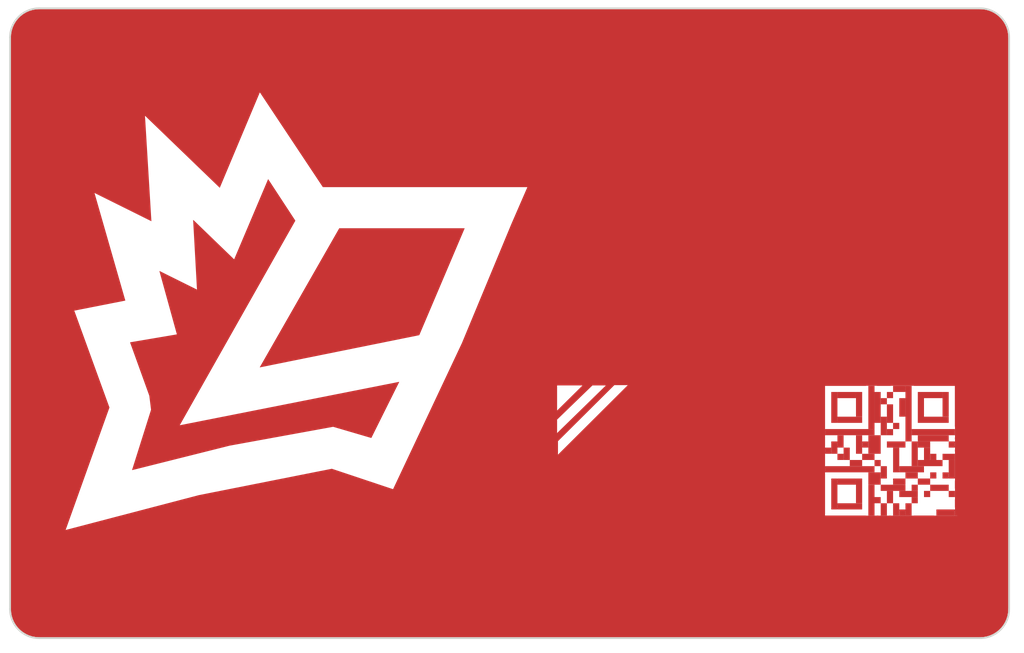
<source format=kicad_pcb>
(kicad_pcb
	(version 20240225)
	(generator "pcbnew")
	(generator_version "8.99")
	(general
		(thickness 1.6)
		(legacy_teardrops no)
	)
	(paper "A4")
	(layers
		(0 "F.Cu" signal)
		(31 "B.Cu" signal)
		(32 "B.Adhes" user "B.Adhesive")
		(33 "F.Adhes" user "F.Adhesive")
		(34 "B.Paste" user)
		(35 "F.Paste" user)
		(36 "B.SilkS" user "B.Silkscreen")
		(37 "F.SilkS" user "F.Silkscreen")
		(38 "B.Mask" user)
		(39 "F.Mask" user)
		(40 "Dwgs.User" user "User.Drawings")
		(41 "Cmts.User" user "User.Comments")
		(42 "Eco1.User" user "User.Eco1")
		(43 "Eco2.User" user "User.Eco2")
		(44 "Edge.Cuts" user)
		(45 "Margin" user)
		(46 "B.CrtYd" user "B.Courtyard")
		(47 "F.CrtYd" user "F.Courtyard")
		(48 "B.Fab" user)
		(49 "F.Fab" user)
	)
	(setup
		(stackup
			(layer "F.SilkS"
				(type "Top Silk Screen")
			)
			(layer "F.Paste"
				(type "Top Solder Paste")
			)
			(layer "F.Mask"
				(type "Top Solder Mask")
				(thickness 0.01)
			)
			(layer "F.Cu"
				(type "copper")
				(thickness 0.035)
			)
			(layer "dielectric 1"
				(type "core")
				(thickness 1.51)
				(material "FR4")
				(epsilon_r 4.5)
				(loss_tangent 0.02)
			)
			(layer "B.Cu"
				(type "copper")
				(thickness 0.035)
			)
			(layer "B.Mask"
				(type "Bottom Solder Mask")
				(thickness 0.01)
			)
			(layer "B.Paste"
				(type "Bottom Solder Paste")
			)
			(layer "B.SilkS"
				(type "Bottom Silk Screen")
			)
			(copper_finish "None")
			(dielectric_constraints no)
		)
		(pad_to_mask_clearance 0.2)
		(allow_soldermask_bridges_in_footprints no)
		(pcbplotparams
			(layerselection 0x00010f0_ffffffff)
			(plot_on_all_layers_selection 0x0000000_00000000)
			(disableapertmacros no)
			(usegerberextensions no)
			(usegerberattributes yes)
			(usegerberadvancedattributes yes)
			(creategerberjobfile yes)
			(dashed_line_dash_ratio 12.000000)
			(dashed_line_gap_ratio 3.000000)
			(svgprecision 4)
			(plotframeref no)
			(viasonmask no)
			(mode 1)
			(useauxorigin no)
			(hpglpennumber 1)
			(hpglpenspeed 20)
			(hpglpendiameter 15.000000)
			(pdf_front_fp_property_popups yes)
			(pdf_back_fp_property_popups yes)
			(pdf_metadata yes)
			(dxfpolygonmode yes)
			(dxfimperialunits yes)
			(dxfusepcbnewfont yes)
			(psnegative no)
			(psa4output no)
			(plotreference yes)
			(plotvalue yes)
			(plotfptext yes)
			(plotinvisibletext no)
			(sketchpadsonfab no)
			(subtractmaskfromsilk no)
			(outputformat 1)
			(mirror no)
			(drillshape 0)
			(scaleselection 1)
			(outputdirectory "/Users/byran/Downloads/PCB_Business_Card-master/new_gerber")
		)
	)
	(net 0 "")
	(gr_poly
		(pts
			(xy 175.818333 110.033333) (xy 175.289167 110.033333) (xy 175.289167 109.504166) (xy 175.818333 109.504166)
		)
		(stroke
			(width -0.000001)
			(type solid)
		)
		(fill solid)
		(layer "F.Cu")
		(uuid "09aa75e9-e184-4ae4-872b-0ef5cc219ca0")
	)
	(gr_poly
		(pts
			(xy 171.055834 110.562499) (xy 168.939167 110.562499) (xy 168.939167 110.033333) (xy 171.055834 110.033333)
		)
		(stroke
			(width -0.000001)
			(type solid)
		)
		(fill solid)
		(layer "F.Cu")
		(uuid "0c5dc26c-97f4-4967-bd82-c114caaffd5e")
	)
	(gr_poly
		(pts
			(xy 176.876666 106.329166) (xy 176.3475 106.329166) (xy 176.3475 105.270833) (xy 176.876666 105.270833)
		)
		(stroke
			(width -0.000001)
			(type solid)
		)
		(fill solid)
		(layer "F.Cu")
		(uuid "149ba656-12b9-40ed-a58b-0545b4d59b30")
	)
	(gr_poly
		(pts
			(xy 169.9975 106.329166) (xy 169.468333 106.329166) (xy 169.468333 105.270833) (xy 169.9975 105.270833)
		)
		(stroke
			(width -0.000001)
			(type solid)
		)
		(fill solid)
		(layer "F.Cu")
		(uuid "1c8171c1-2d8a-48ec-a8cd-4ddfc1b6ac32")
	)
	(gr_poly
		(pts
			(xy 175.289167 111.091666) (xy 174.759999 111.091666) (xy 174.759999 110.033333) (xy 175.289167 110.033333)
		)
		(stroke
			(width -0.000001)
			(type solid)
		)
		(fill solid)
		(layer "F.Cu")
		(uuid "20921717-8963-4170-b3bf-f2e4839d7bbf")
	)
	(gr_poly
		(pts
			(xy 173.1725 104.212499) (xy 172.643333 104.212499) (xy 172.643333 102.625) (xy 173.1725 102.625)
		)
		(stroke
			(width -0.000001)
			(type solid)
		)
		(fill solid)
		(layer "F.Cu")
		(uuid "2122ceb4-e678-4850-a79f-308bc87d5b4a")
	)
	(gr_poly
		(pts
			(xy 176.876666 105.270833) (xy 175.818333 105.270833) (xy 175.818333 104.741666) (xy 176.876666 104.741666)
		)
		(stroke
			(width -0.000001)
			(type solid)
		)
		(fill solid)
		(layer "F.Cu")
		(uuid "224b93f1-6073-40a5-83c0-c97d3df3a05d")
	)
	(gr_poly
		(pts
			(xy 169.468333 106.329166) (xy 168.939167 106.329166) (xy 168.939167 105.8) (xy 169.468333 105.8)
		)
		(stroke
			(width -0.000001)
			(type solid)
		)
		(fill solid)
		(layer "F.Cu")
		(uuid "23c33ed3-8335-4d04-b438-9db0becf1c65")
	)
	(gr_poly
		(pts
			(xy 173.701667 104.212499) (xy 173.1725 104.212499) (xy 173.1725 103.683333) (xy 173.701667 103.683333)
		)
		(stroke
			(width -0.000001)
			(type solid)
		)
		(fill solid)
		(layer "F.Cu")
		(uuid "25543d28-43a8-47e7-9b17-b4c3f3f03eae")
	)
	(gr_poly
		(pts
			(xy 170.526667 108.445833) (xy 168.939167 108.445833) (xy 168.939167 107.916666) (xy 170.526667 107.916666)
		)
		(stroke
			(width -0.000001)
			(type solid)
		)
		(fill solid)
		(layer "F.Cu")
		(uuid "282852f8-f1ee-4137-adf3-f4ca621542a7")
	)
	(gr_poly
		(pts
			(xy 174.759999 108.445833) (xy 173.701667 108.445833) (xy 173.701667 107.916666) (xy 174.759999 107.916666)
		)
		(stroke
			(width -0.000001)
			(type solid)
		)
		(fill solid)
		(layer "F.Cu")
		(uuid "297b7951-4e39-4235-9714-5f6d7cbb562b")
	)
	(gr_poly
		(pts
			(xy 173.701667 103.154167) (xy 173.1725 103.154167) (xy 173.1725 101.566666) (xy 173.701667 101.566666)
		)
		(stroke
			(width -0.000001)
			(type solid)
		)
		(fill solid)
		(layer "F.Cu")
		(uuid "2a2de347-895d-4078-ae0b-7d935dbdacb7")
	)
	(gr_poly
		(pts
			(xy 178.993333 105.270833) (xy 178.464166 105.270833) (xy 178.464166 104.741666) (xy 178.993333 104.741666)
		)
		(stroke
			(width -0.000001)
			(type solid)
		)
		(fill solid)
		(layer "F.Cu")
		(uuid "2ea39cc4-8a2e-443c-a7f4-2bedfac6dbfb")
	)
	(gr_poly
		(pts
			(xy 178.993333 111.091666) (xy 177.405833 111.091666) (xy 177.405833 110.562499) (xy 178.993333 110.562499)
		)
		(stroke
			(width -0.000001)
			(type solid)
		)
		(fill solid)
		(layer "F.Cu")
		(uuid "30705b59-d334-4b97-a4cc-c85ac64fd4f5")
	)
	(gr_poly
		(pts
			(xy 171.055834 106.858332) (xy 169.9975 106.858332) (xy 169.9975 106.329166) (xy 171.055834 106.329166)
		)
		(stroke
			(width -0.000001)
			(type solid)
		)
		(fill solid)
		(layer "F.Cu")
		(uuid "320491e0-b185-4b52-88b3-165aaf01779d")
	)
	(gr_poly
		(pts
			(xy 173.1725 101.566666) (xy 172.643333 101.566666) (xy 172.643333 101.0375) (xy 173.1725 101.0375)
		)
		(stroke
			(width -0.000001)
			(type solid)
		)
		(fill solid)
		(layer "F.Cu")
		(uuid "38bebe4c-f3ce-4c20-9e16-ea0b00e8fc80")
	)
	(gr_poly
		(pts
			(xy 172.643333 108.445833) (xy 171.585 108.445833) (xy 171.585 107.3875) (xy 172.643333 107.3875)
		)
		(stroke
			(width -0.000001)
			(type solid)
		)
		(fill solid)
		(layer "F.Cu")
		(uuid "3d7e3c8e-c719-49b5-bd21-63a676015957")
	)
	(gr_poly
		(pts
			(xy 178.464166 103.154167) (xy 176.3475 103.154167) (xy 176.3475 102.625) (xy 178.464166 102.625)
		)
		(stroke
			(width -0.000001)
			(type solid)
		)
		(fill solid)
		(layer "F.Cu")
		(uuid "42406211-8a0b-49b4-90f5-e2ffb92cff24")
	)
	(gr_poly
		(pts
			(xy 171.055834 102.625) (xy 170.526667 102.625) (xy 170.526667 100.508333) (xy 171.055834 100.508333)
		)
		(stroke
			(width -0.000001)
			(type solid)
		)
		(fill solid)
		(layer "F.Cu")
		(uuid "430e4dd0-8b18-45ec-9596-6201d84b302e")
	)
	(gr_poly
		(pts
			(xy 174.759999 102.625) (xy 174.230833 102.625) (xy 174.230833 101.0375) (xy 174.759999 101.0375)
		)
		(stroke
			(width -0.000001)
			(type solid)
		)
		(fill solid)
		(layer "F.Cu")
		(uuid "438f697f-b1f7-4088-821b-87c5edebd666")
	)
	(gr_poly
		(pts
			(xy 172.114166 103.683333) (xy 171.585 103.683333) (xy 171.585 99.979167) (xy 172.114166 99.979167)
		)
		(stroke
			(width -0.000001)
			(type solid)
		)
		(fill solid)
		(layer "F.Cu")
		(uuid "43ef882d-2e69-4cd5-a6af-59f7bccac7db")
	)
	(gr_poly
		(pts
			(xy 178.464166 104.741666) (xy 175.818333 104.741666) (xy 175.818333 104.212499) (xy 178.464166 104.212499)
		)
		(stroke
			(width -0.000001)
			(type solid)
		)
		(fill solid)
		(layer "F.Cu")
		(uuid "45577688-bfc0-44ed-981a-d31d40964625")
	)
	(gr_poly
		(pts
			(xy 175.818333 106.858332) (xy 175.289167 106.858332) (xy 175.289167 104.741666) (xy 175.818333 104.741666)
		)
		(stroke
			(width -0.000001)
			(type solid)
		)
		(fill solid)
		(layer "F.Cu")
		(uuid "47c2de40-17a4-4e20-bc06-6128649fa595")
	)
	(gr_poly
		(pts
			(xy 174.759999 100.508333) (xy 173.701667 100.508333) (xy 173.701667 99.979167) (xy 174.759999 99.979167)
		)
		(stroke
			(width -0.000001)
			(type solid)
		)
		(fill solid)
		(layer "F.Cu")
		(uuid "4dfeca55-5d9c-4c33-84a5-3c09b6f0f610")
	)
	(gr_poly
		(pts
			(xy 174.230833 107.3875) (xy 173.701667 107.3875) (xy 173.701667 105.270833) (xy 174.230833 105.270833)
		)
		(stroke
			(width -0.000001)
			(type solid)
		)
		(fill solid)
		(layer "F.Cu")
		(uuid "57a644a3-2f2b-4382-8a0a-b80b2bf52158")
	)
	(gr_poly
		(pts
			(xy 171.055834 110.033333) (xy 170.526667 110.033333) (xy 170.526667 107.916666) (xy 171.055834 107.916666)
		)
		(stroke
			(width -0.000001)
			(type solid)
		)
		(fill solid)
		(layer "F.Cu")
		(uuid "58742e0b-6555-42af-be4f-86054587f6c3")
	)
	(gr_poly
		(pts
			(xy 175.818333 107.916666) (xy 174.759999 107.916666) (xy 174.759999 107.3875) (xy 175.818333 107.3875)
		)
		(stroke
			(width -0.000001)
			(type solid)
		)
		(fill solid)
		(layer "F.Cu")
		(uuid "58ac6a2f-b1f2-43bb-bd6d-838aabce4faf")
	)
	(gr_poly
		(pts
			(xy 173.1725 111.091666) (xy 172.643333 111.091666) (xy 172.643333 110.033333) (xy 173.1725 110.033333)
		)
		(stroke
			(width -0.000001)
			(type solid)
		)
		(fill solid)
		(layer "F.Cu")
		(uuid "59a719f8-2531-4fac-b448-ee5ccaf0a79b")
	)
	(gr_poly
		(pts
			(xy 177.405833 107.916666) (xy 176.876666 107.916666) (xy 176.876666 107.3875) (xy 177.405833 107.3875)
		)
		(stroke
			(width -0.000001)
			(type solid)
		)
		(fill solid)
		(layer "F.Cu")
		(uuid "5b48de44-256b-4991-8acd-38e33af2ff8d")
	)
	(gr_poly
		(pts
			(xy 168.939167 105.8) (xy 168.41 105.8) (xy 168.41 104.741666) (xy 168.939167 104.741666)
		)
		(stroke
			(width -0.000001)
			(type solid)
		)
		(fill solid)
		(layer "F.Cu")
		(uuid "5cddfcf6-3ed8-4dc8-85e7-fbf3e5f19dc1")
	)
	(gr_poly
		(pts
			(xy 178.993333 109.504166) (xy 178.464166 109.504166) (xy 178.464166 108.974999) (xy 178.993333 108.974999)
		)
		(stroke
			(width -0.000001)
			(type solid)
		)
		(fill solid)
		(layer "F.Cu")
		(uuid "5e3a6ccd-0146-498f-a0f6-d88ce637f7cc")
	)
	(gr_poly
		(pts
			(xy 172.643333 103.154167) (xy 172.114166 103.154167) (xy 172.114166 100.508333) (xy 172.643333 100.508333)
		)
		(stroke
			(width -0.000001)
			(type solid)
		)
		(fill solid)
		(layer "F.Cu")
		(uuid "5f06367e-cdf2-4ffd-9c3d-90613fd60a6b")
	)
	(gr_poly
		(pts
			(xy 169.468333 105.270833) (xy 168.939167 105.270833) (xy 168.939167 104.212499) (xy 169.468333 104.212499)
		)
		(stroke
			(width -0.000001)
			(type solid)
		)
		(fill solid)
		(layer "F.Cu")
		(uuid "5f463ddc-cdb9-4631-b9ca-696d0d2134df")
	)
	(gr_rect
		(start 179 99.965)
		(end 179.77 111.095)
		(stroke
			(width 0.001)
			(type solid)
		)
		(fill solid)
		(layer "F.Cu")
		(uuid "65cfb5ca-e80b-402a-adbc-ad6ff57a6606")
	)
	(gr_poly
		(pts
			(xy 174.759999 111.091666) (xy 174.230833 111.091666) (xy 174.230833 110.562499) (xy 174.759999 110.562499)
		)
		(stroke
			(width -0.000001)
			(type solid)
		)
		(fill solid)
		(layer "F.Cu")
		(uuid "67af942d-8aec-4769-9ac3-27d4346e7309")
	)
	(gr_poly
		(pts
			(xy 177.405833 106.329166) (xy 176.876666 106.329166) (xy 176.876666 105.8) (xy 177.405833 105.8)
		)
		(stroke
			(width -0.000001)
			(type solid)
		)
		(fill solid)
		(layer "F.Cu")
		(uuid "6a8ad118-0f78-4147-906d-43f8dc059d0e")
	)
	(gr_poly
		(pts
			(xy 178.993333 104.212499) (xy 175.289167 104.212499) (xy 175.289167 103.683333) (xy 178.993333 103.683333)
		)
		(stroke
			(width -0.000001)
			(type solid)
		)
		(fill solid)
		(layer "F.Cu")
		(uuid "6cc07af5-d410-401a-afc8-4002993905f3")
	)
	(gr_poly
		(pts
			(xy 175.818333 108.974999) (xy 175.289167 108.974999) (xy 175.289167 108.445833) (xy 175.818333 108.445833)
		)
		(stroke
			(width -0.000001)
			(type solid)
		)
		(fill solid)
		(layer "F.Cu")
		(uuid "6f6aca97-ae11-4726-8a7e-423425622116")
	)
	(gr_poly
		(pts
			(xy 172.643333 105.8) (xy 171.585 105.8) (xy 171.585 104.212499) (xy 172.643333 104.212499)
		)
		(stroke
			(width -0.000001)
			(type solid)
		)
		(fill solid)
		(layer "F.Cu")
		(uuid "71e9329f-5b76-40e2-8afd-eb0a6f89168b")
	)
	(gr_poly
		(pts
			(xy 176.3475 103.154167) (xy 175.818333 103.154167) (xy 175.818333 100.508333) (xy 176.3475 100.508333)
		)
		(stroke
			(width -0.000001)
			(type solid)
		)
		(fill solid)
		(layer "F.Cu")
		(uuid "79fc35cc-7a6e-4576-8712-baa0e57aceb6")
	)
	(gr_poly
		(pts
			(xy 171.055834 103.154167) (xy 168.939167 103.154167) (xy 168.939167 102.625) (xy 171.055834 102.625)
		)
		(stroke
			(width -0.000001)
			(type solid)
		)
		(fill solid)
		(layer "F.Cu")
		(uuid "7d1bb5a6-6822-4a37-becd-ffda5aab1fa8")
	)
	(gr_poly
		(pts
			(xy 168.41 105.8) (xy 167.880834 105.8) (xy 167.880834 105.270833) (xy 168.41 105.270833)
		)
		(stroke
			(width -0.000001)
			(type solid)
		)
		(fill solid)
		(layer "F.Cu")
		(uuid "84a70aaa-01c1-48ed-b051-6b1b6ecc43dd")
	)
	(gr_poly
		(pts
			(xy 172.114166 107.3875) (xy 167.880834 107.3875) (xy 167.880834 106.858332) (xy 172.114166 106.858332)
		)
		(stroke
			(width -0.000001)
			(type solid)
		)
		(fill solid)
		(layer "F.Cu")
		(uuid "86b61cc0-1abf-4670-8e6b-685f085502fb")
	)
	(gr_poly
		(pts
			(xy 173.701667 110.033333) (xy 173.1725 110.033333) (xy 173.1725 108.974999) (xy 173.701667 108.974999)
		)
		(stroke
			(width -0.000001)
			(type solid)
		)
		(fill solid)
		(layer "F.Cu")
		(uuid "88b03841-e2ae-487e-a5d1-3b60d6d12801")
	)
	(gr_rect
		(start 167.87 99.21)
		(end 179 99.98)
		(stroke
			(width 0.001)
			(type solid)
		)
		(fill solid)
		(layer "F.Cu")
		(uuid "8a415505-a829-43ee-9722-4a3fdf40ae15")
	)
	(gr_poly
		(pts
			(xy 175.289167 104.741666) (xy 174.759999 104.741666) (xy 174.759999 99.979167) (xy 175.289167 99.979167)
		)
		(stroke
			(width -0.000001)
			(type solid)
		)
		(fill solid)
		(layer "F.Cu")
		(uuid "8ee868db-3bca-4ae7-b734-b0bd9e275ec1")
	)
	(gr_poly
		(pts
			(xy 170.526667 101.0375) (xy 168.939167 101.0375) (xy 168.939167 100.508333) (xy 170.526667 100.508333)
		)
		(stroke
			(width -0.000001)
			(type solid)
		)
		(fill solid)
		(layer "F.Cu")
		(uuid "8f41ba48-1014-4489-8ccf-aca3d08781e2")
	)
	(gr_poly
		(pts
			(xy 174.230833 103.683333) (xy 173.701667 103.683333) (xy 173.701667 103.154167) (xy 174.230833 103.154167)
		)
		(stroke
			(width -0.000001)
			(type solid)
		)
		(fill solid)
		(layer "F.Cu")
		(uuid "958aced0-e8cb-4966-a095-e0ffd76862d7")
	)
	(gr_poly
		(pts
			(xy 173.701667 101.0375) (xy 173.1725 101.0375) (xy 173.1725 100.508333) (xy 173.701667 100.508333)
		)
		(stroke
			(width -0.000001)
			(type solid)
		)
		(fill solid)
		(layer "F.Cu")
		(uuid "98095028-d312-4904-964c-7811c689b48b")
	)
	(gr_poly
		(pts
			(xy 172.114166 106.329166) (xy 171.055834 106.329166) (xy 171.055834 105.8) (xy 172.114166 105.8)
		)
		(stroke
			(width -0.000001)
			(type solid)
		)
		(fill solid)
		(layer "F.Cu")
		(uuid "9e5f02c9-8984-429f-9482-bb9f3bde5b61")
	)
	(gr_poly
		(pts
			(xy 168.939167 110.562499) (xy 168.41 110.562499) (xy 168.41 107.916666) (xy 168.939167 107.916666)
		)
		(stroke
			(width -0.000001)
			(type solid)
		)
		(fill solid)
		(layer "F.Cu")
		(uuid "9eca1c33-e66a-4b8d-8a8d-7946a78aaec8")
	)
	(gr_poly
		(pts
			(xy 172.114166 104.212499) (xy 167.880834 104.212499) (xy 167.880834 103.683333) (xy 172.114166 103.683333)
		)
		(stroke
			(width -0.000001)
			(type solid)
		)
		(fill solid)
		(layer "F.Cu")
		(uuid "a63575b6-912c-4a93-a7fe-4362f8ac5964")
	)
	(gr_poly
		(pts
			(xy 178.464166 107.916666) (xy 177.935 107.916666) (xy 177.935 107.3875) (xy 178.464166 107.3875)
		)
		(stroke
			(width -0.000001)
			(type solid)
		)
		(fill solid)
		(layer "F.Cu")
		(uuid "a692587a-b65e-4a0b-8ea1-5071ca7d4cb1")
	)
	(gr_poly
		(pts
			(xy 168.939167 103.154167) (xy 168.41 103.154167) (xy 168.41 100.508333) (xy 168.939167 100.508333)
		)
		(stroke
			(width -0.000001)
			(type solid)
		)
		(fill solid)
		(layer "F.Cu")
		(uuid "b1fad9e7-2914-400d-a16e-6feb23f5b3ce")
	)
	(gr_poly
		(pts
			(xy 176.3475 107.3875) (xy 174.230833 107.3875) (xy 174.230833 106.858332) (xy 176.3475 106.858332)
		)
		(stroke
			(width -0.000001)
			(type solid)
		)
		(fill solid)
		(layer "F.Cu")
		(uuid "b32a8a63-eee0-4aa8-ab33-558d582d4213")
	)
	(gr_poly
		(pts
			(xy 174.230833 111.091666) (xy 173.701667 111.091666) (xy 173.701667 110.033333) (xy 174.230833 110.033333)
		)
		(stroke
			(width -0.000001)
			(type solid)
		)
		(fill solid)
		(layer "F.Cu")
		(uuid "b471c07f-e2a2-4020-b4d4-f9754e48863b")
	)
	(gr_poly
		(pts
			(xy 178.464166 108.974999) (xy 176.876666 108.974999) (xy 176.876666 108.445833) (xy 178.464166 108.445833)
		)
		(stroke
			(width -0.000001)
			(type solid)
		)
		(fill solid)
		(layer "F.Cu")
		(uuid "c98bdc67-9371-4513-8cba-1638b56527f3")
	)
	(gr_poly
		(pts
			(xy 177.935 106.858332) (xy 175.818333 106.858332) (xy 175.818333 106.329166) (xy 177.935 106.329166)
		)
		(stroke
			(width -0.000001)
			(type solid)
		)
		(fill solid)
		(layer "F.Cu")
		(uuid "c9b1e150-671f-4c87-9ced-d6049c904044")
	)
	(gr_rect
		(start 167.110834 99.300833)
		(end 167.880834 111.500833)
		(stroke
			(width 0.001)
			(type solid)
		)
		(fill solid)
		(layer "F.Cu")
		(uuid "c9ce67db-7907-48e5-b988-341bffd97f4a")
	)
	(gr_poly
		(pts
			(xy 172.114166 111.091666) (xy 171.585 111.091666) (xy 171.585 108.445833) (xy 172.114166 108.445833)
		)
		(stroke
			(width -0.000001)
			(type solid)
		)
		(fill solid)
		(layer "F.Cu")
		(uuid "ca22dd45-ab8e-434c-8e97-cd33271ba66e")
	)
	(gr_rect
		(start 167.6075 111.091666)
		(end 179.5475 111.861666)
		(stroke
			(width 0.001)
			(type solid)
		)
		(fill solid)
		(layer "F.Cu")
		(uuid "dbf35614-7a17-48d2-b397-24cb6afcd023")
	)
	(gr_poly
		(pts
			(xy 178.464166 102.625) (xy 177.935 102.625) (xy 177.935 100.508333) (xy 178.464166 100.508333)
		)
		(stroke
			(width -0.000001)
			(type solid)
		)
		(fill solid)
		(layer "F.Cu")
		(uuid "dda304e6-7843-43cc-86f3-51f89131e345")
	)
	(gr_poly
		(pts
			(xy 174.759999 108.974999) (xy 172.643333 108.974999) (xy 172.643333 108.445833) (xy 174.759999 108.445833)
		)
		(stroke
			(width -0.000001)
			(type solid)
		)
		(fill solid)
		(layer "F.Cu")
		(uuid "e15901b9-811c-4cb5-8a59-7de94173ca52")
	)
	(gr_poly
		(pts
			(xy 171.055834 105.8) (xy 170.526667 105.8) (xy 170.526667 104.212499) (xy 171.055834 104.212499)
		)
		(stroke
			(width -0.000001)
			(type solid)
		)
		(fill solid)
		(layer "F.Cu")
		(uuid "e19fc868-3e40-4a2a-abc8-df97843fcd46")
	)
	(gr_poly
		(pts
			(xy 172.643333 106.858332) (xy 172.114166 106.858332) (xy 172.114166 106.329166) (xy 172.643333 106.329166)
		)
		(stroke
			(width -0.000001)
			(type solid)
		)
		(fill solid)
		(layer "F.Cu")
		(uuid "e4223d9e-728a-42eb-b531-574b3d92de60")
	)
	(gr_poly
		(pts
			(xy 175.818333 109.504166) (xy 174.230833 109.504166) (xy 174.230833 108.974999) (xy 175.818333 108.974999)
		)
		(stroke
			(width -0.000001)
			(type solid)
		)
		(fill solid)
		(layer "F.Cu")
		(uuid "e49316af-4385-47a8-a1c2-6a9e7a476abc")
	)
	(gr_poly
		(pts
			(xy 176.876666 108.445833) (xy 175.818333 108.445833) (xy 175.818333 107.916666) (xy 176.876666 107.916666)
		)
		(stroke
			(width -0.000001)
			(type solid)
		)
		(fill solid)
		(layer "F.Cu")
		(uuid "e512f7fd-dfe1-4b12-b0e2-b5a0d5f60b2e")
	)
	(gr_poly
		(pts
			(xy 171.585 105.270833) (xy 171.055834 105.270833) (xy 171.055834 104.741666) (xy 171.585 104.741666)
		)
		(stroke
			(width -0.000001)
			(type solid)
		)
		(fill solid)
		(layer "F.Cu")
		(uuid "e78dcb5d-7f38-41e1-830e-b452834bd5b4")
	)
	(gr_poly
		(pts
			(xy 177.935 101.0375) (xy 176.3475 101.0375) (xy 176.3475 100.508333) (xy 177.935 100.508333)
		)
		(stroke
			(width -0.000001)
			(type solid)
		)
		(fill solid)
		(layer "F.Cu")
		(uuid "e7f1ffa3-2610-4b01-9eaf-791465fb5281")
	)
	(gr_poly
		(pts
			(xy 172.643333 110.033333) (xy 172.114166 110.033333) (xy 172.114166 109.504166) (xy 172.643333 109.504166)
		)
		(stroke
			(width -0.000001)
			(type solid)
		)
		(fill solid)
		(layer "F.Cu")
		(uuid "e8b49d3b-f527-4271-8ee5-6593061930e2")
	)
	(gr_poly
		(pts
			(xy 178.993333 106.329166) (xy 177.935 106.329166) (xy 177.935 105.8) (xy 178.993333 105.8)
		)
		(stroke
			(width -0.000001)
			(type solid)
		)
		(fill solid)
		(layer "F.Cu")
		(uuid "eb3a2c6e-4d26-4e6b-bb9d-6326321e695d")
	)
	(gr_poly
		(pts
			(xy 176.876666 109.504166) (xy 176.3475 109.504166) (xy 176.3475 108.974999) (xy 176.876666 108.974999)
		)
		(stroke
			(width -0.000001)
			(type solid)
		)
		(fill solid)
		(layer "F.Cu")
		(uuid "ebe2cd51-d779-45d8-9bda-387cc058467b")
	)
	(gr_poly
		(pts
			(xy 174.759999 105.270833) (xy 173.1725 105.270833) (xy 173.1725 104.741666) (xy 174.759999 104.741666)
		)
		(stroke
			(width -0.000001)
			(type solid)
		)
		(fill solid)
		(layer "F.Cu")
		(uuid "f585cb7d-20bf-462d-ab91-baf420ad7034")
	)
	(gr_poly
		(pts
			(xy 173.1725 107.916666) (xy 172.643333 107.916666) (xy 172.643333 106.858332) (xy 173.1725 106.858332)
		)
		(stroke
			(width -0.000001)
			(type solid)
		)
		(fill solid)
		(layer "F.Cu")
		(uuid "fa396c71-b6c2-41e1-99df-cc27ed1cbad7")
	)
	(gr_poly
		(pts
			(xy 178.993333 107.916666) (xy 178.464166 107.916666) (xy 178.464166 106.329166) (xy 178.993333 106.329166)
		)
		(stroke
			(width -0.000001)
			(type solid)
		)
		(fill solid)
		(layer "F.Cu")
		(uuid "fb11ead1-581e-48f5-ab11-e5add36deaf2")
	)
	(gr_poly
		(pts
			(xy 176.341667 105.8) (xy 176.341667 106.329166) (xy 175.8125 106.329166) (xy 175.8125 105.8) (xy 175.8125 105.270833)
			(xy 176.341667 105.270833)
		)
		(stroke
			(width -0.000001)
			(type solid)
		)
		(fill solid)
		(layer "F.Mask")
		(uuid "27a5f736-3221-4ae3-a6e1-6027b807baee")
	)
	(gr_poly
		(pts
			(xy 172.108333 106.858332) (xy 171.579167 106.858332) (xy 171.050001 106.858332) (xy 171.050001 106.329166)
			(xy 171.579167 106.329166) (xy 172.108333 106.329166)
		)
		(stroke
			(width -0.000001)
			(type solid)
		)
		(fill solid)
		(layer "F.Mask")
		(uuid "2bf7e7d7-68e2-491c-aeba-e8bb8a831220")
	)
	(gr_poly
		(pts
			(xy 175.283334 105.270833) (xy 175.283334 105.8) (xy 175.283334 106.329166) (xy 175.283334 106.858332)
			(xy 174.754166 106.858332) (xy 174.225 106.858332) (xy 174.225 106.329166) (xy 174.225 105.8) (xy 174.225 105.270833)
			(xy 174.754166 105.270833) (xy 174.754166 104.741666) (xy 175.283334 104.741666)
		)
		(stroke
			(width -0.000001)
			(type solid)
		)
		(fill solid)
		(layer "F.Mask")
		(uuid "398c4c19-654b-422e-a0df-ac127558e905")
	)
	(gr_poly
		(pts
			(xy 172.6375 108.974999) (xy 173.166667 108.974999) (xy 173.166667 109.504166) (xy 173.166667 110.033333)
			(xy 172.6375 110.033333) (xy 172.6375 109.504166) (xy 172.108333 109.504166) (xy 172.108333 108.974999)
			(xy 172.108333 108.445833) (xy 172.6375 108.445833)
		)
		(stroke
			(width -0.000001)
			(type solid)
		)
		(fill solid)
		(layer "F.Mask")
		(uuid "399eab1b-d2a5-44b8-9fd0-afedc084b381")
	)
	(gr_poly
		(pts
			(xy 171.579167 104.741666) (xy 171.050001 104.741666) (xy 171.050001 104.212499) (xy 171.579167 104.212499)
		)
		(stroke
			(width -0.000001)
			(type solid)
		)
		(fill solid)
		(layer "F.Mask")
		(uuid "459abc0c-991b-436a-948a-8427e8e609e5")
	)
	(gr_poly
		(pts
			(xy 178.9875 104.741666) (xy 178.458333 104.741666) (xy 178.458333 104.212499) (xy 178.9875 104.212499)
		)
		(stroke
			(width -0.000001)
			(type solid)
		)
		(fill solid)
		(layer "F.Mask")
		(uuid "4c7655e1-5bd1-44a7-9da9-3eed645f1098")
	)
	(gr_poly
		(pts
			(xy 174.225 109.504166) (xy 174.754166 109.504166) (xy 175.283334 109.504166) (xy 175.283334 110.033333)
			(xy 174.754166 110.033333) (xy 174.754166 110.562499) (xy 174.225 110.562499) (xy 174.225 110.033333)
			(xy 173.695834 110.033333) (xy 173.695834 109.504166) (xy 173.695834 108.974999) (xy 174.225 108.974999)
		)
		(stroke
			(width -0.000001)
			(type solid)
		)
		(fill solid)
		(layer "F.Mask")
		(uuid "4e3783dc-d656-4966-90df-decc0c538ea8")
	)
	(gr_poly
		(pts
			(xy 168.933334 104.741666) (xy 168.404167 104.741666) (xy 168.404167 105.270833) (xy 167.875001 105.270833)
			(xy 167.875001 104.741666) (xy 167.875001 104.212499) (xy 168.404167 104.212499) (xy 168.933334 104.212499)
		)
		(stroke
			(width -0.000001)
			(type solid)
		)
		(fill solid)
		(layer "F.Mask")
		(uuid "4f9aee52-125e-4d3c-a8a5-8e648cc2dac3")
	)
	(gr_poly
		(pts
			(xy 124.917998 82.980223) (xy 142.375693 82.980223) (xy 141.308511 85.499022) (xy 136.806936 96.318879)
			(xy 130.904904 108.812515) (xy 129.07473 104.501808) (xy 131.446936 99.638879) (xy 133.156936 95.648879)
			(xy 137.076936 86.418879) (xy 126.306936 86.498879) (xy 124.917998 85.109941)
		)
		(stroke
			(width 0)
			(type solid)
		)
		(fill solid)
		(layer "F.Mask")
		(uuid "5300d530-d4a1-4439-805d-144e828f7c38")
	)
	(gr_poly
		(pts
			(xy 177.929167 101.566666) (xy 177.929167 102.095833) (xy 177.929167 102.625) (xy 177.4 102.625)
			(xy 176.870833 102.625) (xy 176.341667 102.625) (xy 176.341667 102.095833) (xy 176.341667 101.566666)
			(xy 176.341667 101.0375) (xy 176.870833 101.0375) (xy 177.4 101.0375) (xy 177.929167 101.0375)
		)
		(stroke
			(width -0.000001)
			(type solid)
		)
		(fill solid)
		(layer "F.Mask")
		(uuid "5b5905dd-2f33-4f50-b7f8-9791ff3dc817")
	)
	(gr_poly
		(pts
			(xy 173.166667 102.095833) (xy 173.166667 102.625) (xy 172.6375 102.625) (xy 172.6375 102.095833)
			(xy 172.6375 101.566666) (xy 173.166667 101.566666)
		)
		(stroke
			(width -0.000001)
			(type solid)
		)
		(fill solid)
		(layer "F.Mask")
		(uuid "5d2ceb80-ad4d-42c9-b072-7e88a93c367b")
	)
	(gr_poly
		(pts
			(xy 176.870833 108.974999) (xy 176.341667 108.974999) (xy 176.341667 109.504166) (xy 176.870833 109.504166)
			(xy 176.870833 108.974999) (xy 177.4 108.974999) (xy 177.929167 108.974999) (xy 178.458333 108.974999)
			(xy 178.458333 109.504166) (xy 178.9875 109.504166) (xy 178.9875 110.033333) (xy 178.9875 110.562499)
			(xy 178.458333 110.562499) (xy 177.929167 110.562499) (xy 177.4 110.562499) (xy 177.4 111.091666)
			(xy 176.870833 111.091666) (xy 176.341667 111.091666) (xy 175.8125 111.091666) (xy 175.283334 111.091666)
			(xy 175.283334 110.562499) (xy 175.283334 110.033333) (xy 175.8125 110.033333) (xy 175.8125 109.504166)
			(xy 175.8125 108.974999) (xy 175.8125 108.445833) (xy 176.341667 108.445833) (xy 176.870833 108.445833)
		)
		(stroke
			(width -0.000001)
			(type solid)
		)
		(fill solid)
		(layer "F.Mask")
		(uuid "6ddefb9b-96a8-4c91-9ac9-d4d910fa6fcb")
	)
	(gr_poly
		(pts
			(xy 172.6375 110.562499) (xy 172.6375 111.091666) (xy 172.108333 111.091666) (xy 172.108333 110.562499)
			(xy 172.108333 110.033333) (xy 172.6375 110.033333)
		)
		(stroke
			(width -0.000001)
			(type solid)
		)
		(fill solid)
		(layer "F.Mask")
		(uuid "76869f20-5f18-4a8c-9d10-8f39d980da55")
	)
	(gr_poly
		(pts
			(xy 170.520834 101.566666) (xy 170.520834 102.095833) (xy 170.520834 102.625) (xy 169.991667 102.625)
			(xy 169.4625 102.625) (xy 168.933334 102.625) (xy 168.933334 102.095833) (xy 168.933334 101.566666)
			(xy 168.933334 101.0375) (xy 169.4625 101.0375) (xy 169.991667 101.0375) (xy 170.520834 101.0375)
		)
		(stroke
			(width -0.000001)
			(type solid)
		)
		(fill solid)
		(layer "F.Mask")
		(uuid "8296c54b-80e2-4a0a-a3f3-59e9782a59fb")
	)
	(gr_poly
		(pts
			(xy 170.520834 104.741666) (xy 170.520834 105.270833) (xy 170.520834 105.8) (xy 171.050001 105.8)
			(xy 171.050001 106.329166) (xy 170.520834 106.329166) (xy 169.991667 106.329166) (xy 169.991667 105.8)
			(xy 169.991667 105.270833) (xy 169.4625 105.270833) (xy 169.4625 104.741666) (xy 169.4625 104.212499)
			(xy 169.991667 104.212499) (xy 170.520834 104.212499)
		)
		(stroke
			(width -0.000001)
			(type solid)
		)
		(fill solid)
		(layer "F.Mask")
		(uuid "83a96663-b4b1-42e0-ba7a-23539b527862")
	)
	(gr_poly
		(pts
			(xy 178.458333 105.270833) (xy 178.9875 105.270833) (xy 178.9875 105.8) (xy 178.458333 105.8) (xy 177.929167 105.8)
			(xy 177.929167 106.329166) (xy 177.4 106.329166) (xy 177.4 105.8) (xy 176.870833 105.8) (xy 176.870833 105.270833)
			(xy 176.870833 104.741666) (xy 177.4 104.741666) (xy 177.929167 104.741666) (xy 178.458333 104.741666)
		)
		(stroke
			(width -0.000001)
			(type solid)
		)
		(fill solid)
		(layer "F.Mask")
		(uuid "842a0059-8799-4056-b4aa-6f110035abb3")
	)
	(gr_poly
		(pts
			(xy 172.6375 103.683333) (xy 172.6375 104.212499) (xy 172.108333 104.212499) (xy 172.108333 103.683333)
			(xy 172.108333 103.154167) (xy 172.6375 103.154167)
		)
		(stroke
			(width -0.000001)
			(type solid)
		)
		(fill solid)
		(layer "F.Mask")
		(uuid "93f273dc-dcf4-4de9-a373-fa021853c365")
	)
	(gr_poly
		(pts
			(xy 171.579167 100.508333) (xy 171.579167 101.0375) (xy 171.579167 101.566666) (xy 171.579167 102.095833)
			(xy 171.579167 102.625) (xy 171.579167 103.154167) (xy 171.579167 103.683333) (xy 171.050001 103.683333)
			(xy 170.520834 103.683333) (xy 169.991667 103.683333) (xy 169.4625 103.683333) (xy 168.933334 103.683333)
			(xy 168.404167 103.683333) (xy 167.875001 103.683333) (xy 167.875001 103.154167) (xy 167.875001 102.625)
			(xy 167.875001 102.095833) (xy 167.875001 101.566666) (xy 167.875001 101.0375) (xy 168.404167 101.0375)
			(xy 168.404167 101.566666) (xy 168.404167 102.095833) (xy 168.404167 102.625) (xy 168.404167 103.154167)
			(xy 171.050001 103.154167) (xy 171.050001 102.625) (xy 171.050001 102.095833) (xy 171.050001 101.566666)
			(xy 171.050001 101.0375) (xy 171.050001 100.508333) (xy 170.520834 100.508333) (xy 169.991667 100.508333)
			(xy 169.4625 100.508333) (xy 168.933334 100.508333) (xy 168.404167 100.508333) (xy 168.404167 101.0375)
			(xy 167.875001 101.0375) (xy 167.875001 100.508333) (xy 167.875001 99.979167) (xy 168.404167 99.979167)
			(xy 168.933334 99.979167) (xy 169.4625 99.979167) (xy 169.991667 99.979167) (xy 170.520834 99.979167)
			(xy 171.050001 99.979167) (xy 171.579167 99.979167)
		)
		(stroke
			(width -0.000001)
			(type solid)
		)
		(fill solid)
		(layer "F.Mask")
		(uuid "94d0747c-a487-4313-9814-e3b76ea5266c")
	)
	(gr_poly
		(pts
			(xy 178.9875 100.508333) (xy 178.9875 101.0375) (xy 178.9875 101.566666) (xy 178.9875 102.095833)
			(xy 178.9875 102.625) (xy 178.9875 103.154167) (xy 178.9875 103.683333) (xy 178.458333 103.683333)
			(xy 177.929167 103.683333) (xy 177.4 103.683333) (xy 176.870833 103.683333) (xy 176.341667 103.683333)
			(xy 175.8125 103.683333) (xy 175.283334 103.683333) (xy 175.283334 103.154167) (xy 175.283334 102.625)
			(xy 175.283334 102.095833) (xy 175.283334 101.566666) (xy 175.283334 101.0375) (xy 175.8125 101.0375)
			(xy 175.8125 101.566666) (xy 175.8125 102.095833) (xy 175.8125 102.625) (xy 175.8125 103.154167)
			(xy 178.458333 103.154167) (xy 178.458333 102.625) (xy 178.458333 102.095833) (xy 178.458333 101.566666)
			(xy 178.458333 101.0375) (xy 178.458333 100.508333) (xy 177.929167 100.508333) (xy 177.4 100.508333)
			(xy 176.870833 100.508333) (xy 176.341667 100.508333) (xy 175.8125 100.508333) (xy 175.8125 101.0375)
			(xy 175.283334 101.0375) (xy 175.283334 100.508333) (xy 175.283334 99.979167) (xy 175.8125 99.979167)
			(xy 176.341667 99.979167) (xy 176.870833 99.979167) (xy 177.4 99.979167) (xy 177.929167 99.979167)
			(xy 178.458333 99.979167) (xy 178.9875 99.979167)
		)
		(stroke
			(width -0.000001)
			(type solid)
		)
		(fill solid)
		(layer "F.Mask")
		(uuid "9d1e9c1e-23a2-4fec-9c54-e59ca1582a14")
	)
	(gr_poly
		(pts
			(xy 145 102) (xy 147 100) (xy 145 100)
		)
		(stroke
			(width 0.1)
			(type solid)
		)
		(fill solid)
		(layer "F.Mask")
		(uuid "a22e2206-7402-4dc3-b131-3d56017f92fb")
	)
	(gr_poly
		(pts
			(xy 178.458333 106.858332) (xy 178.458333 107.3875) (xy 177.929167 107.3875) (xy 177.929167 107.916666)
			(xy 178.458333 107.916666) (xy 178.9875 107.916666) (xy 178.9875 108.445833) (xy 178.9875 108.974999)
			(xy 178.458333 108.974999) (xy 178.458333 108.445833) (xy 177.929167 108.445833) (xy 177.4 108.445833)
			(xy 176.870833 108.445833) (xy 176.870833 107.916666) (xy 177.4 107.916666) (xy 177.4 107.3875) (xy 176.870833 107.3875)
			(xy 176.870833 107.916666) (xy 176.341667 107.916666) (xy 175.8125 107.916666) (xy 175.8125 107.3875)
			(xy 176.341667 107.3875) (xy 176.341667 106.858332) (xy 176.870833 106.858332) (xy 177.4 106.858332)
			(xy 177.929167 106.858332) (xy 177.929167 106.329166) (xy 178.458333 106.329166)
		)
		(stroke
			(width -0.000001)
			(type solid)
		)
		(fill solid)
		(layer "F.Mask")
		(uuid "a44660ab-761b-4c63-81a9-369b8226fa63")
	)
	(gr_poly
		(pts
			(xy 173.695834 103.683333) (xy 173.166667 103.683333) (xy 173.166667 103.154167) (xy 173.695834 103.154167)
		)
		(stroke
			(width -0.000001)
			(type solid)
		)
		(fill solid)
		(layer "F.Mask")
		(uuid "b0704a0f-c665-4fb2-9721-d344f6269b5f")
	)
	(gr_poly
		(pts
			(xy 174.754166 101.0375) (xy 174.225 101.0375) (xy 174.225 101.566666) (xy 174.225 102.095833) (xy 174.225 102.625)
			(xy 174.754166 102.625) (xy 174.754166 103.154167) (xy 174.754166 103.683333) (xy 174.754166 104.212499)
			(xy 174.754166 104.741666) (xy 174.225 104.741666) (xy 173.695834 104.741666) (xy 173.166667 104.741666)
			(xy 173.166667 105.270833) (xy 173.695834 105.270833) (xy 173.695834 105.8) (xy 173.695834 106.329166)
			(xy 173.695834 106.858332) (xy 173.695834 107.3875) (xy 174.225 107.3875) (xy 174.754166 107.3875)
			(xy 174.754166 107.916666) (xy 174.225 107.916666) (xy 173.695834 107.916666) (xy 173.695834 108.445833)
			(xy 173.166667 108.445833) (xy 172.6375 108.445833) (xy 172.6375 107.916666) (xy 173.166667 107.916666)
			(xy 173.166667 107.3875) (xy 173.166667 106.858332) (xy 172.6375 106.858332) (xy 172.6375 106.329166)
			(xy 172.108333 106.329166) (xy 172.108333 105.8) (xy 172.6375 105.8) (xy 172.6375 105.270833) (xy 172.6375 104.741666)
			(xy 172.6375 104.212499) (xy 173.166667 104.212499) (xy 173.695834 104.212499) (xy 173.695834 103.683333)
			(xy 174.225 103.683333) (xy 174.225 103.154167) (xy 173.695834 103.154167) (xy 173.695834 102.625)
			(xy 173.695834 102.095833) (xy 173.695834 101.566666) (xy 173.166667 101.566666) (xy 173.166667 101.0375)
			(xy 173.695834 101.0375) (xy 173.695834 100.508333) (xy 174.225 100.508333) (xy 174.754166 100.508333)
		)
		(stroke
			(width -0.000001)
			(type solid)
		)
		(fill solid)
		(layer "F.Mask")
		(uuid "b4858de8-7f80-4cd5-b91f-99163aba39af")
	)
	(gr_poly
		(pts
			(xy 119.512422 74.870223) (xy 116.082422 83.040223) (xy 109.682422 76.870223) (xy 110.232422 85.900223)
			(xy 105.362422 83.480223) (xy 108.002422 92.690223) (xy 103.632422 93.550223) (xy 106.642422 101.840223)
			(xy 102.892422 112.320223) (xy 114.282422 109.328879) (xy 125.672422 107.080223) (xy 130.912422 108.830223)
			(xy 129.07473 104.472531) (xy 125.756936 103.490223) (xy 115.946936 105.348879) (xy 108.572422 107.200223)
			(xy 110.202422 102.030223) (xy 110.053418 100.831871) (xy 108.402422 96.260223) (xy 112.412422 95.580223)
			(xy 110.912422 90.150223) (xy 114.132422 91.750223) (xy 113.802422 85.770223) (xy 117.312422 89.160223)
			(xy 120.222422 82.290223) (xy 122.552422 85.850223) (xy 124.902422 82.988879)
		)
		(stroke
			(width 0)
			(type solid)
		)
		(fill solid)
		(layer "F.Mask")
		(uuid "b7f61af4-379d-4d53-bde6-d573f218fda4")
	)
	(gr_poly
		(pts
			(xy 145.068696 104.773021) (xy 145.068696 105.773021) (xy 150.868696 99.973021) (xy 149.868696 99.973021)
		)
		(stroke
			(width 0.1)
			(type solid)
		)
		(fill solid)
		(layer "F.Mask")
		(uuid "c15d0f06-8bc1-400c-a2b8-f17ae549fad1")
	)
	(gr_poly
		(pts
			(xy 175.8125 108.445833) (xy 175.283334 108.445833) (xy 175.283334 108.974999) (xy 174.754166 108.974999)
			(xy 174.754166 108.445833) (xy 174.754166 107.916666) (xy 175.283334 107.916666) (xy 175.8125 107.916666)
		)
		(stroke
			(width -0.000001)
			(type solid)
		)
		(fill solid)
		(layer "F.Mask")
		(uuid "c7652a52-af85-491c-b1d5-d5f35372055f")
	)
	(gr_poly
		(pts
			(xy 170.520834 108.974999) (xy 170.520834 109.504166) (xy 170.520834 110.033333) (xy 169.991667 110.033333)
			(xy 169.4625 110.033333) (xy 168.933334 110.033333) (xy 168.933334 109.504166) (xy 168.933334 108.974999)
			(xy 168.933334 108.445833) (xy 169.4625 108.445833) (xy 169.991667 108.445833) (xy 170.520834 108.445833)
		)
		(stroke
			(width -0.000001)
			(type solid)
		)
		(fill solid)
		(layer "F.Mask")
		(uuid "c887db89-a823-4db3-b4b6-3f14a45c54c0")
	)
	(gr_poly
		(pts
			(xy 171.579167 107.916666) (xy 171.579167 108.445833) (xy 171.579167 108.974999) (xy 171.579167 109.504166)
			(xy 171.579167 110.033333) (xy 171.579167 110.562499) (xy 171.579167 111.091666) (xy 171.050001 111.091666)
			(xy 170.520834 111.091666) (xy 169.991667 111.091666) (xy 169.4625 111.091666) (xy 168.933334 111.091666)
			(xy 168.404167 111.091666) (xy 167.875001 111.091666) (xy 167.875001 110.562499) (xy 167.875001 110.033333)
			(xy 167.875001 109.504166) (xy 167.875001 108.974999) (xy 167.875001 108.445833) (xy 168.404167 108.445833)
			(xy 168.404167 108.974999) (xy 168.404167 109.504166) (xy 168.404167 110.033333) (xy 168.404167 110.562499)
			(xy 171.050001 110.562499) (xy 171.050001 110.033333) (xy 171.050001 109.504166) (xy 171.050001 108.974999)
			(xy 171.050001 108.445833) (xy 171.050001 107.916666) (xy 170.520834 107.916666) (xy 169.991667 107.916666)
			(xy 169.4625 107.916666) (xy 168.933334 107.916666) (xy 168.404167 107.916666) (xy 168.404167 108.445833)
			(xy 167.875001 108.445833) (xy 167.875001 107.916666) (xy 167.875001 107.3875) (xy 168.404167 107.3875)
			(xy 168.933334 107.3875) (xy 169.4625 107.3875) (xy 169.991667 107.3875) (xy 170.520834 107.3875)
			(xy 171.050001 107.3875) (xy 171.579167 107.3875)
		)
		(stroke
			(width -0.000001)
			(type solid)
		)
		(fill solid)
		(layer "F.Mask")
		(uuid "cb3b379e-b3d9-4afd-bdfc-6b20cc049cab")
	)
	(gr_poly
		(pts
			(xy 168.933334 106.329166) (xy 169.4625 106.329166) (xy 169.991667 106.329166) (xy 169.991667 106.858332)
			(xy 169.4625 106.858332) (xy 168.933334 106.858332) (xy 168.404167 106.858332) (xy 167.875001 106.858332)
			(xy 167.875001 106.329166) (xy 167.875001 105.8) (xy 168.404167 105.8) (xy 168.933334 105.8)
		)
		(stroke
			(width -0.000001)
			(type solid)
		)
		(fill solid)
		(layer "F.Mask")
		(uuid "cd2b02bb-9ca9-40b6-9b44-9c587f9ebd52")
	)
	(gr_poly
		(pts
			(xy 171.579167 105.8) (xy 171.050001 105.8) (xy 171.050001 105.270833) (xy 171.579167 105.270833)
		)
		(stroke
			(width -0.000001)
			(type solid)
		)
		(fill solid)
		(layer "F.Mask")
		(uuid "d17e1aec-cff1-4173-807e-3155df4291b2")
	)
	(gr_poly
		(pts
			(xy 175.8125 104.741666) (xy 175.283334 104.741666) (xy 175.283334 104.212499) (xy 175.8125 104.212499)
		)
		(stroke
			(width -0.000001)
			(type solid)
		)
		(fill solid)
		(layer "F.Mask")
		(uuid "d3e86b4f-144b-4034-8bdd-bdabd6c8dcb0")
	)
	(gr_poly
		(pts
			(xy 145 102.9) (xy 145 103.9) (xy 149 100) (xy 148 100)
		)
		(stroke
			(width 0.1)
			(type solid)
		)
		(fill solid)
		(layer "F.Mask")
		(uuid "dd25b2ef-84c3-46f5-9753-1ada7d3e17b7")
	)
	(gr_poly
		(pts
			(xy 124.902422 82.988879) (xy 122.546936 85.848879) (xy 112.648968 103.366847) (xy 131.511021 99.574794)
			(xy 133.156936 97.928879) (xy 133.156936 95.648879) (xy 119.496936 98.408879) (xy 126.306936 86.498879)
			(xy 126.306936 84.393393)
		)
		(stroke
			(width 0)
			(type solid)
		)
		(fill solid)
		(layer "F.Mask")
		(uuid "de73e9f0-8e34-4ceb-a2cf-eb4bcd666039")
	)
	(gr_poly
		(pts
			(xy 172.6375 107.3875) (xy 172.108333 107.3875) (xy 172.108333 106.858332) (xy 172.6375 106.858332)
		)
		(stroke
			(width -0.000001)
			(type solid)
		)
		(fill solid)
		(layer "F.Mask")
		(uuid "dfc80c25-dacc-40e2-b29a-fde0f66073f3")
	)
	(gr_poly
		(pts
			(xy 169.4625 105.8) (xy 168.933334 105.8) (xy 168.933334 105.270833) (xy 169.4625 105.270833)
		)
		(stroke
			(width -0.000001)
			(type solid)
		)
		(fill solid)
		(layer "F.Mask")
		(uuid "e78fef07-9417-4378-96fd-b3c1dda27b6c")
	)
	(gr_poly
		(pts
			(xy 173.695834 100.508333) (xy 173.166667 100.508333) (xy 173.166667 101.0375) (xy 172.6375 101.0375)
			(xy 172.6375 100.508333) (xy 172.108333 100.508333) (xy 172.108333 99.979167) (xy 172.6375 99.979167)
			(xy 173.166667 99.979167) (xy 173.695834 99.979167)
		)
		(stroke
			(width -0.000001)
			(type solid)
		)
		(fill solid)
		(layer "F.Mask")
		(uuid "ebe3d851-3c6f-4ba4-b9e3-890a2ce8e9b6")
	)
	(gr_poly
		(pts
			(xy 173.695834 110.562499) (xy 173.695834 111.091666) (xy 173.166667 111.091666) (xy 173.166667 110.562499)
			(xy 173.166667 110.033333) (xy 173.695834 110.033333)
		)
		(stroke
			(width -0.000001)
			(type solid)
		)
		(fill solid)
		(layer "F.Mask")
		(uuid "f66fe56e-5ba8-42f6-940d-0fb85a58ecc2")
	)
	(gr_line
		(start 183.635603 67.676355)
		(end 100.335603 67.676355)
		(stroke
			(width 0.15)
			(type solid)
		)
		(layer "Dwgs.User")
		(uuid "00000000-0000-0000-0000-0000611160e9")
	)
	(gr_curve
		(pts
			(xy 102.832675 112.32591) (xy 102.963213 111.976797) (xy 103.081101 111.660069) (xy 103.200508 111.343338)
		)
		(stroke
			(width 0.13)
			(type default)
		)
		(layer "Dwgs.User")
		(uuid "051dfd28-01c0-4453-80ba-46f5d2210846")
	)
	(gr_curve
		(pts
			(xy 128.909316 104.4385) (xy 129.086402 104.500226) (xy 129.15167 104.451656) (xy 129.228576 104.288232)
		)
		(stroke
			(width 0.13)
			(type default)
		)
		(layer "Dwgs.User")
		(uuid "0aa539f9-b6cf-4d13-99ab-a07ea1acade6")
	)
	(gr_curve
		(pts
			(xy 126.112373 86.758264) (xy 124.033387 90.419892) (xy 121.947822 94.077471) (xy 119.863776 97.736569)
		)
		(stroke
			(width 0.13)
			(type default)
		)
		(layer "Dwgs.User")
		(uuid "13830be4-6561-443b-925f-e916f0a5b3e5")
	)
	(gr_curve
		(pts
			(xy 118.357534 93.286656) (xy 119.725649 90.886385) (xy 121.09275 88.485607) (xy 122.466936 86.088879)
		)
		(stroke
			(width 0.13)
			(type default)
		)
		(layer "Dwgs.User")
		(uuid "16861f22-aae0-4a18-82c4-4ba078bda20c")
	)
	(gr_curve
		(pts
			(xy 112.701921 103.210542) (xy 114.587125 99.90258) (xy 116.471824 96.594618) (xy 118.357534 93.286656)
		)
		(stroke
			(width 0.13)
			(type default)
		)
		(layer "Dwgs.User")
		(uuid "17456154-075b-43f7-b30c-611fb0e3e7a1")
	)
	(gr_curve
		(pts
			(xy 125.240605 103.565721) (xy 125.763767 103.462) (xy 126.23785 103.497417) (xy 126.735714 103.692717)
		)
		(stroke
			(width 0.13)
			(type default)
		)
		(layer "Dwgs.User")
		(uuid "1971006c-7bff-4883-90c7-cda0b080c5dd")
	)
	(gr_curve
		(pts
			(xy 108.365344 96.262202) (xy 108.389631 96.335567) (xy 108.401267 96.375032) (xy 108.415434 96.413484)
		)
		(stroke
			(width 0.13)
			(type default)
		)
		(layer "Dwgs.User")
		(uuid "199ae0a0-3198-4eba-a1b5-a34dff2fb19f")
	)
	(gr_curve
		(pts
			(xy 112.439835 95.585229) (xy 111.061601 95.814428) (xy 109.720809 96.03705) (xy 108.365344 96.262202)
		)
		(stroke
			(width 0.13)
			(type default)
		)
		(layer "Dwgs.User")
		(uuid "19d6dc59-61d0-404a-8437-0676229cc926")
	)
	(gr_curve
		(pts
			(xy 122.466936 86.088879) (xy 122.560032 85.92596) (xy 122.553454 85.814144) (xy 122.45024 85.662355)
		)
		(stroke
			(width 0.13)
			(type default)
		)
		(layer "Dwgs.User")
		(uuid "1f123f23-50b6-4178-a7c5-054d400e7242")
	)
	(gr_curve
		(pts
			(xy 142.365301 83) (xy 142.148246 83.518608) (xy 141.949908 83.998764) (xy 141.747524 84.477907)
		)
		(stroke
			(width 0.13)
			(type default)
		)
		(layer "Dwgs.User")
		(uuid "1fccfdd0-b0c6-47df-90c1-e700eaa23d8f")
	)
	(gr_curve
		(pts
			(xy 109.836168 100.250174) (xy 110.18275 101.107776) (xy 110.369448 101.935018) (xy 110.037034 102.842203)
		)
		(stroke
			(width 0.13)
			(type default)
		)
		(layer "Dwgs.User")
		(uuid "2362f71b-7b82-434c-91f8-42a8b84d28dd")
	)
	(gr_curve
		(pts
			(xy 122.45024 85.662355) (xy 122.04699 85.070889) (xy 121.657401 84.469809) (xy 121.261742 83.872777)
		)
		(stroke
			(width 0.13)
			(type default)
		)
		(layer "Dwgs.User")
		(uuid "248306eb-3600-41dd-b1ee-6b5145d2a3bb")
	)
	(gr_curve
		(pts
			(xy 133.255508 95.535646) (xy 134.377219 92.902128) (xy 135.490329 90.265069) (xy 136.603946 87.628514)
		)
		(stroke
			(width 0.13)
			(type default)
		)
		(layer "Dwgs.User")
		(uuid "27316869-b997-4962-8101-53171253a35e")
	)
	(gr_curve
		(pts
			(xy 114.143399 91.746009) (xy 113.053563 91.205645) (xy 112.001674 90.684001) (xy 110.898177 90.137059)
		)
		(stroke
			(width 0.13)
			(type default)
		)
		(layer "Dwgs.User")
		(uuid "2b719136-07ef-405e-97c1-e6d68bfaebdb")
	)
	(gr_curve
		(pts
			(xy 119.784846 98.375595) (xy 121.518768 98.030026) (xy 123.252185 97.682431) (xy 124.985603 97.336355)
		)
		(stroke
			(width 0.13)
			(type default)
		)
		(layer "Dwgs.User")
		(uuid "2ebb0afe-d0f0-4019-a63c-e98559533ee2")
	)
	(gr_curve
		(pts
			(xy 109.688428 76.871821) (xy 111.837743 78.957385) (xy 113.936462 80.993872) (xy 116.068575 83.062739)
		)
		(stroke
			(width 0.13)
			(type default)
		)
		(layer "Dwgs.User")
		(uuid "310c26a1-dff3-4119-a760-e52bef882ed8")
	)
	(gr_curve
		(pts
			(xy 133.0086 95.728416) (xy 133.101697 95.709696) (xy 133.219077 95.621153) (xy 133.255508 95.535646)
		)
		(stroke
			(width 0.13)
			(type default)
		)
		(layer "Dwgs.User")
		(uuid "34cf056f-9e71-4ae8-8e33-71c07ee6fac7")
	)
	(gr_line
		(start 137.069936 86.508826)
		(end 137.070439 86.508321)
		(stroke
			(width 0.13)
			(type default)
		)
		(layer "Dwgs.User")
		(uuid "4488f8f7-947d-4c02-b6e6-8d55c972bf2c")
	)
	(gr_curve
		(pts
			(xy 131.036871 108.628359) (xy 131.008538 108.687555) (xy 130.975146 108.744222) (xy 130.93568 108.818093)
		)
		(stroke
			(width 0.13)
			(type default)
		)
		(layer "Dwgs.User")
		(uuid "48122231-9714-46a6-b313-608db89948fe")
	)
	(gr_curve
		(pts
			(xy 111.596906 106.408706) (xy 112.892162 106.070219) (xy 114.179323 105.694292) (xy 115.485204 105.405388)
		)
		(stroke
			(width 0.13)
			(type default)
		)
		(layer "Dwgs.User")
		(uuid "499c2e40-09d1-4662-a377-db09c7897b7d")
	)
	(gr_curve
		(pts
			(xy 121.097303 77.25888) (xy 122.323748 79.114232) (xy 123.551713 80.969079) (xy 124.77158 82.828985)
		)
		(stroke
			(width 0.13)
			(type default)
		)
		(layer "Dwgs.User")
		(uuid "4eb278fa-44cd-401a-bd11-bbc5838f975f")
	)
	(gr_curve
		(pts
			(xy 126.542945 86.503261) (xy 126.327406 86.503261) (xy 126.216601 86.574601) (xy 126.112373 86.758264)
		)
		(stroke
			(width 0.13)
			(type default)
		)
		(layer "Dwgs.User")
		(uuid "55184825-9e0e-49fd-8309-d544f5d45b6a")
	)
	(gr_curve
		(pts
			(xy 136.75877 86.508321) (xy 133.353664 86.508321) (xy 129.948052 86.510344) (xy 126.542945 86.503261)
		)
		(stroke
			(width 0.13)
			(type default)
		)
		(layer "Dwgs.User")
		(uuid "5a9dc67e-7370-4257-97a7-faa86594b43e")
	)
	(gr_curve
		(pts
			(xy 120.205299 82.282548) (xy 119.234362 84.595794) (xy 118.281642 86.866539) (xy 117.316271 89.16663)
		)
		(stroke
			(width 0.13)
			(type default)
		)
		(layer "Dwgs.User")
		(uuid "5be3c8ce-1b34-4299-af77-8dbac614781c")
	)
	(gr_curve
		(pts
			(xy 130.93568 108.818093) (xy 130.30475 108.606603) (xy 129.68343 108.398148) (xy 129.062111 108.189186)
		)
		(stroke
			(width 0.13)
			(type default)
		)
		(layer "Dwgs.User")
		(uuid "5ccd232d-80aa-4773-8ef3-2c6ca1d615ae")
	)
	(gr_curve
		(pts
			(xy 136.432422 97.070223) (xy 135.434672 99.476059) (xy 134.310935 101.82118) (xy 133.18214 104.16529)
		)
		(stroke
			(width 0.13)
			(type default)
		)
		(layer "Dwgs.User")
		(uuid "5f5c3eb3-029d-4841-b973-b870fd041e1e")
	)
	(gr_curve
		(pts
			(xy 124.77158 82.828985) (xy 124.873278 82.984315) (xy 124.994201 83.002023) (xy 125.153578 83.002023)
		)
		(stroke
			(width 0.13)
			(type default)
		)
		(layer "Dwgs.User")
		(uuid "61088be6-7d9e-4ba9-ab80-d201320e89bb")
	)
	(gr_curve
		(pts
			(xy 113.769496 85.806554) (xy 113.89295 87.76917) (xy 114.01691 89.731785) (xy 114.143399 91.746009)
		)
		(stroke
			(width 0.13)
			(type default)
		)
		(layer "Dwgs.User")
		(uuid "62660412-1f9e-47aa-8de9-4fce01637cba")
	)
	(gr_curve
		(pts
			(xy 106.60359 102.018002) (xy 106.637489 101.91681) (xy 106.635971 101.782226) (xy 106.599542 101.682044)
		)
		(stroke
			(width 0.13)
			(type default)
		)
		(layer "Dwgs.User")
		(uuid "65e12b64-908e-43ca-a110-e563c6c70b48")
	)
	(gr_curve
		(pts
			(xy 113.821104 85.77822) (xy 113.803901 85.787834) (xy 113.786699 85.79694) (xy 113.769496 85.806554)
		)
		(stroke
			(width 0.13)
			(type default)
		)
		(layer "Dwgs.User")
		(uuid "6a8faa1c-33a5-4ee0-865c-512924240dbb")
	)
	(gr_line
		(start 112.61945 103.376495)
		(end 112.619956 103.376499)
		(stroke
			(width 0.13)
			(type default)
		)
		(layer "Dwgs.User")
		(uuid "6b1dfb5f-ab50-4342-b08a-6777c89c554f")
	)
	(gr_curve
		(pts
			(xy 119.474689 108.225617) (xy 118.53917 108.399667) (xy 117.597579 108.547406) (xy 116.669144 108.752826)
		)
		(stroke
			(width 0.13)
			(type default)
		)
		(layer "Dwgs.User")
		(uuid "6dcf5c53-fa33-464b-adb8-b0618228c51a")
	)
	(gr_curve
		(pts
			(xy 130.672583 101.282329) (xy 130.930118 100.747025) (xy 131.184614 100.210201) (xy 131.462891 99.62683)
		)
		(stroke
			(width 0.13)
			(type default)
		)
		(layer "Dwgs.User")
		(uuid "6f562a5b-9927-4efc-b983-082869c21863")
	)
	(gr_curve
		(pts
			(xy 131.462891 99.62683) (xy 125.165722 100.880091) (xy 118.918136 102.123233) (xy 112.61945 103.376495)
		)
		(stroke
			(width 0.13)
			(type default)
		)
		(layer "Dwgs.User")
		(uuid "720f7330-aa0e-499d-b1af-55951fee15f1")
	)
	(gr_curve
		(pts
			(xy 110.258138 85.896617) (xy 110.067897 82.880593) (xy 109.880692 79.916178) (xy 109.688428 76.871821)
		)
		(stroke
			(width 0.13)
			(type default)
		)
		(layer "Dwgs.User")
		(uuid "7a5b4e86-683e-480b-adeb-6054e5ed1643")
	)
	(gr_line
		(start 98.135603 121.576355)
		(end 183.635603 121.576355)
		(stroke
			(width 0.15)
			(type solid)
		)
		(layer "Dwgs.User")
		(uuid "7bc537ff-db43-4b2c-9fdc-5bfc0c0a0661")
	)
	(gr_curve
		(pts
			(xy 125.56138 107.097328) (xy 123.531976 107.470727) (xy 121.503587 107.848677) (xy 119.474689 108.225617)
		)
		(stroke
			(width 0.13)
			(type default)
		)
		(layer "Dwgs.User")
		(uuid "8078b548-a777-4b97-a126-af4af7347303")
	)
	(gr_curve
		(pts
			(xy 110.898177 90.137059) (xy 111.41982 91.979762) (xy 111.926792 93.771366) (xy 112.439835 95.585229)
		)
		(stroke
			(width 0.13)
			(type default)
		)
		(layer "Dwgs.User")
		(uuid "816c1fd4-dfa9-4e4b-be0d-feda18ca1fb5")
	)
	(gr_line
		(start 100.335603 67.676355)
		(end 98.135603 67.676355)
		(stroke
			(width 0.15)
			(type solid)
		)
		(layer "Dwgs.User")
		(uuid "81fd6d48-c2d6-4ad3-81bc-4654c31a927d")
	)
	(gr_curve
		(pts
			(xy 119.581956 104.636836) (xy 121.469184 104.284183) (xy 123.357424 103.939119) (xy 125.240605 103.565721)
		)
		(stroke
			(width 0.13)
			(type default)
		)
		(layer "Dwgs.User")
		(uuid "8456c4f8-05be-4530-92ef-d4eb15b0049f")
	)
	(gr_curve
		(pts
			(xy 112.619956 103.376499) (xy 112.665492 103.284414) (xy 112.681683 103.246467) (xy 112.701921 103.210542)
		)
		(stroke
			(width 0.13)
			(type default)
		)
		(layer "Dwgs.User")
		(uuid "8ab19306-25ae-4430-b767-4920ae13f64d")
	)
	(gr_curve
		(pts
			(xy 105.353364 83.46498) (xy 107.013923 84.288176) (xy 108.614778 85.082026) (xy 110.258639 85.897126)
		)
		(stroke
			(width 0.13)
			(type default)
		)
		(layer "Dwgs.User")
		(uuid "8bc40579-8c5a-448e-a673-b21d4c05d8a9")
	)
	(gr_curve
		(pts
			(xy 119.863776 97.736569) (xy 119.742346 97.949577) (xy 119.624457 98.165116) (xy 119.485318 98.41506)
		)
		(stroke
			(width 0.13)
			(type default)
		)
		(layer "Dwgs.User")
		(uuid "8c302c23-4475-44c8-b025-7b1e3010930c")
	)
	(gr_curve
		(pts
			(xy 115.485204 105.405388) (xy 116.841174 105.105354) (xy 118.215866 104.892344) (xy 119.581956 104.636836)
		)
		(stroke
			(width 0.13)
			(type default)
		)
		(layer "Dwgs.User")
		(uuid "8f4d89eb-9c01-4052-8982-4b041e1070e5")
	)
	(gr_curve
		(pts
			(xy 142 83) (xy 142.10777 83) (xy 142.215033 83) (xy 142.365301 83)
		)
		(stroke
			(width 0.13)
			(type default)
		)
		(layer "Dwgs.User")
		(uuid "944dd3fd-4c88-46e5-9fc0-51f5e2a28532")
	)
	(gr_line
		(start 183.635603 121.576355)
		(end 183.635603 67.676355)
		(stroke
			(width 0.15)
			(type solid)
		)
		(layer "Dwgs.User")
		(uuid "96571b07-46c1-4f3e-9588-9114a4fb278a")
	)
	(gr_curve
		(pts
			(xy 113.458326 109.549205) (xy 109.988457 110.457909) (xy 106.520613 111.375717) (xy 103.052261 112.288976)
		)
		(stroke
			(width 0.13)
			(type default)
		)
		(layer "Dwgs.User")
		(uuid "9b9f9c17-e32d-484e-929e-ed60921c4610")
	)
	(gr_line
		(start 137.070439 86.508321)
		(end 136.75877 86.508321)
		(stroke
			(width 0.13)
			(type default)
		)
		(layer "Dwgs.User")
		(uuid "9fdc681b-a4f7-459b-a96b-e233a71c931e")
	)
	(gr_curve
		(pts
			(xy 141.747524 84.477907) (xy 139.973631 88.674334) (xy 138.177982 92.861652) (xy 136.432422 97.070223)
		)
		(stroke
			(width 0.13)
			(type default)
		)
		(layer "Dwgs.User")
		(uuid "a3c9c152-e0d1-4c5c-91c9-b9bfd36def67")
	)
	(gr_curve
		(pts
			(xy 103.200508 111.343338) (xy 103.983227 109.262327) (xy 104.776065 107.185365) (xy 105.545629 105.099296)
		)
		(stroke
			(width 0.13)
			(type default)
		)
		(layer "Dwgs.User")
		(uuid "a6ea5e40-74a1-4cb5-a113-69c3d4b136c1")
	)
	(gr_curve
		(pts
			(xy 136.603946 87.628514) (xy 136.756747 87.267259) (xy 136.905499 86.90398) (xy 137.069936 86.508826)
		)
		(stroke
			(width 0.13)
			(type default)
		)
		(layer "Dwgs.User")
		(uuid "ae6ed5d6-faa0-4ef5-8d5b-9e02da0e9ab9")
	)
	(gr_curve
		(pts
			(xy 116.669144 108.752826) (xy 115.592968 108.991134) (xy 114.524888 109.269411) (xy 113.458326 109.549205)
		)
		(stroke
			(width 0.13)
			(type default)
		)
		(layer "Dwgs.User")
		(uuid "b8b91c08-4ce5-4fda-9dba-a0b481ecdf6f")
	)
	(gr_curve
		(pts
			(xy 125.853318 107.112) (xy 125.763764 107.082147) (xy 125.654981 107.080124) (xy 125.56138 107.097328)
		)
		(stroke
			(width 0.13)
			(type default)
		)
		(layer "Dwgs.User")
		(uuid "b9d6612e-ca67-4fe0-900a-51403defa908")
	)
	(gr_line
		(start 110.258639 85.897126)
		(end 110.258138 85.896617)
		(stroke
			(width 0.13)
			(type default)
		)
		(layer "Dwgs.User")
		(uuid "bbc9850d-7603-4bd8-861d-4e712b61d0f9")
	)
	(gr_curve
		(pts
			(xy 119.509098 74.862656) (xy 120.05604 75.68737) (xy 120.577684 76.472619) (xy 121.097303 77.25888)
		)
		(stroke
			(width 0.13)
			(type default)
		)
		(layer "Dwgs.User")
		(uuid "bc6dd565-0809-48c8-a7fd-a2a4b9e2d2ef")
	)
	(gr_curve
		(pts
			(xy 125.153578 83.002023) (xy 130.76922 83) (xy 136.384862 83) (xy 142 83)
		)
		(stroke
			(width 0.13)
			(type default)
		)
		(layer "Dwgs.User")
		(uuid "c57271e5-b480-47af-8ea6-e479d0765537")
	)
	(gr_curve
		(pts
			(xy 126.735714 103.692717) (xy 127.448104 103.972514) (xy 128.1863 104.185521) (xy 128.909316 104.4385)
		)
		(stroke
			(width 0.13)
			(type default)
		)
		(layer "Dwgs.User")
		(uuid "c67c0b47-3b47-43af-bbc2-039add81478b")
	)
	(gr_curve
		(pts
			(xy 116.068575 83.062739) (xy 117.218114 80.322969) (xy 118.355511 77.611534) (xy 119.509098 74.862656)
		)
		(stroke
			(width 0.13)
			(type default)
		)
		(layer "Dwgs.User")
		(uuid "c7ca259a-bba5-494e-bad3-dab81576c21d")
	)
	(gr_curve
		(pts
			(xy 103.052261 112.288976) (xy 102.996606 112.303648) (xy 102.938927 112.308203) (xy 102.832675 112.32591)
		)
		(stroke
			(width 0.13)
			(type default)
		)
		(layer "Dwgs.User")
		(uuid "c84a3487-9fb2-4cbc-9314-e637171fa275")
	)
	(gr_curve
		(pts
			(xy 105.545629 105.099296) (xy 105.921557 104.080799) (xy 106.258525 103.047631) (xy 106.60359 102.018002)
		)
		(stroke
			(width 0.13)
			(type default)
		)
		(layer "Dwgs.User")
		(uuid "c88ac4bf-ea9b-429a-a158-7d91276f8b01")
	)
	(gr_curve
		(pts
			(xy 108.415434 96.413484) (xy 108.885471 97.694067) (xy 109.325655 98.986287) (xy 109.836168 100.250174)
		)
		(stroke
			(width 0.13)
			(type default)
		)
		(layer "Dwgs.User")
		(uuid "cae843a8-3218-4cbd-bbb0-eeaaab01008f")
	)
	(gr_curve
		(pts
			(xy 133.18214 104.16529) (xy 132.466206 105.652306) (xy 131.752299 107.140837) (xy 131.036871 108.628359)
		)
		(stroke
			(width 0.13)
			(type default)
		)
		(layer "Dwgs.User")
		(uuid "cb78e218-c26f-4b7e-99a1-0432d03749ee")
	)
	(gr_curve
		(pts
			(xy 107.99093 92.762994) (xy 107.114103 89.671582) (xy 106.242841 86.599904) (xy 105.353364 83.46498)
		)
		(stroke
			(width 0.13)
			(type default)
		)
		(layer "Dwgs.User")
		(uuid "cc426714-0475-4e50-96ee-f492d9f3c217")
	)
	(gr_curve
		(pts
			(xy 110.037034 102.842203) (xy 109.622653 103.972011) (xy 109.252291 105.118513) (xy 108.861184 106.256921)
		)
		(stroke
			(width 0.13)
			(type default)
		)
		(layer "Dwgs.User")
		(uuid "cd4099e6-7c68-43e9-af14-3d84819d5994")
	)
	(gr_curve
		(pts
			(xy 129.228576 104.288232) (xy 129.702154 103.282385) (xy 130.190912 102.284128) (xy 130.672583 101.282329)
		)
		(stroke
			(width 0.13)
			(type default)
		)
		(layer "Dwgs.User")
		(uuid "d044cf31-d8cf-4b17-ac15-39b156ac1cfb")
	)
	(gr_curve
		(pts
			(xy 117.316271 89.16663) (xy 116.133844 88.020632) (xy 114.977221 86.899426) (xy 113.821104 85.77822)
		)
		(stroke
			(width 0.13)
			(type default)
		)
		(layer "Dwgs.User")
		(uuid "d2e66c4e-5225-422f-9c73-3ba317aabc44")
	)
	(gr_line
		(start 98.135603 67.676355)
		(end 98.135603 121.576355)
		(stroke
			(width 0.15)
			(type solid)
		)
		(layer "Dwgs.User")
		(uuid "d58b3bba-ca19-4577-81e6-f501f74a72f9")
	)
	(gr_curve
		(pts
			(xy 106.599542 101.682044) (xy 105.700958 99.212964) (xy 104.794785 96.746412) (xy 103.890636 94.279354)
		)
		(stroke
			(width 0.13)
			(type default)
		)
		(layer "Dwgs.User")
		(uuid "e0f10f80-a7ca-4b6f-87e5-f2ffce1d36ab")
	)
	(gr_curve
		(pts
			(xy 121.261742 83.872777) (xy 120.919208 83.356193) (xy 120.575661 82.840621) (xy 120.205299 82.282548)
		)
		(stroke
			(width 0.13)
			(type default)
		)
		(layer "Dwgs.User")
		(uuid "e102f53c-3e6a-4e23-aa53-94c995835c81")
	)
	(gr_curve
		(pts
			(xy 108.526239 107.198511) (xy 108.601121 107.186368) (xy 108.633503 107.183333) (xy 108.66386 107.175236)
		)
		(stroke
			(width 0.13)
			(type default)
		)
		(layer "Dwgs.User")
		(uuid "e2fccebe-6076-4fb7-ad14-1ffc16e0390a")
	)
	(gr_curve
		(pts
			(xy 119.485318 98.41506) (xy 119.619397 98.397858) (xy 119.703386 98.391787) (xy 119.784846 98.375595)
		)
		(stroke
			(width 0.13)
			(type default)
		)
		(layer "Dwgs.User")
		(uuid "e960b005-5fe6-409b-8ec2-b65c732271b0")
	)
	(gr_curve
		(pts
			(xy 124.985603 97.336355) (xy 127.660103 96.802062) (xy 130.335109 96.269793) (xy 133.0086 95.728416)
		)
		(stroke
			(width 0.13)
			(type default)
		)
		(layer "Dwgs.User")
		(uuid "ee1db369-15f8-4864-8bb1-7f8ad6cee308")
	)
	(gr_curve
		(pts
			(xy 103.890636 94.279354) (xy 103.798551 94.027892) (xy 103.708491 93.775419) (xy 103.606793 93.493599)
		)
		(stroke
			(width 0.13)
			(type default)
		)
		(layer "Dwgs.User")
		(uuid "f4fbb8a6-6310-4d66-aa48-40398e4e9d69")
	)
	(gr_curve
		(pts
			(xy 129.062111 108.189186) (xy 127.992512 107.82945) (xy 126.924433 107.467181) (xy 125.853318 107.112)
		)
		(stroke
			(width 0.13)
			(type default)
		)
		(layer "Dwgs.User")
		(uuid "f89b1493-1f3f-41b3-b9e3-2c42384d9006")
	)
	(gr_curve
		(pts
			(xy 108.861184 106.256921) (xy 108.756451 106.56252) (xy 108.644634 106.866095) (xy 108.526239 107.198511)
		)
		(stroke
			(width 0.13)
			(type default)
		)
		(layer "Dwgs.User")
		(uuid "f9fb3c5f-3253-4220-a27b-29c731ccd724")
	)
	(gr_curve
		(pts
			(xy 108.66386 107.175236) (xy 109.641374 106.920233) (xy 110.618887 106.664218) (xy 111.596906 106.408706)
		)
		(stroke
			(width 0.13)
			(type default)
		)
		(layer "Dwgs.User")
		(uuid "faf7a491-b637-4a5c-9996-a8dc78c1bd28")
	)
	(gr_curve
		(pts
			(xy 103.606793 93.493599) (xy 105.070533 93.249727) (xy 106.512517 93.009396) (xy 107.99093 92.762994)
		)
		(stroke
			(width 0.13)
			(type default)
		)
		(layer "Dwgs.User")
		(uuid "fce647df-3856-4ba6-9221-279d5adaaa76")
	)
	(gr_line
		(start 100.635603 121.576355)
		(end 181.135603 121.576355)
		(stroke
			(width 0.15)
			(type solid)
		)
		(layer "Edge.Cuts")
		(uuid "00000000-0000-0000-0000-0000611161ab")
	)
	(gr_line
		(start 183.635603 119.076355)
		(end 183.635603 70.176355)
		(stroke
			(width 0.15)
			(type solid)
		)
		(layer "Edge.Cuts")
		(uuid "00000000-0000-0000-0000-0000611161af")
	)
	(gr_line
		(start 181.135603 67.676355)
		(end 100.635603 67.676355)
		(stroke
			(width 0.15)
			(type solid)
		)
		(layer "Edge.Cuts")
		(uuid "00000000-0000-0000-0000-0000611161b4")
	)
	(gr_line
		(start 98.135603 70.176355)
		(end 98.135603 119.076355)
		(stroke
			(width 0.15)
			(type solid)
		)
		(layer "Edge.Cuts")
		(uuid "00000000-0000-0000-0000-0000611161b9")
	)
	(gr_arc
		(start 181.135603 67.676355)
		(mid 182.90337 68.408588)
		(end 183.635603 70.176355)
		(stroke
			(width 0.15)
			(type solid)
		)
		(layer "Edge.Cuts")
		(uuid "8ef0b9a2-4c55-4ff3-b0ba-d4a54bbd4dc1")
	)
	(gr_arc
		(start 183.635603 119.076355)
		(mid 182.90337 120.844122)
		(end 181.135603 121.576355)
		(stroke
			(width 0.15)
			(type solid)
		)
		(layer "Edge.Cuts")
		(uuid "d7711f4b-aa0e-4125-9906-b3ea041be579")
	)
	(gr_arc
		(start 98.135603 70.176355)
		(mid 98.867836 68.408588)
		(end 100.635603 67.676355)
		(stroke
			(width 0.15)
			(type solid)
		)
		(layer "Edge.Cuts")
		(uuid "db6a8deb-858c-4fea-8385-7173b0a98955")
	)
	(gr_arc
		(start 100.635603 121.576355)
		(mid 98.867836 120.844122)
		(end 98.135603 119.076355)
		(stroke
			(width 0.15)
			(type solid)
		)
		(layer "Edge.Cuts")
		(uuid "e766612b-41d9-486e-a8eb-6af6692bdfee")
	)
	(gr_text "MUREX"
		(at 179.235603 92.616355 0)
		(layer "F.Mask")
		(uuid "13af7ae3-a1a9-46de-8f67-94b27f65f156")
		(effects
			(font
				(face "JetBrains Mono NL ExtraBold")
				(size 8 8)
				(thickness 0.2)
				(bold yes)
				(italic yes)
			)
			(justify right bottom)
		)
		(render_cache "MUREX" 0
			(polygon
				(pts
					(xy 145.643419 91.256355) (xy 146.950607 83.0029) (xy 148.965122 83.0029) (xy 149.234766 86.543445)
					(xy 150.629881 83.0029) (xy 152.757725 83.0029) (xy 151.452491 91.256355) (xy 149.91083 91.256355)
					(xy 150.405178 88.106599) (xy 150.480488 87.646148) (xy 150.562806 87.192428) (xy 150.65213 86.745441)
					(xy 150.748461 86.305186) (xy 150.851799 85.871662) (xy 150.887802 85.72865) (xy 150.996131 85.309759)
					(xy 151.1013 84.910376) (xy 151.20331 84.530502) (xy 151.318327 84.111973) (xy 151.429044 83.719997)
					(xy 149.752561 87.754889) (xy 148.402386 87.754889) (xy 148.019414 83.819648) (xy 148.0088 84.262394)
					(xy 147.992619 84.709144) (xy 147.973252 85.141124) (xy 147.952781 85.541904) (xy 147.945164 85.681756)
					(xy 147.917435 86.111707) (xy 147.879676 86.553062) (xy 147.831889 87.005819) (xy 147.774072 87.46998)
					(xy 147.71823 87.865491) (xy 147.681382 88.106599) (xy 147.187034 91.256355)
				)
			)
			(polygon
				(pts
					(xy 155.239232 91.381407) (xy 154.793344 91.35757) (xy 154.392106 91.286061) (xy 153.980429 91.142379)
					(xy 153.629527 90.933809) (xy 153.377125 90.703389) (xy 153.146662 90.382059) (xy 152.992122 90.013044)
					(xy 152.913502 89.596345) (xy 152.906541 89.201221) (xy 152.943349 88.845189) (xy 153.86561 83.0029)
					(xy 155.553817 83.0029) (xy 154.631556 88.82565) (xy 154.620015 89.234054) (xy 154.758852 89.60528)
					(xy 154.77224 89.622858) (xy 155.102517 89.847211) (xy 155.475659 89.900318) (xy 155.884184 89.839353)
					(xy 156.243282 89.639929) (xy 156.263098 89.622858) (xy 156.506501 89.309502) (xy 156.640713 88.920973)
					(xy 156.657795 88.82565) (xy 157.580056 83.0029) (xy 159.268262 83.0029) (xy 158.346001 88.845189)
					(xy 158.25263 89.268288) (xy 158.1132 89.658312) (xy 157.927711 90.015259) (xy 157.804759 90.199271)
					(xy 157.551487 90.499341) (xy 157.225117 90.783808) (xy 156.890924 90.995778) (xy 156.730091 91.076592)
					(xy 156.34594 91.223939) (xy 155.934279 91.323063) (xy 155.545261 91.370691)
				)
			)
			(polygon
				(pts
					(xy 163.692111 83.022562) (xy 164.114454 83.091684) (xy 164.495067 83.210575) (xy 164.725624 83.317485)
					(xy 165.06474 83.538334) (xy 165.366361 83.837247) (xy 165.593175 84.194805) (xy 165.72728 84.56407)
					(xy 165.782768 84.968445) (xy 165.765492 85.362401) (xy 165.745582 85.500039) (xy 165.662174 85.897422)
					(xy 165.535045 86.268916) (xy 165.339767 86.655899) (xy 165.14963 86.934233) (xy 164.863248 87.253056)
					(xy 164.536061 87.521492) (xy 164.168071 87.739542) (xy 163.946001 87.838909) (xy 164.958144 91.256355)
					(xy 163.180056 91.256355) (xy 162.347676 88.110507) (xy 161.491849 88.110507) (xy 160.995548 91.256355)
					(xy 159.342512 91.256355) (xy 160.074234 86.629418) (xy 161.716552 86.629418) (xy 162.695478 86.629418)
					(xy 163.088129 86.590675) (xy 163.471903 86.447541) (xy 163.611877 86.353912) (xy 163.884303 86.045279)
					(xy 164.028559 85.669679) (xy 164.045652 85.578197) (xy 164.056605 85.167922) (xy 163.903343 84.80803)
					(xy 163.871751 84.771218) (xy 163.533231 84.555796) (xy 163.148119 84.486513) (xy 163.045234 84.483989)
					(xy 162.066308 84.483989) (xy 161.716552 86.629418) (xy 160.074234 86.629418) (xy 160.647746 83.0029)
					(xy 163.281661 83.0029)
				)
			)
			(polygon
				(pts
					(xy 166.212575 91.256355) (xy 167.519763 83.0029) (xy 172.584382 83.0029) (xy 172.347955 84.483989)
					(xy 168.936371 84.483989) (xy 168.645234 86.254261) (xy 171.660167 86.254261) (xy 171.435464 87.73535)
					(xy 168.418576 87.73535) (xy 168.092268 89.775266) (xy 171.503852 89.775266) (xy 171.277194 91.256355)
				)
			)
			(polygon
				(pts
					(xy 172.252212 91.256355) (xy 175.132324 86.985036) (xy 173.703991 83.0029) (xy 175.503573 83.0029)
					(xy 176.066308 84.845468) (xy 176.183591 85.227281) (xy 176.206992 85.306599) (xy 176.281242 85.605552)
					(xy 176.421926 85.306599) (xy 176.608495 84.954355) (xy 176.673984 84.845468) (xy 177.844396 83.0029)
					(xy 179.714319 83.0029) (xy 177.02374 87.076871) (xy 178.553677 91.256355) (xy 176.754096 91.256355)
					(xy 176.089756 89.239886) (xy 175.973069 88.859859) (xy 175.949072 88.778755) (xy 175.865052 88.454401)
					(xy 175.706783 88.778755) (xy 175.51261 89.118008) (xy 175.437139 89.239886) (xy 174.120181 91.256355)
				)
			)
		)
	)
	(gr_text "MRX.EE"
		(at 158.4 107.2 0)
		(layer "F.Mask")
		(uuid "514e1d3b-6e9a-4966-ba4b-5d1641dd2df0")
		(effects
			(font
				(face "JetBrains Mono")
				(size 1.5 1.5)
				(thickness 0.1875)
				(italic yes)
			)
			(justify left top)
		)
		(render_cache "MRX.EE" 0
			(polygon
				(pts
					(xy 158.458618 108.7) (xy 158.70225 107.167132) (xy 158.97739 107.167132) (xy 159.067882 107.830617)
					(xy 159.37636 107.167132) (xy 159.659926 107.167132) (xy 159.416294 108.7) (xy 159.233845 108.7)
					(xy 159.349249 107.975331) (xy 159.361701 107.901169) (xy 159.374524 107.827439) (xy 159.388778 107.747697)
					(xy 159.390282 107.739392) (xy 159.404028 107.664118) (xy 159.418064 107.588323) (xy 159.43239 107.512006)
					(xy 159.440474 107.469382) (xy 159.45537 107.394688) (xy 159.472056 107.316792) (xy 159.488886 107.244264)
					(xy 159.493963 107.223551) (xy 159.12247 108.015265) (xy 158.958705 108.015265) (xy 158.842934 107.242602)
					(xy 158.838675 107.321875) (xy 158.832598 107.398161) (xy 158.826081 107.463154) (xy 158.817867 107.537693)
					(xy 158.808793 107.614308) (xy 158.798861 107.692997) (xy 158.796772 107.708984) (xy 158.7868 107.781746)
					(xy 158.775842 107.85619) (xy 158.763899 107.932314) (xy 158.756838 107.975331) (xy 158.641434 108.7)
				)
			)
			(polygon
				(pts
					(xy 160.551099 107.171537) (xy 160.624687 107.186764) (xy 160.695881 107.216075) (xy 160.707728 107.222819)
					(xy 160.770428 107.27044) (xy 160.818393 107.330324) (xy 160.842184 107.377058) (xy 160.863034 107.448795)
					(xy 160.869166 107.528498) (xy 160.861967 107.607868) (xy 160.846992 107.681919) (xy 160.819307 107.758767)
					(xy 160.780145 107.828777) (xy 160.747662 107.87165) (xy 160.690706 107.928753) (xy 160.624941 107.976004)
					(xy 160.559087 108.009732) (xy 160.505129 108.029919) (xy 160.711025 108.7) (xy 160.509159 108.7)
					(xy 160.312055 108.04897) (xy 160.05157 108.04897) (xy 159.948621 108.7) (xy 159.761775 108.7)
					(xy 159.892268 107.878977) (xy 160.078681 107.878977) (xy 160.364445 107.878977) (xy 160.441184 107.870189)
					(xy 160.509698 107.843825) (xy 160.564846 107.804605) (xy 160.614402 107.747638) (xy 160.64872 107.679502)
					(xy 160.666695 107.607868) (xy 160.671693 107.528708) (xy 160.655224 107.455979) (xy 160.627861 107.410764)
					(xy 160.569787 107.363085) (xy 160.499222 107.340648) (xy 160.45054 107.337124) (xy 160.164776 107.337124)
					(xy 160.078681 107.878977) (xy 159.892268 107.878977) (xy 160.005408 107.167132) (xy 160.477651 107.167132)
				)
			)
			(polygon
				(pts
					(xy 160.909228 108.7) (xy 161.471964 107.918911) (xy 161.175942 107.167132) (xy 161.385868 107.167132)
					(xy 161.551831 107.62069) (xy 161.577117 107.689615) (xy 161.580041 107.69726) (xy 161.604221 107.761374)
					(xy 161.643056 107.69726) (xy 161.683074 107.63421) (xy 161.692515 107.62069) (xy 162.00539 107.167132)
					(xy 162.221912 107.167132) (xy 161.688485 107.914515) (xy 162.00136 108.7) (xy 161.793265 108.7)
					(xy 161.60642 108.212735) (xy 161.58046 108.14381) (xy 161.577843 108.136165) (xy 161.55806 108.069853)
					(xy 161.518664 108.132584) (xy 161.517027 108.135066) (xy 161.476692 108.197056) (xy 161.467934 108.210537)
					(xy 161.127581 108.7)
				)
			)
			(polygon
				(pts
					(xy 162.709909 108.720882) (xy 162.637725 108.707544) (xy 162.591207 108.673621) (xy 162.560953 108.603525)
					(xy 162.562997 108.550889) (xy 162.586536 108.478715) (xy 162.63224 108.421929) (xy 162.698469 108.383337)
					(xy 162.766695 108.37247) (xy 162.842133 108.388119) (xy 162.884298 108.421929) (xy 162.913121 108.491076)
					(xy 162.911409 108.550889) (xy 162.885973 108.623116) (xy 162.843265 108.673621) (xy 162.777894 108.710498)
				)
			)
			(polygon
				(pts
					(xy 163.552913 108.7) (xy 163.796545 107.167132) (xy 164.678384 107.167132) (xy 164.651273 107.339323)
					(xy 163.95628 107.339323) (xy 163.880443 107.813764) (xy 164.502163 107.813764) (xy 164.474685 107.983757)
					(xy 163.853332 107.983757) (xy 163.767236 108.527808) (xy 164.462229 108.527808) (xy 164.434752 108.7)
				)
			)
			(polygon
				(pts
					(xy 164.811741 108.7) (xy 165.055373 107.167132) (xy 165.937212 107.167132) (xy 165.910101 107.339323)
					(xy 165.215108 107.339323) (xy 165.13927 107.813764) (xy 165.76099 107.813764) (xy 165.733513 107.983757)
					(xy 165.112159 107.983757) (xy 165.026064 108.527808) (xy 165.721057 108.527808) (xy 165.693579 108.7)
				)
			)
		)
	)
	(gr_text "UNLEASH\nINNOVATION"
		(at 166.12 100 0)
		(layer "F.Mask")
		(uuid "604af9de-840a-4473-b2ba-6dbe6b8c751b")
		(effects
			(font
				(face "JetBrains Mono NL ExtraBold")
				(size 1.5 1.5)
				(thickness 0.3)
				(bold yes)
				(italic yes)
			)
			(justify right top)
		)
		(render_cache "UNLEASH\nINNOVATION" 0
			(polygon
				(pts
					(xy 157.844197 101.523447) (xy 157.760593 101.518977) (xy 157.685361 101.505569) (xy 157.608172 101.478629)
					(xy 157.542378 101.439522) (xy 157.495052 101.396318) (xy 157.451841 101.336069) (xy 157.422864 101.266879)
					(xy 157.408123 101.188748) (xy 157.406818 101.114662) (xy 157.413719 101.047906) (xy 157.586643 99.952477)
					(xy 157.903182 99.952477) (xy 157.730258 101.044242) (xy 157.728094 101.120818) (xy 157.754126 101.190423)
					(xy 157.756636 101.193719) (xy 157.818563 101.235785) (xy 157.888528 101.245743) (xy 157.965126 101.234312)
					(xy 158.032457 101.19692) (xy 158.036172 101.193719) (xy 158.08181 101.134965) (xy 158.106975 101.062115)
					(xy 158.110178 101.044242) (xy 158.283102 99.952477) (xy 158.599641 99.952477) (xy 158.426717 101.047906)
					(xy 158.409209 101.127237) (xy 158.383066 101.200366) (xy 158.348287 101.267294) (xy 158.325234 101.301796)
					(xy 158.277745 101.358059) (xy 158.216551 101.411397) (xy 158.15389 101.451141) (xy 158.123733 101.466294)
					(xy 158.051705 101.493922) (xy 157.974519 101.512507) (xy 157.901578 101.521438)
				)
			)
			(polygon
				(pts
					(xy 158.60074 101.5) (xy 158.845471 99.952477) (xy 159.210736 99.952477) (xy 159.42396 101.153419)
					(xy 159.429831 101.079868) (xy 159.436035 101.003283) (xy 159.438615 100.971702) (xy 159.445244 100.894491)
					(xy 159.452491 100.81728) (xy 159.457666 100.765806) (xy 159.465583 100.692699) (xy 159.474689 100.618477)
					(xy 159.478548 100.590317) (xy 159.580031 99.952477) (xy 159.858468 99.952477) (xy 159.613737 101.5)
					(xy 159.248472 101.5) (xy 159.037446 100.312247) (xy 159.032592 100.385977) (xy 159.026992 100.46086)
					(xy 159.026089 100.472348) (xy 159.019772 100.547724) (xy 159.012731 100.623825) (xy 159.009236 100.659193)
					(xy 159.000952 100.732546) (xy 158.990042 100.808619) (xy 158.986888 100.827355) (xy 158.879176 101.5)
				)
			)
			(polygon
				(pts
					(xy 159.975705 101.5) (xy 160.220436 99.952477) (xy 160.536975 99.952477) (xy 160.336574 101.222295)
					(xy 160.959026 101.222295) (xy 160.914696 101.5)
				)
			)
			(polygon
				(pts
					(xy 161.160527 101.5) (xy 161.405625 99.952477) (xy 162.355241 99.952477) (xy 162.310911 100.230181)
					(xy 161.671239 100.230181) (xy 161.61665 100.562107) (xy 162.18195 100.562107) (xy 162.139819 100.839811)
					(xy 161.574152 100.839811) (xy 161.512969 101.222295) (xy 162.152641 101.222295) (xy 162.110143 101.5)
				)
			)
			(polygon
				(pts
					(xy 163.464225 101.5) (xy 163.149518 101.5) (xy 163.130467 101.14829) (xy 162.76337 101.14829)
					(xy 162.634777 101.5) (xy 162.303583 101.5) (xy 162.548792 100.890369) (xy 162.856427 100.890369)
					(xy 163.115813 100.890369) (xy 163.101158 100.520341) (xy 163.098373 100.445707) (xy 163.094139 100.371556)
					(xy 163.093465 100.361706) (xy 163.088946 100.287734) (xy 163.086504 100.238607) (xy 163.062844 100.311149)
					(xy 163.047303 100.360607) (xy 163.023427 100.433905) (xy 162.998963 100.503187) (xy 162.993447 100.518143)
					(xy 162.856427 100.890369) (xy 162.548792 100.890369) (xy 162.926036 99.952477) (xy 163.326839 99.952477)
				)
			)
			(polygon
				(pts
					(xy 164.142732 101.523447) (xy 164.066482 101.519783) (xy 163.987599 101.506903) (xy 163.916018 101.48475)
					(xy 163.872355 101.464829) (xy 163.808385 101.423541) (xy 163.751571 101.367381) (xy 163.708957 101.299965)
					(xy 163.683755 101.230413) (xy 163.672721 101.154564) (xy 163.674904 101.080916) (xy 163.678182 101.055233)
					(xy 163.986294 101.055233) (xy 163.989187 101.128987) (xy 164.027694 101.194085) (xy 164.094463 101.232828)
					(xy 164.167732 101.245289) (xy 164.187062 101.245743) (xy 164.262596 101.237157) (xy 164.333121 101.208706)
					(xy 164.35559 101.193719) (xy 164.407888 101.13907) (xy 164.435102 101.067824) (xy 164.435823 101.062927)
					(xy 164.433362 100.986248) (xy 164.416772 100.945324) (xy 164.363535 100.89389) (xy 164.315656 100.876081)
					(xy 164.134306 100.831751) (xy 164.061737 100.809354) (xy 163.989105 100.77444) (xy 163.927464 100.729589)
					(xy 163.876814 100.674801) (xy 163.871256 100.667254) (xy 163.834665 100.603094) (xy 163.812455 100.532981)
					(xy 163.804624 100.456915) (xy 163.811172 100.374895) (xy 163.828603 100.298697) (xy 163.853968 100.229196)
					(xy 163.893589 100.156577) (xy 163.944008 100.093075) (xy 163.99582 100.0459) (xy 164.065085 100.000361)
					(xy 164.142731 99.966008) (xy 164.215953 99.945464) (xy 164.295333 99.933138) (xy 164.380869 99.92903)
					(xy 164.462625 99.933521) (xy 164.536845 99.946997) (xy 164.610476 99.972507) (xy 164.637324 99.985816)
					(xy 164.702485 100.030095) (xy 164.754399 100.08485) (xy 164.790098 100.143719) (xy 164.815372 100.216794)
					(xy 164.824073 100.289838) (xy 164.819179 100.369179) (xy 164.817941 100.377459) (xy 164.509829 100.377459)
					(xy 164.506727 100.302137) (xy 164.476856 100.252163) (xy 164.410975 100.215429) (xy 164.338737 100.206734)
					(xy 164.265727 100.215289) (xy 164.1974 100.246018) (xy 164.189993 100.25143) (xy 164.141828 100.306906)
					(xy 164.121483 100.369766) (xy 164.129451 100.448007) (xy 164.181933 100.501932) (xy 164.24165 100.524371)
					(xy 164.429595 100.568702) (xy 164.501916 100.590838) (xy 164.57405 100.627171) (xy 164.634963 100.675274)
					(xy 164.684657 100.735146) (xy 164.69008 100.743457) (xy 164.725732 100.814051) (xy 164.746958 100.891377)
					(xy 164.753698 100.964559) (xy 164.749393 101.042896) (xy 164.746134 101.066224) (xy 164.729115 101.144517)
					(xy 164.703338 101.215907) (xy 164.662195 101.290469) (xy 164.609131 101.355635) (xy 164.554159 101.404012)
					(xy 164.491472 101.444601) (xy 164.422113 101.476793) (xy 164.346083 101.500586) (xy 164.26338 101.515982)
					(xy 164.189365 101.522397)
				)
			)
			(polygon
				(pts
					(xy 164.907701 101.5) (xy 165.152432 99.952477) (xy 165.468971 99.952477) (xy 165.374082 100.565771)
					(xy 165.728357 100.565771) (xy 165.823611 99.952477) (xy 166.14015 99.952477) (xy 165.895052 101.5)
					(xy 165.578514 101.5) (xy 165.682195 100.843475) (xy 165.327554 100.843475) (xy 165.224239 101.5)
				)
			)
			(polygon
				(pts
					(xy 153.607561 104.02) (xy 153.651891 103.742295) (xy 153.958172 103.742295) (xy 154.114243 102.750181)
					(xy 153.808329 102.750181) (xy 153.852659 102.472477) (xy 154.781026 102.472477) (xy 154.736696 102.750181)
					(xy 154.430781 102.750181) (xy 154.27471 103.742295) (xy 154.580624 103.742295) (xy 154.536294 104.02)
				)
			)
			(polygon
				(pts
					(xy 154.824257 104.02) (xy 155.068988 102.472477) (xy 155.434253 102.472477) (xy 155.647477 103.673419)
					(xy 155.653348 103.599868) (xy 155.659552 103.523283) (xy 155.662132 103.491702) (xy 155.668761 103.414491)
					(xy 155.676008 103.33728) (xy 155.681183 103.285806) (xy 155.6891 103.212699) (xy 155.698206 103.138477)
					(xy 155.702065 103.110317) (xy 155.803548 102.472477) (xy 156.081985 102.472477) (xy 155.837254 104.02)
					(xy 155.471989 104.02) (xy 155.260963 102.832247) (xy 155.256109 102.905977) (xy 155.250509 102.98086)
					(xy 155.249606 102.992348) (xy 155.243289 103.067724) (xy 155.236248 103.143825) (xy 155.232753 103.179193)
					(xy 155.224469 103.252546) (xy 155.213559 103.328619) (xy 155.210405 103.347355) (xy 155.102693 104.02)
				)
			)
			(polygon
				(pts
					(xy 156.083084 104.02) (xy 156.327816 102.472477) (xy 156.693081 102.472477) (xy 156.906305 103.673419)
					(xy 156.912175 103.599868) (xy 156.91838 103.523283) (xy 156.920959 103.491702) (xy 156.927588 103.414491)
					(xy 156.934835 103.33728) (xy 156.94001 103.285806) (xy 156.947927 103.212699) (xy 156.957033 103.138477)
					(xy 156.960893 103.110317) (xy 157.062376 102.472477) (xy 157.340813 102.472477) (xy 157.096081 104.02)
					(xy 156.730816 104.02) (xy 156.51979 102.832247) (xy 156.514936 102.905977) (xy 156.509336 102.98086)
					(xy 156.508433 102.992348) (xy 156.502117 103.067724) (xy 156.495075 103.143825) (xy 156.49158 103.179193)
					(xy 156.483297 103.252546) (xy 156.472386 103.328619) (xy 156.469232 103.347355) (xy 156.361521 104.02)
				)
			)
			(polygon
				(pts
					(xy 158.170124 102.452693) (xy 158.246689 102.465573) (xy 158.322109 102.490761) (xy 158.356008 102.507648)
					(xy 158.420823 102.553281) (xy 158.471698 102.610082) (xy 158.505851 102.671413) (xy 158.528945 102.747857)
					(xy 158.535814 102.824564) (xy 158.530495 102.899474) (xy 158.527833 102.916877) (xy 158.424518 103.5756)
					(xy 158.407719 103.655851) (xy 158.382598 103.728992) (xy 158.349157 103.795023) (xy 158.299627 103.863074)
					(xy 158.238772 103.921448) (xy 158.167923 103.968984) (xy 158.100303 104.000437) (xy 158.026321 104.023312)
					(xy 157.945975 104.037609) (xy 157.859267 104.043328) (xy 157.844197 104.043447) (xy 157.770329 104.039806)
					(xy 157.694563 104.027007) (xy 157.619487 104.001976) (xy 157.585544 103.985195) (xy 157.52073 103.939397)
					(xy 157.469855 103.882603) (xy 157.435701 103.82143) (xy 157.412513 103.744777) (xy 157.404957 103.667955)
					(xy 157.406008 103.649241) (xy 157.725721 103.649241) (xy 157.753522 103.718024) (xy 157.815984 103.756609)
					(xy 157.888527 103.765743) (xy 157.963894 103.756609) (xy 158.031265 103.723802) (xy 158.078623 103.667136)
					(xy 158.103645 103.597981) (xy 158.10798 103.574867) (xy 158.211294 102.917609) (xy 158.213864 102.843235)
					(xy 158.186565 102.774453) (xy 158.115854 102.733444) (xy 158.053025 102.726734) (xy 157.976802 102.735867)
					(xy 157.90871 102.768674) (xy 157.860905 102.82534) (xy 157.835718 102.894496) (xy 157.831375 102.917609)
					(xy 157.72806 103.574867) (xy 157.725721 103.649241) (xy 157.406008 103.649241) (xy 157.409168 103.593003)
					(xy 157.411521 103.5756) (xy 157.514836 102.916877) (xy 157.532344 102.836639) (xy 157.557941 102.763536)
					(xy 157.591626 102.697569) (xy 157.641149 102.629626) (xy 157.701682 102.571395) (xy 157.772102 102.523716)
					(xy 157.839438 102.492168) (xy 157.913215 102.469225) (xy 157.993431 102.454885) (xy 158.080088 102.449149)
					(xy 158.095157 102.44903)
				)
			)
			(polygon
				(pts
					(xy 158.908852 104.02) (xy 158.771832 102.472477) (xy 159.0924 102.472477) (xy 159.151751 103.454699)
					(xy 159.156073 103.528917) (xy 159.15798 103.584026) (xy 159.160212 103.660893) (xy 159.16201 103.717383)
					(xy 159.184605 103.643165) (xy 159.203042 103.582561) (xy 159.226215 103.509379) (xy 159.24664 103.44957)
					(xy 159.607509 102.472477) (xy 159.932474 102.472477) (xy 159.310021 104.02)
				)
			)
			(polygon
				(pts
					(xy 160.94657 104.02) (xy 160.631863 104.02) (xy 160.612812 103.66829) (xy 160.245715 103.66829)
					(xy 160.117121 104.02) (xy 159.785928 104.02) (xy 160.031137 103.410369) (xy 160.338772 103.410369)
					(xy 160.598158 103.410369) (xy 160.583503 103.040341) (xy 160.580718 102.965707) (xy 160.576483 102.891556)
					(xy 160.575809 102.881706) (xy 160.57129 102.807734) (xy 160.568848 102.758607) (xy 160.545189 102.831149)
					(xy 160.529647 102.880607) (xy 160.505771 102.953905) (xy 160.481308 103.023187) (xy 160.475792 103.038143)
					(xy 160.338772 103.410369) (xy 160.031137 103.410369) (xy 160.408381 102.472477) (xy 160.809183 102.472477)
				)
			)
			(polygon
				(pts
					(xy 161.466807 104.02) (xy 161.662812 102.777292) (xy 161.272634 102.777292) (xy 161.320994 102.472477)
					(xy 162.418255 102.472477) (xy 162.369895 102.777292) (xy 161.979351 102.777292) (xy 161.783346 104.02)
				)
			)
			(polygon
				(pts
					(xy 162.419354 104.02) (xy 162.463684 103.742295) (xy 162.769965 103.742295) (xy 162.926036 102.750181)
					(xy 162.620122 102.750181) (xy 162.664452 102.472477) (xy 163.592819 102.472477) (xy 163.548489 102.750181)
					(xy 163.242575 102.750181) (xy 163.086504 103.742295) (xy 163.392418 103.742295) (xy 163.348088 104.02)
				)
			)
			(polygon
				(pts
					(xy 164.464262 102.452693) (xy 164.540827 102.465573) (xy 164.616247 102.490761) (xy 164.650146 102.507648)
					(xy 164.714961 102.553281) (xy 164.765836 102.610082) (xy 164.799989 102.671413) (xy 164.823083 102.747857)
					(xy 164.829953 102.824564) (xy 164.824633 102.899474) (xy 164.821971 102.916877) (xy 164.718657 103.5756)
					(xy 164.701857 103.655851) (xy 164.676736 103.728992) (xy 164.643296 103.795023) (xy 164.593765 103.863074)
					(xy 164.53291 103.921448) (xy 164.462062 103.968984) (xy 164.394442 104.000437) (xy 164.320459 104.023312)
					(xy 164.240114 104.037609) (xy 164.153405 104.043328) (xy 164.138336 104.043447) (xy 164.064467 104.039806)
					(xy 163.988701 104.027007) (xy 163.913625 104.001976) (xy 163.879682 103.985195) (xy 163.814868 103.939397)
					(xy 163.763993 103.882603) (xy 163.729839 103.82143) (xy 163.706651 103.744777) (xy 163.699095 103.667955)
					(xy 163.700147 103.649241) (xy 164.019859 103.649241) (xy 164.04766 103.718024) (xy 164.110122 103.756609)
					(xy 164.182666 103.765743) (xy 164.258032 103.756609) (xy 164.325403 103.723802) (xy 164.372761 103.667136)
					(xy 164.397783 103.597981) (xy 164.402118 103.574867) (xy 164.505433 102.917609) (xy 164.508002 102.843235)
					(xy 164.480703 102.774453) (xy 164.409992 102.733444) (xy 164.347163 102.726734) (xy 164.27094 102.735867)
					(xy 164.202848 102.768674) (xy 164.155043 102.82534) (xy 164.129856 102.894496) (xy 164.125513 102.917609)
					(xy 164.022198 103.574867) (xy 164.019859 103.649241) (xy 163.700147 103.649241) (xy 163.703307 103.593003)
					(xy 163.705659 103.5756) (xy 163.808974 102.916877) (xy 163.826482 102.836639) (xy 163.852079 102.763536)
					(xy 163.885765 102.697569) (xy 163.935287 102.629626) (xy 163.99582 102.571395) (xy 164.06624 102.523716)
					(xy 164.133576 102.492168) (xy 164.207353 102.469225) (xy 164.28757 102.454885) (xy 164.374226 102.449149)
					(xy 164.389295 102.44903)
				)
			)
			(polygon
				(pts
					(xy 164.894878 104.02) (xy 165.139609 102.472477) (xy 165.504874 102.472477) (xy 165.718098 103.673419)
					(xy 165.723969 103.599868) (xy 165.730173 103.523283) (xy 165.732753 103.491702) (xy 165.739382 103.414491)
					(xy 165.746629 103.33728) (xy 165.751804 103.285806) (xy 165.759721 103.212699) (xy 165.768827 103.138477)
					(xy 165.772687 103.110317) (xy 165.874169 102.472477) (xy 166.152606 102.472477) (xy 165.907875 104.02)
					(xy 165.54261 104.02) (xy 165.331584 102.832247) (xy 165.32673 102.905977) (xy 165.32113 102.98086)
					(xy 165.320227 102.992348) (xy 165.31391 103.067724) (xy 165.306869 103.143825) (xy 165.303374 103.179193)
					(xy 165.29509 103.252546) (xy 165.28418 103.328619) (xy 165.281026 103.347355) (xy 165.173315 104.02)
				)
			)
		)
	)
	(gr_text "WEB:"
		(at 152.83 107.13 0)
		(layer "F.Mask")
		(uuid "62a90c70-4dcf-4fec-84e0-29fa3189325a")
		(effects
			(font
				(face "JetBrains Mono NL ExtraBold")
				(size 1.5 1.5)
				(thickness 0.1875)
				(italic yes)
			)
			(justify left top)
		)
		(render_cache "WEB:" 0
			(polygon
				(pts
					(xy 152.901807 108.63) (xy 153.002923 107.082477) (xy 153.247655 107.082477) (xy 153.161193 108.118555)
					(xy 153.154864 108.192502) (xy 153.153866 108.202452) (xy 153.146502 108.275512) (xy 153.142142 108.315293)
					(xy 153.133578 108.389848) (xy 153.129685 108.420073) (xy 153.148159 108.347132) (xy 153.155697 108.315293)
					(xy 153.172957 108.243737) (xy 153.183175 108.202452) (xy 153.20096 108.130546) (xy 153.203691 108.118555)
					(xy 153.490554 107.082477) (xy 153.731256 107.082477) (xy 153.684727 108.118555) (xy 153.682019 108.192502)
					(xy 153.68143 108.202452) (xy 153.677227 108.279085) (xy 153.675202 108.315293) (xy 153.671188 108.389848)
					(xy 153.669706 108.420073) (xy 153.683671 108.347132) (xy 153.689856 108.315293) (xy 153.705086 108.240249)
					(xy 153.712937 108.202452) (xy 153.728602 108.130546) (xy 153.731256 108.118555) (xy 153.967561 107.082477)
					(xy 154.226946 107.082477) (xy 153.827976 108.63) (xy 153.498981 108.63) (xy 153.557965 107.610408)
					(xy 153.562979 107.534528) (xy 153.564193 107.516985) (xy 153.569975 107.442624) (xy 153.573719 107.396085)
					(xy 153.580016 107.323041) (xy 153.583244 107.28471) (xy 153.567408 107.358132) (xy 153.559064 107.396085)
					(xy 153.543226 107.469106) (xy 153.532686 107.516985) (xy 153.515726 107.58865) (xy 153.509605 107.610408)
					(xy 153.233 108.63)
				)
			)
			(polygon
				(pts
					(xy 154.164665 108.63) (xy 154.409762 107.082477) (xy 155.359378 107.082477) (xy 155.315048 107.360181)
					(xy 154.675376 107.360181) (xy 154.620788 107.692107) (xy 155.186088 107.692107) (xy 155.143956 107.969811)
					(xy 154.57829 107.969811) (xy 154.517107 108.352295) (xy 155.156779 108.352295) (xy 155.114281 108.63)
				)
			)
			(polygon
				(pts
					(xy 156.215559 107.086534) (xy 156.289848 107.098706) (xy 156.364573 107.121746) (xy 156.392159 107.133768)
					(xy 156.459587 107.173359) (xy 156.518037 107.226425) (xy 156.551528 107.272986) (xy 156.580327 107.342744)
					(xy 156.58924 107.420127) (xy 156.584134 107.475952) (xy 156.56475 107.552824) (xy 156.5327 107.621324)
					(xy 156.487985 107.681452) (xy 156.477522 107.692473) (xy 156.421165 107.739907) (xy 156.35223 107.7763)
					(xy 156.276022 107.796154) (xy 156.27419 107.800551) (xy 156.348264 107.818848) (xy 156.4152 107.859553)
					(xy 156.462828 107.915266) (xy 156.466898 107.921817) (xy 156.498647 107.992285) (xy 156.513294 108.07134)
					(xy 156.511855 108.14983) (xy 156.508297 108.17754) (xy 156.491317 108.254686) (xy 156.465655 108.32511)
					(xy 156.424745 108.398773) (xy 156.372019 108.463285) (xy 156.317421 108.511297) (xy 156.255172 108.551638)
					(xy 156.186303 108.583632) (xy 156.110813 108.607279) (xy 156.028703 108.622581) (xy 155.955221 108.628956)
					(xy 155.908925 108.63) (xy 155.394183 108.63) (xy 155.434972 108.372079) (xy 155.740031 108.372079)
					(xy 155.9386 108.372079) (xy 156.016799 108.362888) (xy 156.088166 108.332434) (xy 156.110425 108.316392)
					(xy 156.160133 108.259461) (xy 156.189365 108.186121) (xy 156.193956 108.162152) (xy 156.194297 108.083914)
					(xy 156.164118 108.014075) (xy 156.158053 108.006814) (xy 156.094214 107.964224) (xy 156.016566 107.950249)
					(xy 156.003813 107.950027) (xy 155.80561 107.950027) (xy 155.740031 108.372079) (xy 155.434972 108.372079)
					(xy 155.542505 107.692107) (xy 155.845544 107.692107) (xy 156.03129 107.692107) (xy 156.106404 107.682991)
					(xy 156.176791 107.650247) (xy 156.184431 107.64448) (xy 156.233157 107.588151) (xy 156.259169 107.515153)
					(xy 156.257429 107.441331) (xy 156.226563 107.386193) (xy 156.160501 107.349163) (xy 156.088443 107.340397)
					(xy 155.902697 107.340397) (xy 155.845544 107.692107) (xy 155.542505 107.692107) (xy 155.638914 107.082477)
					(xy 156.134605 107.082477)
				)
			)
			(polygon
				(pts
					(xy 157.273265 107.809344) (xy 157.198863 107.799386) (xy 157.13171 107.76052) (xy 157.128551 107.75732)
					(xy 157.092616 107.688824) (xy 157.091915 107.621765) (xy 157.117004 107.549304) (xy 157.164794 107.491978)
					(xy 157.172882 107.485478) (xy 157.241591 107.448662) (xy 157.316905 107.434637) (xy 157.334448 107.434187)
					(xy 157.40878 107.444004) (xy 157.47566 107.482322) (xy 157.478796 107.485478) (xy 157.514448 107.553664)
					(xy 157.513967 107.621765) (xy 157.490112 107.693152) (xy 157.44259 107.750694) (xy 157.434466 107.75732)
					(xy 157.366019 107.794661) (xy 157.290806 107.808886)
				)
			)
			(polygon
				(pts
					(xy 157.142473 108.653447) (xy 157.068071 108.643489) (xy 157.000918 108.604624) (xy 156.997759 108.601423)
					(xy 156.962404 108.532927) (xy 156.962955 108.465868) (xy 156.986729 108.393408) (xy 157.034009 108.336081)
					(xy 157.04209 108.329581) (xy 157.110799 108.292765) (xy 157.186113 108.278741) (xy 157.203656 108.27829)
					(xy 157.277988 108.288107) (xy 157.344868 108.326425) (xy 157.348004 108.329581) (xy 157.384235 108.397767)
					(xy 157.385006 108.465868) (xy 157.359837 108.537256) (xy 157.311805 108.594797) (xy 157.303674 108.601423)
					(xy 157.235227 108.638764) (xy 157.160014 108.65299)
				)
			)
		)
	)
	(gr_text "\nROBOTICS"
		(at 165.5 95.656355 0)
		(layer "F.Mask")
		(uuid "663e7208-4bec-4788-8b65-b030052bff01")
		(effects
			(font
				(face "JetBrains Mono NL Light")
				(size 3 3)
				(thickness 0.625)
				(italic yes)
			)
			(justify right bottom)
		)
		(render_cache "\nROBOTICS" 0
			(polygon
				(pts
					(xy 147.147937 92.060003) (xy 147.294969 92.090056) (xy 147.436704 92.147909) (xy 147.460223 92.161218)
					(xy 147.585176 92.256118) (xy 147.680866 92.375954) (xy 147.728402 92.469697) (xy 147.77052 92.613243)
					(xy 147.783027 92.771853) (xy 147.768702 92.929118) (xy 147.736095 93.08148) (xy 147.684438 93.222026)
					(xy 147.61373 93.350757) (xy 147.52397 93.467673) (xy 147.418091 93.569752) (xy 147.283212 93.664117)
					(xy 147.149306 93.729799) (xy 147.021319 93.773221) (xy 147.456559 95.146355) (xy 147.101919 95.146355)
					(xy 146.684263 93.803263) (xy 146.126657 93.803263) (xy 145.915631 95.146355) (xy 145.586636 95.146355)
					(xy 145.8462 93.505043) (xy 146.173552 93.505043) (xy 146.768527 93.505043) (xy 146.921685 93.489658)
					(xy 147.072637 93.437197) (xy 147.205233 93.347506) (xy 147.303622 93.238284) (xy 147.374391 93.108453)
					(xy 147.417539 92.958015) (xy 147.422854 92.925454) (xy 147.432285 92.772898) (xy 147.404146 92.628227)
					(xy 147.335659 92.507799) (xy 147.221869 92.411354) (xy 147.072839 92.359421) (xy 146.953908 92.34953)
					(xy 146.354536 92.34953) (xy 146.173552 93.505043) (xy 145.8462 93.505043) (xy 146.076099 92.051309)
					(xy 147.000802 92.051309)
				)
			)
			(polygon
				(pts
					(xy 149.606104 92.015219) (xy 149.758631 92.052064) (xy 149.891416 92.115057) (xy 150.012042 92.2103)
					(xy 150.10464 92.330067) (xy 150.150802 92.423535) (xy 150.191669 92.566923) (xy 150.203444 92.726069)
					(xy 150.188904 92.884421) (xy 149.965422 94.313242) (xy 149.933162 94.463071) (xy 149.877879 94.621397)
					(xy 149.803592 94.761981) (xy 149.710301 94.884824) (xy 149.63203 94.961707) (xy 149.508406 95.051927)
					(xy 149.370266 95.119988) (xy 149.21761 95.165889) (xy 149.050439 95.189631) (xy 148.948395 95.193249)
					(xy 148.792919 95.182444) (xy 148.640408 95.1456) (xy 148.507292 95.082607) (xy 148.386873 94.987467)
					(xy 148.294892 94.868009) (xy 148.249372 94.774861) (xy 148.210173 94.631056) (xy 148.199689 94.476311)
					(xy 148.536487 94.476311) (xy 148.559974 94.625005) (xy 148.620865 94.744087) (xy 148.738743 94.841816)
					(xy 148.888769 94.887806) (xy 148.994557 94.895029) (xy 149.148916 94.880288) (xy 149.296562 94.830023)
					(xy 149.421005 94.744087) (xy 149.520322 94.625005) (xy 149.586268 94.491053) (xy 149.625796 94.349572)
					(xy 149.63203 94.31544) (xy 149.855513 92.882223) (xy 149.866332 92.721424) (xy 149.841868 92.572975)
					(xy 149.779309 92.45431) (xy 149.660482 92.356106) (xy 149.51001 92.309893) (xy 149.404152 92.302635)
					(xy 149.252425 92.317447) (xy 149.106353 92.367956) (xy 148.9821 92.45431) (xy 148.882783 92.572975)
					(xy 148.816837 92.706698) (xy 148.777308 92.848094) (xy 148.771074 92.882223) (xy 148.547592 94.31544)
					(xy 148.536487 94.476311) (xy 148.199689 94.476311) (xy 148.199374 94.471666) (xy 148.214201 94.313242)
					(xy 148.437683 92.884421) (xy 148.469943 92.734593) (xy 148.525226 92.576267) (xy 148.599513 92.435683)
					(xy 148.692803 92.31284) (xy 148.771074 92.235957) (xy 148.894488 92.145737) (xy 149.031997 92.077676)
					(xy 149.183601 92.031774) (xy 149.3493 92.008032) (xy 149.450314 92.004415)
				)
			)
			(polygon
				(pts
					(xy 152.107462 92.058857) (xy 152.260854 92.086741) (xy 152.41143 92.143768) (xy 152.535627 92.227631)
					(xy 152.575401 92.265999) (xy 152.668877 92.399339) (xy 152.717226 92.538981) (xy 152.732877 92.698498)
					(xy 152.719748 92.85438) (xy 152.681377 92.998324) (xy 152.614347 93.136151) (xy 152.603245 93.154066)
					(xy 152.50877 93.27751) (xy 152.394331 93.381312) (xy 152.377564 93.393668) (xy 152.244568 93.470218)
					(xy 152.098369 93.517144) (xy 152.077878 93.521163) (xy 152.073482 93.533619) (xy 152.217698 93.571486)
					(xy 152.347936 93.646297) (xy 152.37097 93.66551) (xy 152.468858 93.777147) (xy 152.535834 93.914223)
					(xy 152.542428 93.934421) (xy 152.571379 94.082785) (xy 152.570886 94.23135) (xy 152.563677 94.29126)
					(xy 152.532302 94.434512) (xy 152.476813 94.586596) (xy 152.400989 94.722482) (xy 152.304828 94.84217)
					(xy 152.223691 94.917743) (xy 152.095649 95.006821) (xy 151.953231 95.07402) (xy 151.796438 95.119341)
					(xy 151.650602 95.140773) (xy 151.521005 95.146355) (xy 150.621947 95.146355) (xy 150.669109 94.848134)
					(xy 150.997836 94.848134) (xy 151.537857 94.848134) (xy 151.689242 94.836194) (xy 151.839366 94.794921)
					(xy 151.970455 94.724167) (xy 152.006071 94.697192) (xy 152.116967 94.580692) (xy 152.19375 94.438736)
					(xy 152.233949 94.287597) (xy 152.24298 94.130217) (xy 152.212416 93.980737) (xy 152.139427 93.85602)
					(xy 152.016157 93.756449) (xy 151.867134 93.705546) (xy 151.719574 93.692621) (xy 151.17882 93.692621)
					(xy 150.997836 94.848134) (xy 150.669109 94.848134) (xy 150.899008 93.394401) (xy 151.225715 93.394401)
					(xy 151.744487 93.394401) (xy 151.897172 93.380662) (xy 152.045456 93.333813) (xy 152.173133 93.253717)
					(xy 152.275355 93.144875) (xy 152.347273 93.01179) (xy 152.386357 92.869767) (xy 152.393071 92.714903)
					(xy 152.350774 92.563807) (xy 152.297697 92.488015) (xy 152.173177 92.398351) (xy 152.020026 92.356156)
					(xy 151.913747 92.34953) (xy 151.389846 92.34953) (xy 151.225715 93.394401) (xy 150.899008 93.394401)
					(xy 151.111409 92.051309) (xy 151.959909 92.051309)
				)
			)
			(polygon
				(pts
					(xy 154.641415 92.015219) (xy 154.793941 92.052064) (xy 154.926727 92.115057) (xy 155.047352 92.2103)
					(xy 155.139951 92.330067) (xy 155.186113 92.423535) (xy 155.226979 92.566923) (xy 155.238755 92.726069)
					(xy 155.224215 92.884421) (xy 155.000732 94.313242) (xy 154.968472 94.463071) (xy 154.913189 94.621397)
					(xy 154.838902 94.761981) (xy 154.745612 94.884824) (xy 154.667341 94.961707) (xy 154.543717 95.051927)
					(xy 154.405576 95.119988) (xy 154.252921 95.165889) (xy 154.085749 95.189631) (xy 153.983705 95.193249)
					(xy 153.828229 95.182444) (xy 153.675719 95.1456) (xy 153.542603 95.082607) (xy 153.422183 94.987467)
					(xy 153.330203 94.868009) (xy 153.284682 94.774861) (xy 153.245484 94.631056) (xy 153.235 94.476311)
					(xy 153.571797 94.476311) (xy 153.595285 94.625005) (xy 153.656176 94.744087) (xy 153.774053 94.841816)
					(xy 153.924079 94.887806) (xy 154.029867 94.895029) (xy 154.184227 94.880288) (xy 154.331873 94.830023)
					(xy 154.456315 94.744087) (xy 154.555633 94.625005) (xy 154.621578 94.491053) (xy 154.661107 94.349572)
					(xy 154.667341 94.31544) (xy 154.890823 92.882223) (xy 154.901642 92.721424) (xy 154.877179 92.572975)
					(xy 154.814619 92.45431) (xy 154.695793 92.356106) (xy 154.54532 92.309893) (xy 154.439462 92.302635)
					(xy 154.287736 92.317447) (xy 154.141664 92.367956) (xy 154.017411 92.45431) (xy 153.918093 92.572975)
					(xy 153.852147 92.706698) (xy 153.812619 92.848094) (xy 153.806385 92.882223) (xy 153.582903 94.31544)
					(xy 153.571797 94.476311) (xy 153.235 94.476311) (xy 153.234685 94.471666) (xy 153.249511 94.313242)
					(xy 153.472993 92.884421) (xy 153.505253 92.734593) (xy 153.560537 92.576267) (xy 153.634823 92.435683)
					(xy 153.728114 92.31284) (xy 153.806385 92.235957) (xy 153.929799 92.145737) (xy 154.067308 92.077676)
					(xy 154.218912 92.031774) (xy 154.384611 92.008032) (xy 154.485624 92.004415)
				)
			)
			(polygon
				(pts
					(xy 156.345289 95.146355) (xy 156.784194 92.34953) (xy 155.923238 92.34953) (xy 155.9694 92.051309)
					(xy 158.029099 92.051309) (xy 157.978541 92.34953) (xy 157.117585 92.34953) (xy 156.678681 95.146355)
				)
			)
			(polygon
				(pts
					(xy 158.221074 95.146355) (xy 158.267969 94.848134) (xy 158.905443 94.848134) (xy 159.297453 92.34953)
					(xy 158.659979 92.34953) (xy 158.71127 92.051309) (xy 160.323273 92.051309) (xy 160.272714 92.34953)
					(xy 159.639637 92.34953) (xy 159.246894 94.848134) (xy 159.879972 94.848134) (xy 159.83381 95.146355)
				)
			)
			(polygon
				(pts
					(xy 161.574773 95.193249) (xy 161.428362 95.184877) (xy 161.275716 95.153947) (xy 161.12522 95.090692)
					(xy 161.000279 94.99767) (xy 160.960014 94.955112) (xy 160.874559 94.825694) (xy 160.822627 94.675576)
					(xy 160.804685 94.527243) (xy 160.812409 94.363062) (xy 160.81933 94.313242) (xy 161.042812 92.884421)
					(xy 161.075227 92.734593) (xy 161.131081 92.576267) (xy 161.206359 92.435683) (xy 161.301062 92.31284)
					(xy 161.3806 92.235957) (xy 161.506323 92.145737) (xy 161.646912 92.077676) (xy 161.802368 92.031774)
					(xy 161.947448 92.010067) (xy 162.076692 92.004415) (xy 162.234844 92.015434) (xy 162.390133 92.053011)
					(xy 162.525854 92.117255) (xy 162.649159 92.213597) (xy 162.7432 92.334463) (xy 162.789637 92.428664)
					(xy 162.83059 92.57332) (xy 162.842625 92.734252) (xy 162.828471 92.89468) (xy 162.49508 92.89468)
					(xy 162.502622 92.73534) (xy 162.474388 92.585521) (xy 162.407885 92.46237) (xy 162.296156 92.365031)
					(xy 162.146713 92.312618) (xy 162.026134 92.302635) (xy 161.873406 92.318091) (xy 161.723917 92.370796)
					(xy 161.593824 92.460904) (xy 161.489099 92.581765) (xy 161.421092 92.713427) (xy 161.378989 92.865841)
					(xy 161.376203 92.882223) (xy 161.152721 94.31544) (xy 161.144793 94.47) (xy 161.172767 94.616214)
					(xy 161.239183 94.737492) (xy 161.351256 94.833491) (xy 161.50063 94.885183) (xy 161.620935 94.895029)
					(xy 161.775981 94.87943) (xy 161.927028 94.826237) (xy 162.057641 94.735294) (xy 162.154141 94.624054)
					(xy 162.224737 94.490917) (xy 162.269431 94.335885) (xy 162.275261 94.302251) (xy 162.608653 94.302251)
					(xy 162.574744 94.453231) (xy 162.517538 94.613029) (xy 162.441327 94.755226) (xy 162.346113 94.879822)
					(xy 162.266469 94.958043) (xy 162.141206 95.049691) (xy 162.001358 95.118829) (xy 161.846924 95.165456)
					(xy 161.677904 95.189574)
				)
			)
			(polygon
				(pts
					(xy 164.071179 95.193249) (xy 163.915554 95.184826) (xy 163.752485 95.153705) (xy 163.609331 95.099655)
					(xy 163.470113 95.009804) (xy 163.410258 94.953647) (xy 163.315507 94.82313) (xy 163.256934 94.67118)
					(xy 163.235361 94.520643) (xy 163.241487 94.353697) (xy 163.248325 94.302984) (xy 163.586113 94.302984)
					(xy 163.575837 94.462324) (xy 163.608502 94.612142) (xy 163.687229 94.735294) (xy 163.805351 94.826237)
					(xy 163.956201 94.87943) (xy 164.103966 94.894873) (xy 164.121737 94.895029) (xy 164.2694 94.882567)
					(xy 164.417291 94.839491) (xy 164.548152 94.765645) (xy 164.584089 94.737492) (xy 164.687158 94.629443)
					(xy 164.76189 94.502217) (xy 164.808287 94.355815) (xy 164.814166 94.324233) (xy 164.819235 94.167072)
					(xy 164.782771 94.016485) (xy 164.759211 93.967394) (xy 164.665986 93.851689) (xy 164.533771 93.773851)
					(xy 164.488834 93.758567) (xy 164.054326 93.626676) (xy 163.911307 93.568426) (xy 163.7785 93.480183)
					(xy 163.67317 93.367183) (xy 163.646929 93.328455) (xy 163.581499 93.186961) (xy 163.550988 93.029009)
					(xy 163.553383 92.872782) (xy 163.560467 92.817743) (xy 163.59611 92.65815) (xy 163.651108 92.514686)
					(xy 163.72546 92.38735) (xy 163.834133 92.261572) (xy 163.881402 92.219837) (xy 164.002928 92.135898)
					(xy 164.138619 92.072575) (xy 164.288475 92.02987) (xy 164.452496 92.00778) (xy 164.552582 92.004415)
					(xy 164.703778 92.01479) (xy 164.854392 92.050171) (xy 164.988555 92.11066) (xy 165.112478 92.201473)
					(xy 165.208374 92.314542) (xy 165.256734 92.402286) (xy 165.302552 92.548912) (xy 165.313052 92.697621)
					(xy 165.299232 92.829467) (xy 164.965841 92.829467) (xy 164.972295 92.679074) (xy 164.929021 92.527903)
					(xy 164.874982 92.449181) (xy 164.752174 92.354298) (xy 164.605755 92.309647) (xy 164.505687 92.302635)
					(xy 164.348595 92.319259) (xy 164.207781 92.36913) (xy 164.093894 92.443319) (xy 163.99271 92.549579)
					(xy 163.91926 92.688408) (xy 163.889462 92.808218) (xy 163.884293 92.959526) (xy 163.9242 93.101721)
					(xy 163.937822 93.127687) (xy 164.038939 93.242176) (xy 164.174995 93.311245) (xy 164.185485 93.314533)
					(xy 164.628053 93.450088) (xy 164.779863 93.511674) (xy 164.907214 93.595864) (xy 165.010106 93.702658)
					(xy 165.056699 93.771756) (xy 165.118935 93.908895) (xy 165.151496 94.05983) (xy 165.154381 94.224558)
					(xy 165.143161 94.322035) (xy 165.110308 94.470069) (xy 165.052836 94.626627) (xy 164.974748 94.765794)
					(xy 164.876043 94.88757) (xy 164.792917 94.963905) (xy 164.661709 95.053269) (xy 164.515565 95.120683)
					(xy 164.354484 95.166149) (xy 164.204526 95.18765)
				)
			)
		)
	)
	(gr_text "EMAIL:"
		(at 145.45 109.48 0)
		(layer "F.Mask")
		(uuid "ab2e801a-b236-406a-a378-f70397934d96")
		(effects
			(font
				(face "JetBrains Mono NL ExtraBold")
				(size 1.5 1.5)
				(thickness 0.1875)
				(italic yes)
			)
			(justify left top)
		)
		(render_cache "EMAIL:" 0
			(polygon
				(pts
					(xy 145.525837 110.98) (xy 145.770935 109.432477) (xy 146.720551 109.432477) (xy 146.676221 109.710181)
					(xy 146.036549 109.710181) (xy 145.98196 110.042107) (xy 146.54726 110.042107) (xy 146.505129 110.319811)
					(xy 145.939462 110.319811) (xy 145.878279 110.702295) (xy 146.517951 110.702295) (xy 146.475453 110.98)
				)
			)
			(polygon
				(pts
					(xy 146.704431 110.98) (xy 146.949528 109.432477) (xy 147.32725 109.432477) (xy 147.377808 110.096329)
					(xy 147.639392 109.432477) (xy 148.038363 109.432477) (xy 147.793632 110.98) (xy 147.50457 110.98)
					(xy 147.59726 110.38942) (xy 147.611381 110.303086) (xy 147.626816 110.218013) (xy 147.643564 110.134203)
					(xy 147.661626 110.051655) (xy 147.681002 109.97037) (xy 147.687752 109.943555) (xy 147.708064 109.865013)
					(xy 147.727783 109.790128) (xy 147.74691 109.718902) (xy 147.768476 109.640428) (xy 147.789235 109.566933)
					(xy 147.474895 110.323475) (xy 147.221737 110.323475) (xy 147.14993 109.585617) (xy 147.14794 109.668632)
					(xy 147.144906 109.752398) (xy 147.141274 109.833394) (xy 147.137436 109.90854) (xy 147.136008 109.934762)
					(xy 147.130809 110.015378) (xy 147.123729 110.098132) (xy 147.114769 110.183024) (xy 147.103928 110.270054)
					(xy 147.093458 110.344213) (xy 147.086549 110.38942) (xy 146.993859 110.98)
				)
			)
			(polygon
				(pts
					(xy 149.088363 110.98) (xy 148.773656 110.98) (xy 148.754605 110.62829) (xy 148.387508 110.62829)
					(xy 148.258914 110.98) (xy 147.927721 110.98) (xy 148.17293 110.370369) (xy 148.480565 110.370369)
					(xy 148.739951 110.370369) (xy 148.725296 110.000341) (xy 148.722511 109.925707) (xy 148.718276 109.851556)
					(xy 148.717602 109.841706) (xy 148.713083 109.767734) (xy 148.710642 109.718607) (xy 148.686982 109.791149)
					(xy 148.671441 109.840607) (xy 148.647564 109.913905) (xy 148.623101 109.983187) (xy 148.617585 109.998143)
					(xy 148.480565 110.370369) (xy 148.17293 110.370369) (xy 148.550174 109.432477) (xy 148.950976 109.432477)
				)
			)
			(polygon
				(pts
					(xy 149.30232 110.98) (xy 149.34665 110.702295) (xy 149.65293 110.702295) (xy 149.809002 109.710181)
					(xy 149.503087 109.710181) (xy 149.547418 109.432477) (xy 150.475785 109.432477) (xy 150.431454 109.710181)
					(xy 150.12554 109.710181) (xy 149.969469 110.702295) (xy 150.275383 110.702295) (xy 150.231053 110.98)
				)
			)
			(polygon
				(pts
					(xy 150.635153 110.98) (xy 150.879884 109.432477) (xy 151.196423 109.432477) (xy 150.996022 110.702295)
					(xy 151.618475 110.702295) (xy 151.574145 110.98)
				)
			)
			(polygon
				(pts
					(xy 152.410921 110.159344) (xy 152.336519 110.149386) (xy 152.269365 110.11052) (xy 152.266207 110.10732)
					(xy 152.230272 110.038824) (xy 152.22957 109.971765) (xy 152.254659 109.899304) (xy 152.30245 109.841978)
					(xy 152.310537 109.835478) (xy 152.379246 109.798662) (xy 152.45456 109.784637) (xy 152.472103 109.784187)
					(xy 152.546435 109.794004) (xy 152.613315 109.832322) (xy 152.616451 109.835478) (xy 152.652103 109.903664)
					(xy 152.651622 109.971765) (xy 152.627767 110.043152) (xy 152.580245 110.100694) (xy 152.572121 110.10732)
					(xy 152.503674 110.144661) (xy 152.428461 110.158886)
				)
			)
			(polygon
				(pts
					(xy 152.280129 111.003447) (xy 152.205727 110.993489) (xy 152.138573 110.954624) (xy 152.135415 110.951423)
					(xy 152.100059 110.882927) (xy 152.10061 110.815868) (xy 152.124384 110.743408) (xy 152.171665 110.686081)
					(xy 152.179745 110.679581) (xy 152.248454 110.642765) (xy 152.323768 110.628741) (xy 152.341311 110.62829)
					(xy 152.415643 110.638107) (xy 152.482523 110.676425) (xy 152.485659 110.679581) (xy 152.52189 110.747767)
					(xy 152.522662 110.815868) (xy 152.497492 110.887256) (xy 152.44946 110.944797) (xy 152.441329 110.951423)
					(xy 152.372882 110.988764) (xy 152.297669 111.00299)
				)
			)
		)
	)
	(gr_text "MRX@MRX.EE"
		(at 153.42 109.55 0)
		(layer "F.Mask")
		(uuid "c511b5ea-096a-499d-84ab-3105b93f89d3")
		(effects
			(font
				(face "JetBrains Mono")
				(size 1.5 1.5)
				(thickness 0.1875)
				(italic yes)
			)
			(justify left top)
		)
		(render_cache "MRX@MRX.EE" 0
			(polygon
				(pts
					(xy 153.478618 111.05) (xy 153.72225 109.517131) (xy 153.99739 109.517131) (xy 154.087882 110.180617)
					(xy 154.39636 109.517131) (xy 154.679926 109.517131) (xy 154.436294 111.05) (xy 154.253845 111.05)
					(xy 154.369249 110.325331) (xy 154.381701 110.251169) (xy 154.394524 110.177439) (xy 154.408778 110.097697)
					(xy 154.410282 110.089392) (xy 154.424028 110.014118) (xy 154.438064 109.938323) (xy 154.45239 109.862006)
					(xy 154.460474 109.819382) (xy 154.47537 109.744688) (xy 154.492056 109.666792) (xy 154.508886 109.594264)
					(xy 154.513963 109.573551) (xy 154.14247 110.365265) (xy 153.978705 110.365265) (xy 153.862934 109.592602)
					(xy 153.858675 109.671875) (xy 153.852598 109.748161) (xy 153.846081 109.813154) (xy 153.837867 109.887693)
					(xy 153.828793 109.964308) (xy 153.818861 110.042997) (xy 153.816772 110.058984) (xy 153.8068 110.131746)
					(xy 153.795842 110.20619) (xy 153.783899 110.282314) (xy 153.776838 110.325331) (xy 153.661434 111.05)
				)
			)
			(polygon
				(pts
					(xy 155.571099 109.521536) (xy 155.644687 109.536763) (xy 155.715881 109.566075) (xy 155.727728 109.572819)
					(xy 155.790428 109.62044) (xy 155.838393 109.680324) (xy 155.862184 109.727058) (xy 155.883034 109.798795)
					(xy 155.889166 109.878498) (xy 155.881967 109.957868) (xy 155.866992 110.031919) (xy 155.839307 110.108767)
					(xy 155.800145 110.178777) (xy 155.767662 110.22165) (xy 155.710706 110.278753) (xy 155.644941 110.326004)
					(xy 155.579087 110.359732) (xy 155.525129 110.379919) (xy 155.731025 111.05) (xy 155.529159 111.05)
					(xy 155.332055 110.39897) (xy 155.07157 110.39897) (xy 154.968621 111.05) (xy 154.781775 111.05)
					(xy 154.912268 110.228977) (xy 155.098681 110.228977) (xy 155.384445 110.228977) (xy 155.461184 110.220189)
					(xy 155.529698 110.193825) (xy 155.584846 110.154605) (xy 155.634402 110.097638) (xy 155.66872 110.029502)
					(xy 155.686695 109.957868) (xy 155.691693 109.878708) (xy 155.675224 109.805979) (xy 155.647861 109.760764)
					(xy 155.589787 109.713085) (xy 155.519222 109.690648) (xy 155.47054 109.687124) (xy 155.184776 109.687124)
					(xy 155.098681 110.228977) (xy 154.912268 110.228977) (xy 155.025408 109.517131) (xy 155.497651 109.517131)
				)
			)
			(polygon
				(pts
					(xy 155.929228 111.05) (xy 156.491964 110.268911) (xy 156.195942 109.517131) (xy 156.405868 109.517131)
					(xy 156.571831 109.97069) (xy 156.597117 110.039615) (xy 156.600041 110.04726) (xy 156.624221 110.111374)
					(xy 156.663056 110.04726) (xy 156.703074 109.98421) (xy 156.712515 109.97069) (xy 157.02539 109.517131)
					(xy 157.241912 109.517131) (xy 156.708485 110.264515) (xy 157.02136 111.05) (xy 156.813265 111.05)
					(xy 156.62642 110.562735) (xy 156.60046 110.49381) (xy 156.597843 110.486165) (xy 156.57806 110.419853)
					(xy 156.538664 110.482584) (xy 156.537027 110.485066) (xy 156.496692 110.547056) (xy 156.487934 110.560537)
					(xy 156.147581 111.05)
				)
			)
			(polygon
				(pts
					(xy 158.087709 109.499775) (xy 158.165485 109.51346) (xy 158.241706 109.540222) (xy 158.275792 109.558164)
					(xy 158.335533 109.602085) (xy 158.387447 109.662464) (xy 158.422094 109.728324) (xy 158.424902 109.735484)
					(xy 158.44581 109.811942) (xy 158.453004 109.888156) (xy 158.450153 109.961789) (xy 158.443953 110.010624)
					(xy 158.353461 110.579588) (xy 158.335303 110.658997) (xy 158.30794 110.729064) (xy 158.266154 110.796723)
					(xy 158.2256 110.841172) (xy 158.164088 110.886332) (xy 158.092897 110.916713) (xy 158.012027 110.932314)
					(xy 157.962916 110.934595) (xy 157.882803 110.927292) (xy 157.807927 110.902047) (xy 157.747935 110.85877)
					(xy 157.73284 110.842271) (xy 157.694715 110.77883) (xy 157.676053 110.704369) (xy 157.675997 110.676774)
					(xy 157.844802 110.676774) (xy 157.868394 110.74262) (xy 157.930304 110.786698) (xy 157.983799 110.793911)
					(xy 158.056797 110.781088) (xy 158.116057 110.74262) (xy 158.159288 110.681254) (xy 158.182515 110.606088)
					(xy 158.183468 110.600471) (xy 158.221203 110.355006) (xy 158.225169 110.277871) (xy 158.201053 110.213224)
					(xy 158.138514 110.17072) (xy 158.084916 110.163764) (xy 158.011826 110.176404) (xy 157.952292 110.214323)
					(xy 157.909336 110.275047) (xy 157.887226 110.345462) (xy 157.885247 110.356838) (xy 157.847512 110.600471)
					(xy 157.844802 110.676774) (xy 157.675997 110.676774) (xy 157.675899 110.627933) (xy 157.679351 110.600471)
					(xy 157.717452 110.356838) (xy 157.733801 110.283565) (xy 157.7615 110.211644) (xy 157.803832 110.144782)
					(xy 157.82956 110.116503) (xy 157.888672 110.071681) (xy 157.957015 110.043459) (xy 158.034588 110.031839)
					(xy 158.05121 110.031507) (xy 158.128116 110.039488) (xy 158.195667 110.068533) (xy 158.209846 110.079867)
					(xy 158.24846 110.145516) (xy 158.2485 110.157536) (xy 158.252711 110.157536) (xy 158.275792 110.010624)
					(xy 158.283653 109.936455) (xy 158.280487 109.861608) (xy 158.261435 109.79005) (xy 158.230729 109.737683)
					(xy 158.175087 109.687837) (xy 158.101127 109.656453) (xy 158.02877 109.644638) (xy 157.988196 109.643161)
					(xy 157.908609 109.648981) (xy 157.835264 109.666442) (xy 157.759083 109.700651) (xy 157.699112 109.743057)
					(xy 157.675321 109.764794) (xy 157.625352 109.822654) (xy 157.583798 109.889805) (xy 157.550659 109.966249)
					(xy 157.528952 110.039166) (xy 157.515586 110.105146) (xy 157.402379 110.818824) (xy 157.394209 110.894528)
					(xy 157.395975 110.974873) (xy 157.41289 111.056177) (xy 157.445697 111.126262) (xy 157.462096 111.149651)
					(xy 157.515174 111.202544) (xy 157.580982 111.240326) (xy 157.659521 111.262995) (xy 157.738686 111.270433)
					(xy 157.750792 111.270551) (xy 157.981967 111.270551) (xy 157.956688 111.428087) (xy 157.725512 111.428087)
					(xy 157.650206 111.424511) (xy 157.570883 111.411665) (xy 157.498749 111.389477) (xy 157.426193 111.353349)
					(xy 157.363928 111.306501) (xy 157.312733 111.249627) (xy 157.272609 111.182725) (xy 157.255101 111.141224)
					(xy 157.234974 111.069554) (xy 157.224784 110.991931) (xy 157.224532 110.908354) (xy 157.232464 110.830341)
					(xy 157.234218 110.818824) (xy 157.347791 110.105146) (xy 157.365944 110.017761) (xy 157.39018 109.936726)
					(xy 157.420498 109.862042) (xy 157.456899 109.793708) (xy 157.499381 109.731725) (xy 157.547946 109.676092)
					(xy 157.569075 109.655617) (xy 157.63742 109.601332) (xy 157.712489 109.558279) (xy 157.794282 109.526457)
					(xy 157.867578 109.508518) (xy 157.945543 109.498378) (xy 158.011277 109.495882)
				)
			)
			(polygon
				(pts
					(xy 158.513928 111.05) (xy 158.757561 109.517131) (xy 159.0327 109.517131) (xy 159.123192 110.180617)
					(xy 159.431671 109.517131) (xy 159.715237 109.517131) (xy 159.471605 111.05) (xy 159.289155 111.05)
					(xy 159.40456 110.325331) (xy 159.417012 110.251169) (xy 159.429835 110.177439) (xy 159.444089 110.097697)
					(xy 159.445593 110.089392) (xy 159.459339 110.014118) (xy 159.473375 109.938323) (xy 159.487701 109.862006)
					(xy 159.495785 109.819382) (xy 159.51068 109.744688) (xy 159.527367 109.666792) (xy 159.544197 109.594264)
					(xy 159.549274 109.573551) (xy 159.17778 110.365265) (xy 159.014016 110.365265) (xy 158.898244 109.592602)
					(xy 158.893985 109.671875) (xy 158.887909 109.748161) (xy 158.881392 109.813154) (xy 158.873177 109.887693)
					(xy 158.864104 109.964308) (xy 158.854172 110.042997) (xy 158.852083 110.058984) (xy 158.84211 110.131746)
					(xy 158.831153 110.20619) (xy 158.81921 110.282314) (xy 158.812149 110.325331) (xy 158.696744 111.05)
				)
			)
			(polygon
				(pts
					(xy 160.60641 109.521536) (xy 160.679998 109.536763) (xy 160.751192 109.566075) (xy 160.763039 109.572819)
					(xy 160.825738 109.62044) (xy 160.873703 109.680324) (xy 160.897494 109.727058) (xy 160.918345 109.798795)
					(xy 160.924476 109.878498) (xy 160.917278 109.957868) (xy 160.902303 110.031919) (xy 160.874617 110.108767)
					(xy 160.835456 110.178777) (xy 160.802972 110.22165) (xy 160.746017 110.278753) (xy 160.680252 110.326004)
					(xy 160.614398 110.359732) (xy 160.560439 110.379919) (xy 160.766336 111.05) (xy 160.564469 111.05)
					(xy 160.367365 110.39897) (xy 160.10688 110.39897) (xy 160.003932 111.05) (xy 159.817086 111.05)
					(xy 159.947578 110.228977) (xy 160.133991 110.228977) (xy 160.419755 110.228977) (xy 160.496495 110.220189)
					(xy 160.565009 110.193825) (xy 160.620157 110.154605) (xy 160.669713 110.097638) (xy 160.704031 110.029502)
					(xy 160.722006 109.957868) (xy 160.727004 109.878708) (xy 160.710535 109.805979) (xy 160.683171 109.760764)
					(xy 160.625097 109.713085) (xy 160.554532 109.690648) (xy 160.505851 109.687124) (xy 160.220087 109.687124)
					(xy 160.133991 110.228977) (xy 159.947578 110.228977) (xy 160.060718 109.517131) (xy 160.532962 109.517131)
				)
			)
			(polygon
				(pts
					(xy 160.964539 111.05) (xy 161.527274 110.268911) (xy 161.231252 109.517131) (xy 161.441179 109.517131)
					(xy 161.607142 109.97069) (xy 161.632427 110.039615) (xy 161.635352 110.04726) (xy 161.659532 110.111374)
					(xy 161.698367 110.04726) (xy 161.738385 109.98421) (xy 161.747826 109.97069) (xy 162.060701 109.517131)
					(xy 162.277222 109.517131) (xy 161.743796 110.264515) (xy 162.056671 111.05) (xy 161.848576 111.05)
					(xy 161.66173 110.562735) (xy 161.635771 110.49381) (xy 161.633154 110.486165) (xy 161.61337 110.419853)
					(xy 161.573974 110.482584) (xy 161.572337 110.485066) (xy 161.532003 110.547056) (xy 161.523244 110.560537)
					(xy 161.182892 111.05)
				)
			)
			(polygon
				(pts
					(xy 162.765219 111.070882) (xy 162.693036 111.057544) (xy 162.646517 111.023621) (xy 162.616264 110.953525)
					(xy 162.618307 110.900889) (xy 162.641846 110.828715) (xy 162.68755 110.771929) (xy 162.753779 110.733337)
					(xy 162.822006 110.72247) (xy 162.897444 110.738119) (xy 162.939609 110.771929) (xy 162.968431 110.841076)
					(xy 162.96672 110.900889) (xy 162.941284 110.973116) (xy 162.898576 111.023621) (xy 162.833204 111.060498)
				)
			)
			(polygon
				(pts
					(xy 163.608224 111.05) (xy 163.851856 109.517131) (xy 164.733695 109.517131) (xy 164.706584 109.689323)
					(xy 164.011591 109.689323) (xy 163.935753 110.163764) (xy 164.557473 110.163764) (xy 164.529996 110.333757)
					(xy 163.908642 110.333757) (xy 163.822547 110.877808) (xy 164.51754 110.877808) (xy 164.490062 111.05)
				)
			)
			(polygon
				(pts
					(xy 164.867051 111.05) (xy 165.110683 109.517131) (xy 165.992522 109.517131) (xy 165.965411 109.689323)
					(xy 165.270418 109.689323) (xy 165.194581 110.163764) (xy 165.816301 110.163764) (xy 165.788824 110.333757)
					(xy 165.16747 110.333757) (xy 165.081374 110.877808) (xy 165.776367 110.877808) (xy 165.74889 111.05)
				)
			)
		)
	)
	(gr_text "//ATTEMPT THE IMPOSSIBLE."
		(at 179.705603 96.056355 0)
		(layer "F.Mask")
		(uuid "ec225f1f-52f5-492e-b299-cf5714561a23")
		(effects
			(font
				(face "JetBrains Mono")
				(size 1.5 1.5)
				(thickness 0.1875)
				(italic yes)
			)
			(justify right top)
		)
		(render_cache "//ATTEMPT THE IMPOSSIBLE." 0
			(polygon
				(pts
					(xy 149.365513 97.78753) (xy 150.417711 95.813193) (xy 150.621409 95.813193) (xy 149.569211 97.78753)
				)
			)
			(polygon
				(pts
					(xy 148.420659 97.78753) (xy 149.472857 95.813193) (xy 149.676556 95.813193) (xy 148.624358 97.78753)
				)
			)
			(polygon
				(pts
					(xy 151.815024 97.556355) (xy 151.630377 97.556355) (xy 151.594839 97.148957) (xy 151.130656 97.148957)
					(xy 150.964693 97.556355) (xy 150.765024 97.556355) (xy 151.002775 96.989223) (xy 151.19367 96.989223)
					(xy 151.579818 96.989223) (xy 151.535855 96.516979) (xy 151.528856 96.437273) (xy 151.522977 96.359597)
					(xy 151.519002 96.292398) (xy 151.515979 96.217659) (xy 151.514972 96.174428) (xy 151.490367 96.246481)
					(xy 151.473939 96.292398) (xy 151.446393 96.365917) (xy 151.418715 96.436234) (xy 151.390135 96.506556)
					(xy 151.386744 96.514781) (xy 151.19367 96.989223) (xy 151.002775 96.989223) (xy 151.407627 96.023486)
					(xy 151.661884 96.023486)
				)
			)
			(polygon
				(pts
					(xy 152.45433 97.556355) (xy 152.670851 96.195678) (xy 152.250631 96.195678) (xy 152.278109 96.023486)
					(xy 153.307226 96.023486) (xy 153.279749 96.195678) (xy 152.859895 96.195678) (xy 152.643374 97.556355)
				)
			)
			(polygon
				(pts
					(xy 153.713157 97.556355) (xy 153.929679 96.195678) (xy 153.509459 96.195678) (xy 153.536936 96.023486)
					(xy 154.566053 96.023486) (xy 154.538576 96.195678) (xy 154.118723 96.195678) (xy 153.902201 97.556355)
				)
			)
			(polygon
				(pts
					(xy 154.646654 97.556355) (xy 154.890286 96.023486) (xy 155.772125 96.023486) (xy 155.745014 96.195678)
					(xy 155.050021 96.195678) (xy 154.974183 96.670119) (xy 155.595903 96.670119) (xy 155.568426 96.840112)
					(xy 154.947072 96.840112) (xy 154.860977 97.384163) (xy 155.55597 97.384163) (xy 155.528492 97.556355)
				)
			)
			(polygon
				(pts
					(xy 155.846497 97.556355) (xy 156.090129 96.023486) (xy 156.365268 96.023486) (xy 156.45576 96.686972)
					(xy 156.764239 96.023486) (xy 157.047805 96.023486) (xy 156.804173 97.556355) (xy 156.621723 97.556355)
					(xy 156.737128 96.831686) (xy 156.74958 96.757524) (xy 156.762403 96.683794) (xy 156.776657 96.604052)
					(xy 156.778161 96.595747) (xy 156.791907 96.520473) (xy 156.805943 96.444678) (xy 156.820269 96.368361)
					(xy 156.828353 96.325737) (xy 156.843249 96.251043) (xy 156.859935 96.173147) (xy 156.876765 96.100619)
					(xy 156.881842 96.079906) (xy 156.510349 96.87162) (xy 156.346584 96.87162) (xy 156.230813 96.098957)
					(xy 156.226554 96.17823) (xy 156.220477 96.254516) (xy 156.21396 96.319509) (xy 156.205745 96.394048)
					(xy 156.196672 96.470663) (xy 156.18674 96.549352) (xy 156.184651 96.565339) (xy 156.174678 96.638101)
					(xy 156.163721 96.712545) (xy 156.151778 96.788669) (xy 156.144717 96.831686) (xy 156.029312 97.556355)
				)
			)
			(polygon
				(pts
					(xy 157.961272 96.027891) (xy 158.03785 96.043118) (xy 158.111591 96.07243) (xy 158.123817 96.079174)
					(xy 158.183732 96.122618) (xy 158.234084 96.182356) (xy 158.26157 96.235611) (xy 158.28242 96.309336)
					(xy 158.288603 96.384097) (xy 158.283766 96.457684) (xy 158.281354 96.474847) (xy 158.265347 96.548962)
					(xy 158.237569 96.624854) (xy 158.199273 96.693948) (xy 158.185732 96.71335) (xy 158.135422 96.772498)
					(xy 158.077455 96.82263) (xy 158.011831 96.863746) (xy 157.997788 96.870887) (xy 157.924135 96.90006)
					(xy 157.844687 96.918428) (xy 157.768229 96.925722) (xy 157.741699 96.926208) (xy 157.43725 96.926208)
					(xy 157.3365 97.556355) (xy 157.147456 97.556355) (xy 157.274629 96.756215) (xy 157.462529 96.756215)
					(xy 157.766978 96.756215) (xy 157.840795 96.748737) (xy 157.913728 96.723239) (xy 157.978004 96.679645)
					(xy 158.030115 96.620899) (xy 158.066554 96.549945) (xy 158.086081 96.474847) (xy 158.091133 96.398891)
					(xy 158.075471 96.321817) (xy 158.044316 96.269317) (xy 157.983079 96.220215) (xy 157.908736 96.197108)
					(xy 157.85747 96.193479) (xy 157.552655 96.193479) (xy 157.462529 96.756215) (xy 157.274629 96.756215)
					(xy 157.391088 96.023486) (xy 157.884581 96.023486)
				)
			)
			(polygon
				(pts
					(xy 158.748468 97.556355) (xy 158.964989 96.195678) (xy 158.544769 96.195678) (xy 158.572247 96.023486)
					(xy 159.601364 96.023486) (xy 159.573887 96.195678) (xy 159.154033 96.195678) (xy 158.937512 97.556355)
				)
			)
			(polygon
				(pts
					(xy 161.266123 97.556355) (xy 161.482645 96.195678) (xy 161.062425 96.195678) (xy 161.089902 96.023486)
					(xy 162.119019 96.023486) (xy 162.091542 96.195678) (xy 161.671688 96.195678) (xy 161.455167 97.556355)
				)
			)
			(polygon
				(pts
					(xy 162.184965 97.556355) (xy 162.428597 96.023486) (xy 162.617641 96.023486) (xy 162.512494 96.678546)
					(xy 163.003789 96.678546) (xy 163.108936 96.023486) (xy 163.297979 96.023486) (xy 163.054347 97.556355)
					(xy 162.865303 97.556355) (xy 162.976678 96.850737) (xy 162.485384 96.850737) (xy 162.374009 97.556355)
				)
			)
			(polygon
				(pts
					(xy 163.458447 97.556355) (xy 163.702079 96.023486) (xy 164.583918 96.023486) (xy 164.556807 96.195678)
					(xy 163.861814 96.195678) (xy 163.785977 96.670119) (xy 164.407697 96.670119) (xy 164.38022 96.840112)
					(xy 163.758866 96.840112) (xy 163.67277 97.384163) (xy 164.367763 97.384163) (xy 164.340286 97.556355)
				)
			)
			(polygon
				(pts
					(xy 165.986727 97.556355) (xy 166.013838 97.384163) (xy 166.326713 97.384163) (xy 166.515757 96.195678)
					(xy 166.202882 96.195678) (xy 166.230359 96.023486) (xy 167.049183 96.023486) (xy 167.022072 96.195678)
					(xy 166.708831 96.195678) (xy 166.520153 97.384163) (xy 166.833028 97.384163) (xy 166.805551 97.556355)
				)
			)
			(polygon
				(pts
					(xy 167.175945 97.556355) (xy 167.419578 96.023486) (xy 167.694717 96.023486) (xy 167.785209 96.686972)
					(xy 168.093688 96.023486) (xy 168.377254 96.023486) (xy 168.133622 97.556355) (xy 167.951172 97.556355)
					(xy 168.066577 96.831686) (xy 168.079029 96.757524) (xy 168.091852 96.683794) (xy 168.106106 96.604052)
					(xy 168.10761 96.595747) (xy 168.121356 96.520473) (xy 168.135392 96.444678) (xy 168.149718 96.368361)
					(xy 168.157802 96.325737) (xy 168.172697 96.251043) (xy 168.189384 96.173147) (xy 168.206214 96.100619)
					(xy 168.211291 96.079906) (xy 167.839797 96.87162) (xy 167.676033 96.87162) (xy 167.560261 96.098957)
					(xy 167.556002 96.17823) (xy 167.549926 96.254516) (xy 167.543409 96.319509) (xy 167.535194 96.394048)
					(xy 167.526121 96.470663) (xy 167.516189 96.549352) (xy 167.5141 96.565339) (xy 167.504127 96.638101)
					(xy 167.49317 96.712545) (xy 167.481227 96.788669) (xy 167.474166 96.831686) (xy 167.358761 97.556355)
				)
			)
			(polygon
				(pts
					(xy 169.29072 96.027891) (xy 169.367299 96.043118) (xy 169.44104 96.07243) (xy 169.453266 96.079174)
					(xy 169.51318 96.122618) (xy 169.563533 96.182356) (xy 169.591019 96.235611) (xy 169.611869 96.309336)
					(xy 169.618052 96.384097) (xy 169.613215 96.457684) (xy 169.610802 96.474847) (xy 169.594796 96.548962)
					(xy 169.567018 96.624854) (xy 169.528721 96.693948) (xy 169.515181 96.71335) (xy 169.46487 96.772498)
					(xy 169.406903 96.82263) (xy 169.34128 96.863746) (xy 169.327236 96.870887) (xy 169.253584 96.90006)
					(xy 169.174136 96.918428) (xy 169.097677 96.925722) (xy 169.071148 96.926208) (xy 168.766699 96.926208)
					(xy 168.665949 97.556355) (xy 168.476905 97.556355) (xy 168.604078 96.756215) (xy 168.791978 96.756215)
					(xy 169.096427 96.756215) (xy 169.170243 96.748737) (xy 169.243177 96.723239) (xy 169.307453 96.679645)
					(xy 169.359563 96.620899) (xy 169.396003 96.549945) (xy 169.41553 96.474847) (xy 169.420582 96.398891)
					(xy 169.40492 96.321817) (xy 169.373765 96.269317) (xy 169.312528 96.220215) (xy 169.238185 96.197108)
					(xy 169.186919 96.193479) (xy 168.882104 96.193479) (xy 168.791978 96.756215) (xy 168.604078 96.756215)
					(xy 168.720537 96.023486) (xy 169.21403 96.023486)
				)
			)
			(polygon
				(pts
					(xy 170.496816 96.007675) (xy 170.573712 96.02622) (xy 170.640652 96.057925) (xy 170.701669 96.10577)
					(xy 170.748982 96.165773) (xy 170.77291 96.21253) (xy 170.794429 96.284008) (xy 170.801057 96.362931)
					(xy 170.794159 96.441142) (xy 170.684982 97.136501) (xy 170.668762 97.211901) (xy 170.640787 97.291467)
					(xy 170.603066 97.361987) (xy 170.555596 97.423461) (xy 170.515722 97.461833) (xy 170.452896 97.5068)
					(xy 170.382706 97.540722) (xy 170.305153 97.563601) (xy 170.220238 97.575434) (xy 170.168409 97.577237)
					(xy 170.090878 97.571835) (xy 170.014273 97.553412) (xy 169.946758 97.521916) (xy 169.885398 97.473968)
					(xy 169.838154 97.413656) (xy 169.814501 97.366578) (xy 169.79365 97.294266) (xy 169.787519 97.214854)
					(xy 169.787785 97.211956) (xy 169.977994 97.211956) (xy 169.990908 97.287107) (xy 170.018199 97.336902)
					(xy 170.079548 97.384988) (xy 170.152226 97.404771) (xy 170.19552 97.407244) (xy 170.268599 97.400375)
					(xy 170.338491 97.37695) (xy 170.397386 97.336902) (xy 170.447653 97.275748) (xy 170.4797 97.204936)
					(xy 170.495938 97.136501) (xy 170.605115 96.44334) (xy 170.610882 96.367885) (xy 170.597968 96.292734)
					(xy 170.570677 96.242939) (xy 170.508907 96.194853) (xy 170.435199 96.17507) (xy 170.391158 96.172597)
					(xy 170.312522 96.180909) (xy 170.238685 96.208935) (xy 170.19149 96.242939) (xy 170.141223 96.304093)
					(xy 170.109176 96.374905) (xy 170.092938 96.44334) (xy 169.983761 97.136501) (xy 169.977994 97.211956)
					(xy 169.787785 97.211956) (xy 169.794717 97.136501) (xy 169.903894 96.44334) (xy 169.920698 96.36794)
					(xy 169.949093 96.288374) (xy 169.986955 96.217854) (xy 170.034284 96.15638) (xy 170.073887 96.118008)
					(xy 170.136322 96.072898) (xy 170.205981 96.038868) (xy 170.282862 96.015917) (xy 170.366967 96.004046)
					(xy 170.418269 96.002237)
				)
			)
			(polygon
				(pts
					(xy 171.435663 97.577237) (xy 171.356647 97.573093) (xy 171.277349 97.558768) (xy 171.206996 97.53421)
					(xy 171.187634 97.524847) (xy 171.125078 97.483244) (xy 171.072142 97.425121) (xy 171.04292 97.372806)
					(xy 171.020358 97.299758) (xy 171.013145 97.225913) (xy 171.018597 97.144984) (xy 171.019839 97.136501)
					(xy 171.208883 97.136501) (xy 171.204547 97.211012) (xy 171.222957 97.286162) (xy 171.257976 97.336902)
					(xy 171.31992 97.381106) (xy 171.392362 97.403704) (xy 171.462774 97.409442) (xy 171.540247 97.402072)
					(xy 171.616128 97.37694) (xy 171.682226 97.333971) (xy 171.735588 97.276422) (xy 171.772759 97.208049)
					(xy 171.792501 97.136501) (xy 171.794876 97.059675) (xy 171.77423 96.986854) (xy 171.767222 96.973469)
					(xy 171.719904 96.917505) (xy 171.65214 96.881506) (xy 171.641559 96.878214) (xy 171.41881 96.813001)
					(xy 171.346621 96.78426) (xy 171.279802 96.740496) (xy 171.22708 96.684282) (xy 171.214012 96.66499)
					(xy 171.18149 96.594615) (xy 171.166356 96.516298) (xy 171.167602 96.439021) (xy 171.171148 96.411833)
					(xy 171.189701 96.33143) (xy 171.21779 96.259162) (xy 171.255417 96.195028) (xy 171.310097 96.131693)
					(xy 171.333813 96.110681) (xy 171.394772 96.068426) (xy 171.462882 96.03655) (xy 171.538146 96.015051)
					(xy 171.620562 96.003932) (xy 171.670869 96.002237) (xy 171.748363 96.007282) (xy 171.824847 96.024484)
					(xy 171.892153 96.053895) (xy 171.953994 96.09803) (xy 172.002131 96.1535) (xy 172.026608 96.196777)
					(xy 172.050273 96.269214) (xy 172.056578 96.342675) (xy 172.050788 96.407803) (xy 171.861744 96.407803)
					(xy 171.863462 96.334455) (xy 171.837856 96.262818) (xy 171.817781 96.23671) (xy 171.754889 96.19138)
					(xy 171.67916 96.172017) (xy 171.645589 96.170398) (xy 171.566489 96.179724) (xy 171.49625 96.207699)
					(xy 171.454347 96.23671) (xy 171.403531 96.291682) (xy 171.370335 96.357679) (xy 171.357993 96.407803)
					(xy 171.355525 96.481626) (xy 171.379975 96.553615) (xy 171.430482 96.608441) (xy 171.494281 96.638612)
					(xy 171.72106 96.706023) (xy 171.789685 96.732355) (xy 171.8549 96.77238) (xy 171.912473 96.829768)
					(xy 171.935384 96.86356) (xy 171.965822 96.930919) (xy 171.981713 97.005639) (xy 171.983056 97.08772)
					(xy 171.977515 97.136501) (xy 171.961038 97.211901) (xy 171.932111 97.291467) (xy 171.892736 97.361987)
					(xy 171.842913 97.423461) (xy 171.800928 97.461833) (xy 171.734613 97.5068) (xy 171.660689 97.540722)
					(xy 171.579157 97.563601) (xy 171.503216 97.57442)
				)
			)
			(polygon
				(pts
					(xy 172.69449 97.577237) (xy 172.615475 97.573093) (xy 172.536177 97.558768) (xy 172.465824 97.53421)
					(xy 172.446462 97.524847) (xy 172.383906 97.483244) (xy 172.330969 97.425121) (xy 172.301748 97.372806)
					(xy 172.279185 97.299758) (xy 172.271972 97.225913) (xy 172.277425 97.144984) (xy 172.278667 97.136501)
					(xy 172.467711 97.136501) (xy 172.463375 97.211012) (xy 172.481784 97.286162) (xy 172.516804 97.336902)
					(xy 172.578748 97.381106) (xy 172.65119 97.403704) (xy 172.721601 97.409442) (xy 172.799074 97.402072)
					(xy 172.874956 97.37694) (xy 172.941053 97.333971) (xy 172.994416 97.276422) (xy 173.031587 97.208049)
					(xy 173.051329 97.136501) (xy 173.053703 97.059675) (xy 173.033058 96.986854) (xy 173.02605 96.973469)
					(xy 172.978732 96.917505) (xy 172.910967 96.881506) (xy 172.900387 96.878214) (xy 172.677638 96.813001)
					(xy 172.605448 96.78426) (xy 172.53863 96.740496) (xy 172.485908 96.684282) (xy 172.47284 96.66499)
					(xy 172.440318 96.594615) (xy 172.425184 96.516298) (xy 172.42643 96.439021) (xy 172.429975 96.411833)
					(xy 172.448528 96.33143) (xy 172.476618 96.259162) (xy 172.514245 96.195028) (xy 172.568925 96.131693)
					(xy 172.592641 96.110681) (xy 172.653599 96.068426) (xy 172.72171 96.03655) (xy 172.796974 96.015051)
					(xy 172.87939 96.003932) (xy 172.929696 96.002237) (xy 173.007191 96.007282) (xy 173.083674 96.024484)
					(xy 173.15098 96.053895) (xy 173.212821 96.09803) (xy 173.260958 96.1535) (xy 173.285436 96.196777)
					(xy 173.309101 96.269214) (xy 173.315405 96.342675) (xy 173.309616 96.407803) (xy 173.120572 96.407803)
					(xy 173.122289 96.334455) (xy 173.096684 96.262818) (xy 173.076608 96.23671) (xy 173.013717 96.19138)
					(xy 172.937987 96.172017) (xy 172.904417 96.170398) (xy 172.825317 96.179724) (xy 172.755078 96.207699)
					(xy 172.713175 96.23671) (xy 172.662359 96.291682) (xy 172.629163 96.357679) (xy 172.616821 96.407803)
					(xy 172.614352 96.481626) (xy 172.638803 96.553615) (xy 172.68931 96.608441) (xy 172.753109 96.638612)
					(xy 172.979888 96.706023) (xy 173.048513 96.732355) (xy 173.113727 96.77238) (xy 173.171301 96.829768)
					(xy 173.194211 96.86356) (xy 173.22465 96.930919) (xy 173.240541 97.005639) (xy 173.241883 97.08772)
					(xy 173.236343 97.136501) (xy 173.219865 97.211901) (xy 173.190939 97.291467) (xy 173.151564 97.361987)
					(xy 173.101741 97.423461) (xy 173.059755 97.461833) (xy 172.99344 97.5068) (xy 172.919517 97.540722)
					(xy 172.837985 97.563601) (xy 172.762044 97.57442)
				)
			)
			(polygon
				(pts
					(xy 173.539693 97.556355) (xy 173.566804 97.384163) (xy 173.879679 97.384163) (xy 174.068723 96.195678)
					(xy 173.755848 96.195678) (xy 173.783325 96.023486) (xy 174.602149 96.023486) (xy 174.575038 96.195678)
					(xy 174.261797 96.195678) (xy 174.073119 97.384163) (xy 174.385994 97.384163) (xy 174.358517 97.556355)
				)
			)
			(polygon
				(pts
					(xy 175.526604 96.027225) (xy 175.601007 96.040148) (xy 175.671694 96.065024) (xy 175.68329 96.070747)
					(xy 175.744719 96.112118) (xy 175.794872 96.170308) (xy 175.814815 96.207401) (xy 175.83647 96.279066)
					(xy 175.841748 96.353357) (xy 175.835698 96.420259) (xy 175.816775 96.491222) (xy 175.783362 96.558483)
					(xy 175.777812 96.567171) (xy 175.730494 96.627498) (xy 175.673033 96.678647) (xy 175.664605 96.684774)
					(xy 175.597662 96.723188) (xy 175.5246 96.747757) (xy 175.514396 96.749987) (xy 175.512564 96.756215)
					(xy 175.585604 96.773506) (xy 175.650943 96.809774) (xy 175.662407 96.81923) (xy 175.711249 96.874624)
					(xy 175.745118 96.942577) (xy 175.748503 96.952586) (xy 175.763309 97.026377) (xy 175.762239 97.100172)
					(xy 175.758028 97.129906) (xy 175.739125 97.212338) (xy 175.709983 97.286845) (xy 175.670603 97.353428)
					(xy 175.620985 97.412087) (xy 175.588035 97.442049) (xy 175.524012 97.486588) (xy 175.453116 97.520187)
					(xy 175.375348 97.542848) (xy 175.290708 97.554568) (xy 175.239257 97.556355) (xy 174.773241 97.556355)
					(xy 174.80026 97.386361) (xy 174.985366 97.386361) (xy 175.245851 97.386361) (xy 175.324076 97.379492)
					(xy 175.399874 97.356068) (xy 175.464937 97.31602) (xy 175.517091 97.261555) (xy 175.55366 97.194883)
					(xy 175.573381 97.123678) (xy 175.576973 97.049525) (xy 175.559937 96.972726) (xy 175.527952 96.918881)
					(xy 175.470507 96.870881) (xy 175.400922 96.846343) (xy 175.331947 96.840112) (xy 175.071462 96.840112)
					(xy 174.985366 97.386361) (xy 174.80026 97.386361) (xy 174.913108 96.676348) (xy 175.096741 96.676348)
					(xy 175.344403 96.676348) (xy 175.42322 96.668685) (xy 175.498242 96.642848) (xy 175.547003 96.611501)
					(xy 175.598969 96.5561) (xy 175.633419 96.487716) (xy 175.646654 96.434913) (xy 175.648629 96.357925)
					(xy 175.623975 96.284645) (xy 175.604522 96.258692) (xy 175.541169 96.214113) (xy 175.467667 96.195772)
					(xy 175.42427 96.193479) (xy 175.17441 96.193479) (xy 175.096741 96.676348) (xy 174.913108 96.676348)
					(xy 175.016873 96.023486) (xy 175.451381 96.023486)
				)
			)
			(polygon
				(pts
					(xy 176.109738 97.556355) (xy 176.35337 96.023486) (xy 176.542414 96.023486) (xy 176.325893 97.384163)
					(xy 177.019054 97.384163) (xy 176.991577 97.556355)
				)
			)
			(polygon
				(pts
					(xy 177.305551 97.556355) (xy 177.549183 96.023486) (xy 178.431022 96.023486) (xy 178.403911 96.195678)
					(xy 177.708918 96.195678) (xy 177.633081 96.670119) (xy 178.254801 96.670119) (xy 178.227324 96.840112)
					(xy 177.60597 96.840112) (xy 177.519874 97.384163) (xy 178.214867 97.384163) (xy 178.18739 97.556355)
				)
			)
			(polygon
				(pts
					(xy 178.980202 97.577237) (xy 178.908018 97.563899) (xy 178.8615 97.529976) (xy 178.831246 97.45988)
					(xy 178.83329 97.407244) (xy 178.856829 97.33507) (xy 178.902533 97.278284) (xy 178.968762 97.239692)
					(xy 179.036989 97.228825) (xy 179.112427 97.244474) (xy 179.154591 97.278284) (xy 179.183414 97.347431)
					(xy 179.181702 97.407244) (xy 179.156267 97.479471) (xy 179.113559 97.529976) (xy 179.048187 97.566853)
				)
			)
		)
	)
	(zone
		(net 0)
		(net_name "")
		(layer "F.Cu")
		(uuid "21090657-fa11-4d86-87be-e7f292b8a025")
		(hatch edge 0.5)
		(connect_pads
			(clearance 0)
		)
		(min_thickness 0.25)
		(filled_areas_thickness no)
		(keepout
			(tracks not_allowed)
			(vias not_allowed)
			(pads not_allowed)
			(copperpour not_allowed)
			(footprints not_allowed)
		)
		(fill
			(thermal_gap 0.5)
			(thermal_bridge_width 0.5)
		)
		(polygon
			(pts
				(xy 144.95 99.95) (xy 144.95 102.1) (xy 147.125 99.95)
			)
		)
	)
	(zone
		(net 0)
		(net_name "")
		(layer "F.Cu")
		(uuid "4efe31dd-419e-4e77-a3a7-c6b7ab67f788")
		(hatch edge 0.5)
		(connect_pads
			(clearance 0)
		)
		(min_thickness 0.25)
		(filled_areas_thickness no)
		(keepout
			(tracks not_allowed)
			(vias not_allowed)
			(pads not_allowed)
			(copperpour not_allowed)
			(footprints not_allowed)
		)
		(fill
			(thermal_gap 0.5)
			(thermal_bridge_width 0.5)
		)
		(polygon
			(pts
				(xy 144.95 102.875) (xy 144.95 104.025) (xy 149.125 99.95) (xy 147.975 99.95)
			)
		)
	)
	(zone
		(net 0)
		(net_name "")
		(layer "F.Cu")
		(uuid "892f2637-694c-41c8-9900-7ee1ed141e38")
		(hatch edge 0.5)
		(connect_pads
			(clearance 0)
		)
		(min_thickness 0.25)
		(filled_areas_thickness no)
		(keepout
			(tracks not_allowed)
			(vias not_allowed)
			(pads not_allowed)
			(copperpour not_allowed)
			(footprints not_allowed)
		)
		(fill
			(thermal_gap 0.5)
			(thermal_bridge_width 0.5)
		)
		(polygon
			(pts
				(xy 145.025 104.725) (xy 145.025 105.875) (xy 151 99.925) (xy 149.85 99.925)
			)
		)
	)
	(zone
		(net 0)
		(net_name "")
		(layer "F.Cu")
		(uuid "99ffbbb8-918c-4641-ae3c-cb36ce4afc03")
		(hatch edge 0.5)
		(connect_pads
			(clearance 0)
		)
		(min_thickness 0.025)
		(filled_areas_thickness no)
		(keepout
			(tracks allowed)
			(vias allowed)
			(pads allowed)
			(copperpour not_allowed)
			(footprints allowed)
		)
		(fill
			(thermal_gap 0.5)
			(thermal_bridge_width 0.5)
			(island_removal_mode 1)
			(island_area_min 10)
		)
		(polygon
			(pts
				(xy 167.87 99.98) (xy 167.87 111.09) (xy 178.993333 111.091666) (xy 178.99 99.98)
			)
		)
	)
	(zone
		(net 0)
		(net_name "")
		(layer "F.Cu")
		(uuid "e2bff2c2-433a-416d-90dc-b09c9d6faf30")
		(hatch edge 0.5)
		(connect_pads
			(clearance 0)
		)
		(min_thickness 0.025)
		(filled_areas_thickness no)
		(fill yes
			(thermal_gap 0.5)
			(thermal_bridge_width 0.5)
			(island_removal_mode 1)
			(island_area_min 10)
		)
		(polygon
			(pts
				(xy 97.275603 66.966355) (xy 184.905603 66.966355) (xy 184.905603 122.846355) (xy 97.275603 122.846355)
			)
		)
		(filled_polygon
			(layer "F.Cu")
			(island)
			(pts
				(xy 120.229088 82.303966) (xy 120.234225 82.308257) (xy 122.500062 85.770223) (xy 122.548594 85.844374)
				(xy 122.550229 85.853023) (xy 122.548984 85.85633) (xy 112.656935 103.358878) (xy 112.656936 103.358879)
				(xy 131.423978 99.643424) (xy 131.432609 99.645149) (xy 131.437492 99.652472) (xy 131.436506 99.65983)
				(xy 129.05613 104.441428) (xy 129.049491 104.447206) (xy 129.042596 104.447337) (xy 125.782423 103.490223)
				(xy 125.782422 103.490223) (xy 116.934754 105.102544) (xy 116.934723 105.102551) (xy 108.592372 107.195218)
				(xy 108.583665 107.19393) (xy 108.57842 107.186862) (xy 108.578605 107.180609) (xy 110.202422 102.030223)
				(xy 110.052422 100.830875) (xy 108.407094 96.273164) (xy 108.407501 96.264373) (xy 108.414006 96.258443)
				(xy 108.415982 96.257923) (xy 112.412422 95.580223) (xy 110.919277 90.175038) (xy 110.920359 90.166306)
				(xy 110.9273 90.160894) (xy 110.935479 90.16168) (xy 114.132422 91.750223) (xy 113.804037 85.799494)
				(xy 113.806953 85.79119) (xy 113.814886 85.787378) (xy 113.823191 85.790294) (xy 113.823506 85.790587)
				(xy 117.312422 89.160223) (xy 120.214016 82.310067) (xy 120.220287 82.303896)
			)
		)
		(filled_polygon
			(layer "F.Cu")
			(island)
			(pts
				(xy 137.033714 86.502247) (xy 137.037082 86.510379) (xy 137.036167 86.514874) (xy 133.159304 95.643301)
				(xy 133.153025 95.649469) (xy 133.150997 95.650078) (xy 119.521775 98.40386) (xy 119.513137 98.402169)
				(xy 119.508225 98.394866) (xy 119.509513 98.386881) (xy 126.303624 86.50467) (xy 126.310584 86.499283)
				(xy 126.313607 86.498879) (xy 137.025582 86.498879)
			)
		)
		(filled_polygon
			(layer "F.Cu")
			(island)
			(pts
				(xy 181.13595 67.751876) (xy 181.13984 67.752111) (xy 181.427158 67.769491) (xy 181.428516 67.769655)
				(xy 181.715156 67.822184) (xy 181.716488 67.822513) (xy 181.994681 67.9092) (xy 181.995975 67.90969)
				(xy 182.015916 67.918665) (xy 182.261697 68.029281) (xy 182.262926 68.029926) (xy 182.51229 68.18067)
				(xy 182.513433 68.181459) (xy 182.742807 68.361159) (xy 182.743847 68.36208) (xy 182.949892 68.568122)
				(xy 182.950813 68.569162) (xy 183.04052 68.683662) (xy 183.130522 68.798537) (xy 183.13131 68.79968)
				(xy 183.28205 69.04903) (xy 183.282696 69.050259) (xy 183.402293 69.315984) (xy 183.402785 69.317283)
				(xy 183.489474 69.595463) (xy 183.489807 69.596811) (xy 183.542338 69.883432) (xy 183.542505 69.88481)
				(xy 183.560082 70.175313) (xy 183.560103 70.176008) (xy 183.560103 119.076009) (xy 183.560082 119.076703)
				(xy 183.542473 119.367903) (xy 183.542306 119.369282) (xy 183.489784 119.655906) (xy 183.489451 119.657254)
				(xy 183.40277 119.93544) (xy 183.402278 119.936739) (xy 183.28269 120.20246) (xy 183.282045 120.203689)
				(xy 183.131302 120.453056) (xy 183.130513 120.454199) (xy 182.950813 120.683574) (xy 182.949892 120.684614)
				(xy 182.743849 120.890661) (xy 182.742809 120.891582) (xy 182.513432 121.071291) (xy 182.512289 121.072079)
				(xy 182.262937 121.22282) (xy 182.261708 121.223466) (xy 181.995981 121.343061) (xy 181.994682 121.343553)
				(xy 181.716499 121.43024) (xy 181.715151 121.430573) (xy 181.428528 121.4831) (xy 181.427149 121.483267)
				(xy 181.136744 121.500834) (xy 181.13605 121.500855) (xy 100.63595 121.500855) (xy 100.635256 121.500834)
				(xy 100.344062 121.48322) (xy 100.342683 121.483053) (xy 100.056064 121.430528) (xy 100.054716 121.430195)
				(xy 99.776538 121.34351) (xy 99.775239 121.343018) (xy 99.509516 121.223425) (xy 99.508287 121.222779)
				(xy 99.437754 121.18014) (xy 99.258936 121.072039) (xy 99.257801 121.071257) (xy 99.028424 120.891548)
				(xy 99.027384 120.890627) (xy 98.821345 120.684584) (xy 98.820424 120.683544) (xy 98.640727 120.454173)
				(xy 98.639938 120.45303) (xy 98.489197 120.203668) (xy 98.488552 120.202439) (xy 98.426025 120.063505)
				(xy 98.368964 119.936715) (xy 98.368478 119.935432) (xy 98.281793 119.657236) (xy 98.281464 119.655905)
				(xy 98.228939 119.369264) (xy 98.228775 119.367903) (xy 98.211145 119.076356) (xy 98.211124 119.076003)
				(xy 98.211103 119.075309) (xy 98.211103 112.320222) (xy 102.892421 112.320222) (xy 102.892422 112.320221)
				(xy 102.892422 112.320223) (xy 114.282121 109.340301) (xy 114.282746 109.340158) (xy 125.669432 107.080816)
				(xy 125.675311 107.081187) (xy 126.592491 107.387498) (xy 130.907505 108.828581) (xy 130.909325 108.830162)
				(xy 130.910663 108.830188) (xy 130.91255 108.830513) (xy 130.913623 108.828922) (xy 130.914372 108.82811)
				(xy 130.914355 108.826161) (xy 130.914608 108.825581) (xy 132.84653 104.725) (xy 145.025 104.725)
				(xy 145.025 105.875) (xy 147.225876 103.683333) (xy 167.675334 103.683333) (xy 167.675334 103.683334)
				(xy 167.675334 103.683336) (xy 167.675334 104.212497) (xy 167.680486 104.258228) (xy 167.720167 104.340625)
				(xy 167.720168 104.340626) (xy 167.791671 104.397648) (xy 167.861059 104.413485) (xy 167.868237 104.418579)
				(xy 167.87 104.424697) (xy 167.87 105.056275) (xy 167.866632 105.064407) (xy 167.859788 105.067703)
				(xy 167.835106 105.070485) (xy 167.835102 105.070486) (xy 167.752707 105.110166) (xy 167.695686 105.181668)
				(xy 167.695685 105.181669) (xy 167.695685 105.18167) (xy 167.675334 105.270833) (xy 167.675334 105.270836)
				(xy 167.675334 105.799998) (xy 167.680486 105.845729) (xy 167.720167 105.928126) (xy 167.720168 105.928127)
				(xy 167.791671 105.985149) (xy 167.861059 106.000986) (xy 167.868237 106.00608) (xy 167.87 106.012198)
				(xy 167.87 106.643774) (xy 167.866632 106.651906) (xy 167.859788 106.655202) (xy 167.835106 106.657984)
				(xy 167.835102 106.657985) (xy 167.752707 106.697665) (xy 167.695686 106.769167) (xy 167.695685 106.769168)
				(xy 167.695685 106.769169) (xy 167.675334 106.858332) (xy 167.675334 106.858335) (xy 167.675334 107.387498)
				(xy 167.680486 107.433229) (xy 167.720167 107.515626) (xy 167.720168 107.515627) (xy 167.791671 107.572649)
				(xy 167.861059 107.588486) (xy 167.868237 107.59358) (xy 167.87 107.599698) (xy 167.87 111.09) (xy 171.369097 111.090523)
				(xy 171.377227 111.093892) (xy 171.380521 111.100734) (xy 171.38062 111.101607) (xy 171.384652 111.137395)
				(xy 171.424333 111.219792) (xy 171.424334 111.219793) (xy 171.495837 111.276815) (xy 171.585 111.297166)
				(xy 171.585003 111.297166) (xy 172.114165 111.297166) (xy 172.114166 111.297166) (xy 172.159894 111.292014)
				(xy 172.242293 111.252332) (xy 172.299315 111.180829) (xy 172.317853 111.099605) (xy 172.322946 111.09243)
				(xy 172.329064 111.090667) (xy 172.427447 111.090682) (xy 172.435577 111.094052) (xy 172.438872 111.100894)
				(xy 172.442985 111.137395) (xy 172.482666 111.219792) (xy 172.482667 111.219793) (xy 172.55417 111.276815)
				(xy 172.643333 111.297166) (xy 172.643336 111.297166) (xy 173.172499 111.297166) (xy 173.1725 111.297166)
				(xy 173.218228 111.292014) (xy 173.300627 111.252332) (xy 173.357649 111.180829) (xy 173.376151 111.099763)
				(xy 173.381244 111.092588) (xy 173.387362 111.090825) (xy 173.485799 111.09084) (xy 173.493929 111.09421)
				(xy 173.497224 111.101052) (xy 173.501319 111.137395) (xy 173.541 111.219792) (xy 173.541001 111.219793)
				(xy 173.612504 111.276815) (xy 173.701667 111.297166) (xy 173.70167 111.297166) (xy 175.289166 111.297166)
				(xy 175.289167 111.297166) (xy 175.334895 111.292014) (xy 175.417294 111.252332) (xy 175.474316 111.180829)
				(xy 175.492746 111.100079) (xy 175.497838 111.092905) (xy 175.503956 111.091142) (xy 177.190028 111.091395)
				(xy 177.198158 111.094764) (xy 177.201453 111.101607) (xy 177.205485 111.137395) (xy 177.245166 111.219792)
				(xy 177.245167 111.219793) (xy 177.31667 111.276815) (xy 177.405833 111.297166) (xy 177.405836 111.297166)
				(xy 178.993332 111.297166) (xy 178.993333 111.297166) (xy 179.039061 111.292014) (xy 179.12146 111.252332)
				(xy 179.178482 111.180829) (xy 179.198833 111.091666) (xy 179.198833 110.562499) (xy 179.193681 110.516771)
				(xy 179.153999 110.434372) (xy 179.082496 110.37735) (xy 179.00205 110.358988) (xy 178.994873 110.353895)
				(xy 178.99311 110.34778) (xy 178.992921 109.719992) (xy 178.996287 109.71186) (xy 179.003131 109.708561)
				(xy 179.039061 109.704514) (xy 179.12146 109.664832) (xy 179.178482 109.593329) (xy 179.198833 109.504166)
				(xy 179.198833 108.974999) (xy 179.193681 108.929271) (xy 179.153999 108.846872) (xy 179.082496 108.78985)
				(xy 179.001573 108.771379) (xy 178.994396 108.766286) (xy 178.992633 108.760171) (xy 178.992445 108.132546)
				(xy 178.995811 108.124414) (xy 179.002655 108.121115) (xy 179.039061 108.117014) (xy 179.12146 108.077332)
				(xy 179.178482 108.005829) (xy 179.198833 107.916666) (xy 179.198833 106.329166) (xy 179.198833 105.8)
				(xy 179.193681 105.754272) (xy 179.153999 105.671873) (xy 179.082496 105.614851) (xy 179.000621 105.596163)
				(xy 178.993444 105.59107) (xy 178.991681 105.584955) (xy 178.991652 105.486802) (xy 178.995018 105.47867)
				(xy 179.001863 105.475371) (xy 179.039061 105.471181) (xy 179.12146 105.431499) (xy 179.178482 105.359996)
				(xy 179.198833 105.270833) (xy 179.198833 104.741666) (xy 179.193681 104.695938) (xy 179.153999 104.613539)
				(xy 179.082496 104.556517) (xy 179.000303 104.537757) (xy 178.993127 104.532664) (xy 178.991364 104.52655)
				(xy 178.991334 104.428505) (xy 178.9947 104.420372) (xy 179.001545 104.417073) (xy 179.039061 104.412847)
				(xy 179.12146 104.373165) (xy 179.178482 104.301662) (xy 179.198833 104.212499) (xy 179.198833 103.683333)
				(xy 179.193681 103.637605) (xy 179.153999 103.555206) (xy 179.082496 103.498184) (xy 178.999986 103.479351)
				(xy 178.992809 103.474258) (xy 178.991046 103.468143) (xy 178.99 99.98) (xy 175.505038 99.98) (xy 175.496906 99.976632)
				(xy 175.49361 99.969788) (xy 175.489515 99.933439) (xy 175.449833 99.85104) (xy 175.37833 99.794018)
				(xy 175.289167 99.773667) (xy 174.759999 99.773667) (xy 173.701667 99.773667) (xy 173.686424 99.775384)
				(xy 173.655937 99.778819) (xy 173.57354 99.8185) (xy 173.516519 99.890002) (xy 173.516518 99.890003)
				(xy 173.516518 99.890004) (xy 173.502824 99.950001) (xy 173.498018 99.971059) (xy 173.492924 99.978237)
				(xy 173.486806 99.98) (xy 172.330037 99.98) (xy 172.321905 99.976632) (xy 172.318609 99.969788)
				(xy 172.314514 99.933439) (xy 172.274832 99.85104) (xy 172.203329 99.794018) (xy 172.114166 99.773667)
				(xy 171.585 99.773667) (xy 171.569757 99.775384) (xy 171.53927 99.778819) (xy 171.456873 99.8185)
				(xy 171.399852 99.890002) (xy 171.399851 99.890003) (xy 171.399851 99.890004) (xy 171.386157 99.950001)
				(xy 171.381351 99.971059) (xy 171.376257 99.978237) (xy 171.370139 99.98) (xy 167.87 99.98) (xy 167.87 99.980001)
				(xy 167.87 103.468775) (xy 167.866632 103.476907) (xy 167.859788 103.480203) (xy 167.835106 103.482985)
				(xy 167.835102 103.482986) (xy 167.752707 103.522666) (xy 167.695686 103.594168) (xy 167.695685 103.594169)
				(xy 167.695685 103.59417) (xy 167.675334 103.683333) (xy 147.225876 103.683333) (xy 151 99.925)
				(xy 149.85 99.925) (xy 145.025 104.725) (xy 132.84653 104.725) (xy 133.718128 102.874999) (xy 144.95 102.874999)
				(xy 144.95 104.024999) (xy 144.95 104.025) (xy 149.125 99.95) (xy 147.975 99.95) (xy 144.95 102.874999)
				(xy 133.718128 102.874999) (xy 134.083256 102.1) (xy 144.95 102.1) (xy 147.125 99.95) (xy 144.95 99.95)
				(xy 144.95 102.1) (xy 134.083256 102.1) (xy 135.082059 99.98) (xy 136.806921 96.318912) (xy 136.806924 96.318904)
				(xy 136.806936 96.318879) (xy 141.016936 86.178879) (xy 141.016935 86.178879) (xy 141.018344 86.175486)
				(xy 141.018199 86.174858) (xy 141.018993 86.172177) (xy 142.406936 82.980223) (xy 124.917998 82.980223)
				(xy 124.915668 82.981322) (xy 124.9154 82.980755) (xy 124.911452 82.982849) (xy 124.903039 82.980263)
				(xy 124.900788 82.977765) (xy 119.512422 74.870223) (xy 119.512421 74.870223) (xy 116.08892 83.024743)
				(xy 116.082667 83.030937) (xy 116.073865 83.030894) (xy 116.070335 83.02857) (xy 109.682422 76.870223)
				(xy 110.231213 85.880376) (xy 110.228345 85.888697) (xy 110.220433 85.892554) (xy 110.214616 85.891374)
				(xy 107.993845 84.787829) (xy 105.362422 83.480223) (xy 105.362422 83.480224) (xy 107.998972 92.678187)
				(xy 107.997975 92.686932) (xy 107.991086 92.692411) (xy 107.990138 92.69264) (xy 103.632422 93.550223)
				(xy 106.641007 101.836327) (xy 106.641025 101.844126) (xy 102.892421 112.320222) (xy 98.211103 112.320222)
				(xy 98.211103 70.176701) (xy 98.211124 70.176006) (xy 98.219854 70.031716) (xy 98.228743 69.8848)
				(xy 98.228907 69.883452) (xy 98.28144 69.59681) (xy 98.281767 69.595486) (xy 98.368461 69.31729)
				(xy 98.368948 69.316006) (xy 98.48855 69.05027) (xy 98.489182 69.049068) (xy 98.639938 68.799693)
				(xy 98.640715 68.798568) (xy 98.82043 68.569183) (xy 98.821336 68.56816) (xy 99.027394 68.362106)
				(xy 99.028417 68.3612) (xy 99.257799 68.181494) (xy 99.258935 68.18071) (xy 99.508307 68.029961)
				(xy 99.509519 68.029325) (xy 99.77525 67.909732) (xy 99.776534 67.909246) (xy 100.054731 67.822557)
				(xy 100.056055 67.822229) (xy 100.342696 67.769702) (xy 100.34405 67.769538) (xy 100.5368 67.757879)
				(xy 100.636056 67.751876) (xy 100.63675 67.751855) (xy 100.660134 67.751855) (xy 181.111072 67.751855)
				(xy 181.135256 67.751855)
			)
		)
	)
	(zone
		(net 0)
		(net_name "")
		(layers "F.Cu" "F.Mask")
		(uuid "40044d95-de22-4d18-aa0a-4c4b717abc83")
		(hatch edge 0.5)
		(connect_pads
			(clearance 0)
		)
		(min_thickness 0.25)
		(filled_areas_thickness no)
		(keepout
			(tracks not_allowed)
			(vias not_allowed)
			(pads not_allowed)
			(copperpour not_allowed)
			(footprints not_allowed)
		)
		(fill
			(thermal_gap 0.5)
			(thermal_bridge_width 0.5)
		)
		(polygon
			(pts
				(xy 129.052422 104.450223) (xy 130.912422 108.830223) (xy 125.672422 107.080223) (xy 114.282422 109.340223)
				(xy 102.892422 112.320223) (xy 106.642422 101.840223) (xy 103.632422 93.550223) (xy 108.002422 92.690223)
				(xy 105.362422 83.480223) (xy 110.232422 85.900223) (xy 109.682422 76.870223) (xy 116.082422 83.040223)
				(xy 119.512422 74.870223) (xy 124.902422 82.980223) (xy 122.552422 85.850223) (xy 120.222422 82.290223)
				(xy 117.312422 89.160223) (xy 113.802422 85.770223) (xy 114.132422 91.750223) (xy 110.912422 90.150223)
				(xy 112.412422 95.580223) (xy 108.402422 96.260223) (xy 110.052422 100.830875) (xy 110.202422 102.030223)
				(xy 108.572422 107.200223) (xy 116.934745 105.102546) (xy 125.782422 103.490223)
			)
		)
	)
	(zone
		(net 0)
		(net_name "")
		(layers "F.Cu" "F.Mask")
		(uuid "93c5d258-f5e3-4b67-8b59-11a0984511db")
		(hatch edge 0.5)
		(connect_pads
			(clearance 0)
		)
		(min_thickness 0.25)
		(filled_areas_thickness no)
		(keepout
			(tracks not_allowed)
			(vias not_allowed)
			(pads not_allowed)
			(copperpour not_allowed)
			(footprints not_allowed)
		)
		(fill
			(thermal_gap 0.5)
			(thermal_bridge_width 0.5)
		)
		(polygon
			(pts
				(xy 133.156936 95.648879) (xy 137.076936 86.418879) (xy 141.016936 86.178879) (xy 136.806936 96.318879)
			)
		)
	)
	(zone
		(net 0)
		(net_name "")
		(layers "F.Cu" "F.Mask")
		(uuid "978df833-ef7a-49cb-86ca-334cdc9c2f3d")
		(hatch edge 0.5)
		(connect_pads
			(clearance 0)
		)
		(min_thickness 0.25)
		(filled_areas_thickness no)
		(keepout
			(tracks not_allowed)
			(vias not_allowed)
			(pads not_allowed)
			(copperpour not_allowed)
			(footprints not_allowed)
		)
		(fill
			(thermal_gap 0.5)
			(thermal_bridge_width 0.5)
		)
		(polygon
			(pts
				(xy 124.917998 82.980223) (xy 142.406936 82.980223) (xy 140.876936 86.498879) (xy 126.306936 86.498879)
				(xy 119.496936 98.408879) (xy 133.156936 95.648879) (xy 136.806936 96.318879) (xy 130.912422 108.830223)
				(xy 129.052422 104.448879) (xy 131.446936 99.638879) (xy 112.656936 103.358879) (xy 122.552454 85.850191)
			)
		)
	)
	(group ""
		(uuid "57d914a2-8277-4274-9e24-2bd3ffbeec33")
		(members "65cfb5ca-e80b-402a-adbc-ad6ff57a6606" "8a415505-a829-43ee-9722-4a3fdf40ae15"
			"c9ce67db-7907-48e5-b988-341bffd97f4a" "dbf35614-7a17-48d2-b397-24cb6afcd023"
		)
	)
	(group ""
		(uuid "b6f32e1c-ef6b-4d2e-b0dc-8f428d816a3f")
		(members "40044d95-de22-4d18-aa0a-4c4b717abc83" "4d94babe-3ef0-4c7d-a17f-3e3e39ab04b2"
			"5300d530-d4a1-4439-805d-144e828f7c38" "93c5d258-f5e3-4b67-8b59-11a0984511db"
			"978df833-ef7a-49cb-86ca-334cdc9c2f3d" "b7f61af4-379d-4d53-bde6-d573f218fda4"
			"de73e9f0-8e34-4ceb-a2cf-eb4bcd666039"
		)
	)
	(group ""
		(uuid "3235b749-c634-4a49-a36b-c598cb9e72bb")
		(members "514e1d3b-6e9a-4966-ba4b-5d1641dd2df0" "62a90c70-4dcf-4fec-84e0-29fa3189325a")
	)
	(group ""
		(uuid "6567ad17-f73d-4419-b392-539f0a114520")
		(members "27a5f736-3221-4ae3-a6e1-6027b807baee" "2bf7e7d7-68e2-491c-aeba-e8bb8a831220"
			"398c4c19-654b-422e-a0df-ac127558e905" "399eab1b-d2a5-44b8-9fd0-afedc084b381"
			"459abc0c-991b-436a-948a-8427e8e609e5" "4c7655e1-5bd1-44a7-9da9-3eed645f1098"
			"4e3783dc-d656-4966-90df-decc0c538ea8" "4f9aee52-125e-4d3c-a8a5-8e648cc2dac3"
			"5b5905dd-2f33-4f50-b7f8-9791ff3dc817" "5d2ceb80-ad4d-42c9-b072-7e88a93c367b"
			"6ddefb9b-96a8-4c91-9ac9-d4d910fa6fcb" "76869f20-5f18-4a8c-9d10-8f39d980da55"
			"8296c54b-80e2-4a0a-a3f3-59e9782a59fb" "83a96663-b4b1-42e0-ba7a-23539b527862"
			"842a0059-8799-4056-b4aa-6f110035abb3" "93f273dc-dcf4-4de9-a373-fa021853c365"
			"94d0747c-a487-4313-9814-e3b76ea5266c" "9d1e9c1e-23a2-4fec-9c54-e59ca1582a14"
			"a44660ab-761b-4c63-81a9-369b8226fa63" "b0704a0f-c665-4fb2-9721-d344f6269b5f"
			"b4858de8-7f80-4cd5-b91f-99163aba39af" "c7652a52-af85-491c-b1d5-d5f35372055f"
			"c887db89-a823-4db3-b4b6-3f14a45c54c0" "cb3b379e-b3d9-4afd-bdfc-6b20cc049cab"
			"cd2b02bb-9ca9-40b6-9b44-9c587f9ebd52" "d17e1aec-cff1-4173-807e-3155df4291b2"
			"d3e86b4f-144b-4034-8bdd-bdabd6c8dcb0" "dfc80c25-dacc-40e2-b29a-fde0f66073f3"
			"e78fef07-9417-4378-96fd-b3c1dda27b6c" "ebe3d851-3c6f-4ba4-b9e3-890a2ce8e9b6"
			"f66fe56e-5ba8-42f6-940d-0fb85a58ecc2"
		)
	)
	(group ""
		(uuid "d882be3e-530a-491c-b458-622bc2cfe109")
		(members "ab2e801a-b236-406a-a378-f70397934d96" "c511b5ea-096a-499d-84ab-3105b93f89d3")
	)
	(group ""
		(uuid "4d94babe-3ef0-4c7d-a17f-3e3e39ab04b2")
		(members "051dfd28-01c0-4453-80ba-46f5d2210846" "0aa539f9-b6cf-4d13-99ab-a07ea1acade6"
			"13830be4-6561-443b-925f-e916f0a5b3e5" "16861f22-aae0-4a18-82c4-4ba078bda20c"
			"17456154-075b-43f7-b30c-611fb0e3e7a1" "1971006c-7bff-4883-90c7-cda0b080c5dd"
			"199ae0a0-3198-4eba-a1b5-a34dff2fb19f" "19d6dc59-61d0-404a-8437-0676229cc926"
			"1f123f23-50b6-4178-a7c5-054d400e7242" "1fccfdd0-b0c6-47df-90c1-e700eaa23d8f"
			"2362f71b-7b82-434c-91f8-42a8b84d28dd" "248306eb-3600-41dd-b1ee-6b5145d2a3bb"
			"27316869-b997-4962-8101-53171253a35e" "2b719136-07ef-405e-97c1-e6d68bfaebdb"
			"2ebb0afe-d0f0-4019-a63c-e98559533ee2" "310c26a1-dff3-4119-a760-e52bef882ed8"
			"34cf056f-9e71-4ae8-8e33-71c07ee6fac7" "4488f8f7-947d-4c02-b6e6-8d55c972bf2c"
			"48122231-9714-46a6-b313-608db89948fe" "499c2e40-09d1-4662-a377-db09c7897b7d"
			"4eb278fa-44cd-401a-bd11-bbc5838f975f" "55184825-9e0e-49fd-8309-d544f5d45b6a"
			"5a9dc67e-7370-4257-97a7-faa86594b43e" "5be3c8ce-1b34-4299-af77-8dbac614781c"
			"5ccd232d-80aa-4773-8ef3-2c6ca1d615ae" "5f5c3eb3-029d-4841-b973-b870fd041e1e"
			"61088be6-7d9e-4ba9-ab80-d201320e89bb" "62660412-1f9e-47aa-8de9-4fce01637cba"
			"65e12b64-908e-43ca-a110-e563c6c70b48" "6a8faa1c-33a5-4ee0-865c-512924240dbb"
			"6b1dfb5f-ab50-4342-b08a-6777c89c554f" "6dcf5c53-fa33-464b-adb8-b0618228c51a"
			"6f562a5b-9927-4efc-b983-082869c21863" "720f7330-aa0e-499d-b1af-55951fee15f1"
			"7a5b4e86-683e-480b-adeb-6054e5ed1643" "8078b548-a777-4b97-a126-af4af7347303"
			"816c1fd4-dfa9-4e4b-be0d-feda18ca1fb5" "8456c4f8-05be-4530-92ef-d4eb15b0049f"
			"8ab19306-25ae-4430-b767-4920ae13f64d" "8bc40579-8c5a-448e-a673-b21d4c05d8a9"
			"8c302c23-4475-44c8-b025-7b1e3010930c" "8f4d89eb-9c01-4052-8982-4b041e1070e5"
			"944dd3fd-4c88-46e5-9fc0-51f5e2a28532" "9b9f9c17-e32d-484e-929e-ed60921c4610"
			"9fdc681b-a4f7-459b-a96b-e233a71c931e" "a3c9c152-e0d1-4c5c-91c9-b9bfd36def67"
			"a6ea5e40-74a1-4cb5-a113-69c3d4b136c1" "ae6ed5d6-faa0-4ef5-8d5b-9e02da0e9ab9"
			"b8b91c08-4ce5-4fda-9dba-a0b481ecdf6f" "b9d6612e-ca67-4fe0-900a-51403defa908"
			"bbc9850d-7603-4bd8-861d-4e712b61d0f9" "bc6dd565-0809-48c8-a7fd-a2a4b9e2d2ef"
			"c57271e5-b480-47af-8ea6-e479d0765537" "c67c0b47-3b47-43af-bbc2-039add81478b"
			"c7ca259a-bba5-494e-bad3-dab81576c21d" "c84a3487-9fb2-4cbc-9314-e637171fa275"
			"c88ac4bf-ea9b-429a-a158-7d91276f8b01" "cae843a8-3218-4cbd-bbb0-eeaaab01008f"
			"cb78e218-c26f-4b7e-99a1-0432d03749ee" "cc426714-0475-4e50-96ee-f492d9f3c217"
			"cd4099e6-7c68-43e9-af14-3d84819d5994" "d044cf31-d8cf-4b17-ac15-39b156ac1cfb"
			"d2e66c4e-5225-422f-9c73-3ba317aabc44" "e0f10f80-a7ca-4b6f-87e5-f2ffce1d36ab"
			"e102f53c-3e6a-4e23-aa53-94c995835c81" "e2fccebe-6076-4fb7-ad14-1ffc16e0390a"
			"e960b005-5fe6-409b-8ec2-b65c732271b0" "ee1db369-15f8-4864-8bb1-7f8ad6cee308"
			"f4fbb8a6-6310-4d66-aa48-40398e4e9d69" "f89b1493-1f3f-41b3-b9e3-2c42384d9006"
			"f9fb3c5f-3253-4220-a27b-29c731ccd724" "faf7a491-b637-4a5c-9996-a8dc78c1bd28"
			"fce647df-3856-4ba6-9221-279d5adaaa76"
		)
	)
)

</source>
